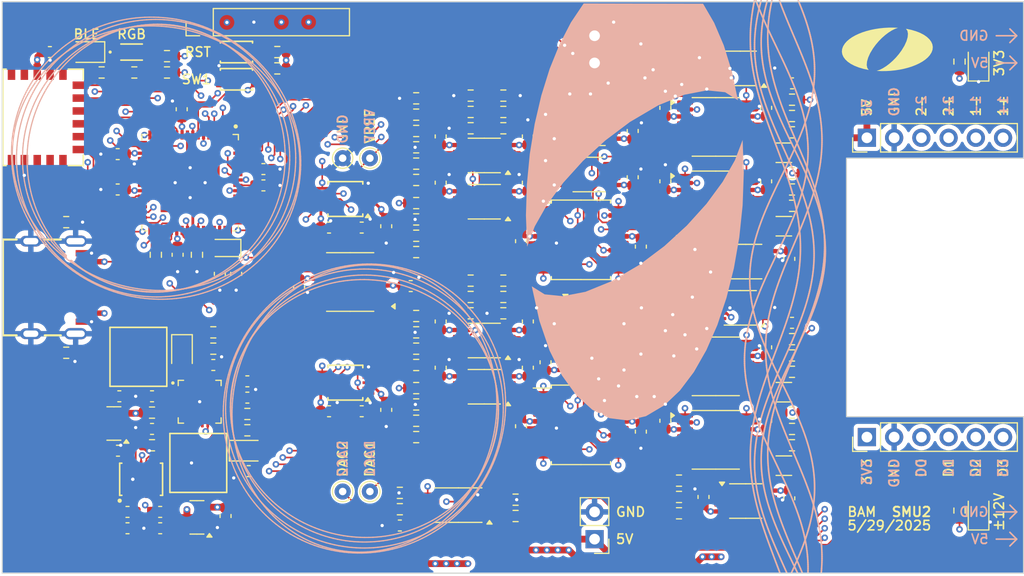
<source format=kicad_pcb>
(kicad_pcb (version 20240108) (generator "pcbnew") (generator_version "8.0")
  (title_block (title "SMU 2.0") (date "2025-05-29") (company "Olin College of Engineering"))
  (layers (0 "F.Cu" signal) (1 "In1.Cu" mixed) (2 "In2.Cu" signal) (31 "B.Cu" mixed) (34 "B.Paste" user) (35 "F.Paste" user) (36 "B.SilkS" user "B.Silkscreen") (37 "F.SilkS" user "F.Silkscreen") (38 "B.Mask" user) (39 "F.Mask" user) (44 "Edge.Cuts" user))
  (net 0 "")
  (net 1 "/CH1DUT+")
  (net 2 "Net-(U1-VCAP)")
  (net 3 "Net-(U1-RC13{slash}SOSCI)")
  (net 4 "Net-(U1-RC14{slash}RPI37{slash}SOSCO)")
  (net 5 "Net-(C32-Pad2)")
  (net 6 "Net-(C32-Pad1)")
  (net 7 "Net-(C51-Pad1)")
  (net 8 "Net-(C51-Pad2)")
  (net 9 "Net-(C57-Pad1)")
  (net 10 "Net-(U25-VIN)")
  (net 11 "Net-(U25-CP)")
  (net 12 "Net-(U25-VREF)")
  (net 13 "Net-(U25-CN)")
  (net 14 "Net-(U25-VPOS)")
  (net 15 "GND")
  (net 16 "+3V3")
  (net 17 "/CH1IN-")
  (net 18 "/CH1IN+")
  (net 19 "/CH2IN-")
  (net 20 "/CH2IN+")
  (net 21 "/CH1OUT-")
  (net 22 "/CH1OUT+")
  (net 23 "/CH2OUT-")
  (net 24 "/CH2OUT+")
  (net 25 "/VREF")
  (net 26 "/DAC1")
  (net 27 "/DAC2")
  (net 28 "Net-(U25-VNEG)")
  (net 29 "+5V")
  (net 30 "Net-(U26-BYPP)")
  (net 31 "-12V")
  (net 32 "+12V")
  (net 33 "Net-(U26-BYPN)")
  (net 34 "Net-(D1-Pad4)")
  (net 35 "Net-(D1-Pad1)")
  (net 36 "Net-(D1-Pad2)")
  (net 37 "/CH1DUT-")
  (net 38 "/CH2DUT+")
  (net 39 "Net-(D2-K)")
  (net 40 "Net-(D3-A)")
  (net 41 "Net-(D4-Pad2)")
  (net 42 "Net-(D5-Pad1)")
  (net 43 "Net-(D6-A)")
  (net 44 "Net-(R19-Pad2)")
  (net 46 "/D2")
  (net 47 "Net-(J1-Pin_1)")
  (net 48 "/D3")
  (net 49 "Net-(U1-D+)")
  (net 50 "Net-(J2-CC2)")
  (net 52 "Net-(U1-D-)")
  (net 54 "Net-(J2-CC1)")
  (net 55 "/D0")
  (net 56 "/D1")
  (net 57 "Net-(U25-BSW)")
  (net 58 "Net-(U1-RF1)")
  (net 59 "Net-(U1-RF0)")
  (net 60 "Net-(U1-RD7)")
  (net 61 "Net-(U1-RC15{slash}OSCO)")
  (net 62 "Net-(R44-Pad2)")
  (net 63 "Net-(U1-VBUS)")
  (net 64 "/DAC_MISO")
  (net 65 "Net-(U5-P0_2)")
  (net 66 "/VREFDIV2")
  (net 67 "/CH2DUT-")
  (net 68 "Net-(R13-Pad2)")
  (net 69 "Net-(R15-Pad2)")
  (net 70 "Net-(R21-Pad2)")
  (net 71 "Net-(R20-Pad2)")
  (net 72 "Net-(R22-Pad2)")
  (net 73 "Net-(R27-Pad2)")
  (net 74 "Net-(R27-Pad1)")
  (net 75 "Net-(R29-Pad2)")
  (net 76 "Net-(R31-Pad1)")
  (net 77 "Net-(R32-Pad1)")
  (net 78 "Net-(R33-Pad1)")
  (net 79 "Net-(R35-Pad1)")
  (net 80 "Net-(R30-Pad1)")
  (net 82 "Net-(R36-Pad1)")
  (net 83 "Net-(R37-Pad1)")
  (net 84 "Net-(R38-Pad2)")
  (net 85 "Net-(R40-Pad2)")
  (net 86 "Net-(R45-Pad2)")
  (net 87 "Net-(R46-Pad2)")
  (net 88 "Net-(R47-Pad2)")
  (net 89 "Net-(R52-Pad2)")
  (net 90 "Net-(R52-Pad1)")
  (net 91 "Net-(R54-Pad2)")
  (net 92 "Net-(R55-Pad1)")
  (net 93 "Net-(R56-Pad1)")
  (net 94 "Net-(R57-Pad1)")
  (net 95 "Net-(R58-Pad1)")
  (net 96 "Net-(R60-Pad1)")
  (net 97 "Net-(R61-Pad1)")
  (net 98 "Net-(R62-Pad1)")
  (net 99 "/ENA12V")
  (net 100 "Net-(U25-FBN)")
  (net 101 "Net-(U25-FBP)")
  (net 102 "/ADC_CSN2")
  (net 103 "/RE3")
  (net 105 "/RE0")
  (net 106 "/ADC_CONVST")
  (net 107 "/DAC_SCK")
  (net 108 "/RD4")
  (net 109 "/RE2")
  (net 110 "/RTS")
  (net 111 "/RD1")
  (net 112 "/RE1")
  (net 113 "/RST_N")
  (net 114 "/RD2")
  (net 115 "/ADC_SCK")
  (net 117 "/RX")
  (net 118 "/ADC_MOSI")
  (net 120 "/CTS")
  (net 121 "/RE5")
  (net 122 "/RD5")
  (net 123 "/RD0")
  (net 125 "/DAC_MOSI")
  (net 126 "/RE4")
  (net 128 "/ADC_CSN1")
  (net 129 "/TX")
  (net 130 "/RX_IND")
  (net 131 "/RD6")
  (net 132 "/RD3")
  (net 133 "/RE6")
  (net 134 "/ADC_MISO")
  (net 135 "/DAC_CSN")
  (net 142 "Net-(U6-Pad2)")
  (net 143 "Net-(U6-Pad3)")
  (net 145 "Net-(U8-Pad18)")
  (net 146 "Net-(U8-Pad13)")
  (net 147 "Net-(U10-Pad3)")
  (net 149 "Net-(U12-Pad8)")
  (net 152 "Net-(U10-Pad7)")
  (net 153 "Net-(U10-Pad8)")
  (net 159 "Net-(U15-Pad3)")
  (net 160 "Net-(U15-Pad2)")
  (net 163 "Net-(U17-Pad19)")
  (net 164 "Net-(U17-Pad18)")
  (net 165 "Net-(U17-Pad13)")
  (net 167 "Net-(U18-Pad8)")
  (net 168 "Net-(U19-Pad7)")
  (net 169 "Net-(U19-Pad8)")
  (net 180 "Net-(R71-Pad2)")
  (net 181 "Net-(R71-Pad1)")
  (net 182 "Net-(R73-Pad2)")
  (net 183 "Net-(R73-Pad1)")
  (footprint "Resistor_SMD:R_0603_1608Metric" (layer "F.Cu") (at 133.223 93.218 180)
    (property "Reference" "R25" (hide yes))
    (property "Value" "2K" (hide yes))
  )
  (footprint "Eclectronics:LT3032_1" (layer "F.Cu") (at 102.489 129.032 90)
    (property "Reference" "U26" (hide yes))
    (property "Value" "LT3032EDE-12" (hide yes))
  )
  (footprint "Package_SO:TSSOP-16_4.4x5mm_P0.65mm" (layer "F.Cu") (at 156.083 96.139)
    (property "Reference" "U12" (hide yes))
    (property "Value" "ADG509F" (hide yes))
  )
  (footprint "Resistor_SMD:R_0603_1608Metric" (layer "F.Cu") (at 128.143 98.044 180)
    (property "Reference" "R16" (hide yes))
    (property "Value" "2K" (hide yes))
  )
  (footprint "Capacitor_SMD:C_0603_1608Metric" (layer "F.Cu") (at 125.349 105.41 -90)
    (property "Reference" "C12" (hide yes))
    (property "Value" "1µF" (hide yes))
  )
  (footprint "Eclectronics:RN4871" (layer "F.Cu") (at 93.599 95.25 90)
    (property "Reference" "U5" (hide yes))
    (property "Value" "RN4871" (hide yes))
  )
  (footprint "Capacitor_SMD:C_0603_1608Metric" (layer "F.Cu") (at 160.782 101.219 90)
    (property "Reference" "C30" (hide yes))
    (property "Value" "0.1µF" (hide yes))
  )
  (footprint "Resistor_SMD:R_0603_1608Metric" (layer "F.Cu") (at 128.143 122.047 180)
    (property "Reference" "R39" (hide yes))
    (property "Value" "2K" (hide yes))
  )
  (footprint "Capacitor_SMD:C_0603_1608Metric" (layer "F.Cu") (at 93.98 89.154)
    (property "Reference" "C17" (hide yes))
    (property "Value" "10µF" (hide yes))
  )
  (footprint "Capacitor_SMD:C_0603_1608Metric" (layer "F.Cu") (at 130.429 101.346 -90)
    (property "Reference" "C19" (hide yes))
    (property "Value" "0.1µF" (hide yes))
  )
  (footprint "Package_SO:MSOP-8_3x3mm_P0.65mm" (layer "F.Cu") (at 144.272 113.538)
    (property "Reference" "U18" (hide yes))
    (property "Value" "AD8420" (hide yes))
  )
  (footprint "Capacitor_SMD:C_0603_1608Metric" (layer "F.Cu") (at 148.336 100.838 90)
    (property "Reference" "C26" (hide yes))
    (property "Value" "0.1µF" (hide yes))
  )
  (footprint "Capacitor_SMD:C_0603_1608Metric" (layer "F.Cu") (at 140.208 96.52 90)
    (property "Reference" "C25" (hide yes))
    (property "Value" "0.1µF" (hide yes))
  )
  (footprint "Capacitor_SMD:C_0603_1608Metric" (layer "F.Cu") (at 140.208 118.11 90)
    (property "Reference" "C46" (hide yes))
    (property "Value" "0.1µF" (hide yes))
  )
  (footprint "Eclectronics:IN-S85TATRGB" (layer "F.Cu") (at 101.6 89.154)
    (property "Reference" "D1" (hide yes))
    (property "Value" "IN-S85TATRGB_ALT" (hide yes))
  )
  (footprint "Resistor_SMD:R_0603_1608Metric" (layer "F.Cu") (at 115.189 90.678 180)
    (property "Reference" "R6" (hide yes))
    (property "Value" "5.1K" (hide yes))
  )
  (footprint "Capacitor_SMD:C_0603_1608Metric" (layer "F.Cu") (at 130.429 97.028 -90)
    (property "Reference" "C21" (hide yes))
    (property "Value" "0.1µF" (hide yes))
  )
  (footprint "Resistor_SMD:R_0603_1608Metric" (layer "F.Cu") (at 128.143 99.568 180)
    (property "Reference" "R15" (hide yes))
    (property "Value" "255" (hide yes))
  )
  (footprint "Resistor_SMD:R_0603_1608Metric" (layer "F.Cu") (at 128.143 116.84 180)
    (property "Reference" "R40" (hide yes))
    (property "Value" "255" (hide yes))
  )
  (footprint "Capacitor_SMD:C_0603_1608Metric" (layer "F.Cu") (at 127.635 110.998)
    (property "Reference" "C14" (hide yes))
    (property "Value" "0.1µF" (hide yes))
  )
  (footprint "Capacitor_SMD:C_0603_1608Metric" (layer "F.Cu") (at 163.195 114.427)
    (property "Reference" "C51" (hide yes))
    (property "Value" "1nF" (hide yes))
  )
  (footprint "Capacitor_SMD:C_0603_1608Metric" (layer "F.Cu") (at 103.505 121.285 180)
    (property "Reference" "C58" (hide yes))
    (property "Value" "0.1µF" (hide yes))
  )
  (footprint "Capacitor_SMD:C_0603_1608Metric" (layer "F.Cu") (at 152.908 112.903 -90)
    (property "Reference" "C54" (hide yes))
    (property "Value" "0.1µF" (hide yes))
  )
  (footprint "Capacitor_SMD:C_0603_1608Metric" (layer "F.Cu") (at 162.941 130.81 -90)
    (property "Reference" "C52" (hide yes))
    (property "Value" "0.1µF" (hide yes))
  )
  (footprint "Capacitor_SMD:C_0603_1608Metric" (layer "F.Cu") (at 154.432 114.173 -90)
    (property "Reference" "C55" (hide yes))
    (property "Value" "0.1µF" (hide yes))
  )
  (footprint "Resistor_SMD:R_0603_1608Metric" (layer "F.Cu") (at 128.143 107.823 180)
    (property "Reference" "R17" (hide yes))
    (property "Value" "12.7K" (hide yes))
  )
  (footprint "Capacitor_SMD:C_0603_1608Metric" (layer "F.Cu") (at 100.457 121.285)
    (property "Reference" "C57" (hide yes))
    (property "Value" "10µF" (hide yes))
  )
  (footprint "Capacitor_SMD:C_0603_1608Metric" (layer "F.Cu") (at 130.429 118.618 -90)
    (property "Reference" "C38" (hide yes))
    (property "Value" "0.1µF" (hide yes))
  )
  (footprint "Capacitor_SMD:C_0603_1608Metric" (layer "F.Cu") (at 138.557 114.3 -90)
    (property "Reference" "C41" (hide yes))
    (property "Value" "0.1µF" (hide yes))
  )
  (footprint "Resistor_SMD:R_0603_1608Metric" (layer "F.Cu") (at 109.22 115.316)
    (property "Reference" "R68" (hide yes))
    (property "Value" "976K" (hide yes))
  )
  (footprint "Resistor_SMD:R_0603_1608Metric" (layer "F.Cu") (at 152.654 109.855 180)
    (property "Reference" "R27" (hide yes))
    (property "Value" "909K" (hide yes))
  )
  (footprint "Resistor_SMD:R_1206_3216Metric" (layer "F.Cu") (at 162.433 98.552)
    (property "Reference" "R37" (hide yes))
    (property "Value" "10M" (hide yes))
  )
  (footprint "Capacitor_SMD:C_0603_1608Metric" (layer "F.Cu") (at 109.8296 109.855 90)
    (property "Reference" "C2" (hide yes))
    (property "Value" "22pF" (hide yes))
  )
  (footprint "Fiducial:Fiducial_1mm_Mask2mm" (layer "F.Cu") (at 182.88 135.89)
    (property "Reference" "FID4" (hide yes))
    (property "Value" "Fiducial" (hide yes))
  )
  (footprint "Resistor_SMD:R_0603_1608Metric" (layer "F.Cu") (at 128.143 123.571 180)
    (property "Reference" "R38" (hide yes))
    (property "Value" "255" (hide yes))
  )
  (footprint "Resistor_SMD:R_0603_1608Metric" (layer "F.Cu") (at 128.143 96.52 180)
    (property "Reference" "R23" (hide yes))
    (property "Value" "2K" (hide yes))
  )
  (footprint "LED_SMD:LED_0805_2012Metric" (layer "F.Cu") (at 97.409 89.154 180)
    (property "Reference" "D2" (hide yes))
    (property "Value" "BLE" (hide yes))
  )
  (footprint "Resistor_SMD:R_0603_1608Metric" (layer "F.Cu") (at 163.195 125.857)
    (property "Reference" "R57" (hide yes))
    (property "Value" "316K" (hide yes))
  )
  (footprint "Capacitor_SMD:C_0603_1608Metric" (layer "F.Cu") (at 162.941 108.458 -90)
    (property "Reference" "C33" (hide yes))
    (property "Value" "0.1µF" (hide yes))
  )
  (footprint "Resistor_SMD:R_0603_1608Metric" (layer "F.Cu") (at 152.654 108.331 180)
    (property "Reference" "R28" (hide yes))
    (property "Value" "9.09K" (hide yes))
  )
  (footprint "Capacitor_SMD:C_0603_1608Metric" (layer "F.Cu") (at 160.782 116.713 90)
    (property "Reference" "C50" (hide yes))
    (property "Value" "0.1µF" (hide yes))
  )
  (footprint "Capacitor_SMD:C_0603_1608Metric" (layer "F.Cu") (at 112.395 119.888)
    (property "Reference" "C62" (hide yes))
    (property "Value" "4.7nF" (hide yes))
  )
  (footprint "Capacitor_SMD:C_0603_1608Metric" (layer "F.Cu") (at 149.098 124.587 -90)
    (property "Reference" "C42" (hide yes))
    (property "Value" "0.1µF" (hide yes))
  )
  (footprint "Eclectronics:ICD3_header" (layer "F.Cu") (at 114.3 86.36 90)
    (property "Reference" "J1" (hide yes))
    (property "Value" "ICD Header" (hide yes))
  )
  (footprint "TestPoint:TestPoint_THTPad_D1.5mm_Drill0.7mm" (layer "F.Cu") (at 123.825 99.06)
    (property "Reference" "TP1" (hide yes))
    (property "Value" "REF" (hide yes))
  )
  (footprint "Capacitor_SMD:C_0603_1608Metric" (layer "F.Cu") (at 104.267 133.604 180)
    (property "Reference" "C68" (hide yes))
    (property "Value" "10µF" (hide yes))
  )
  (footprint "Resistor_SMD:R_0603_1608Metric" (layer "F.Cu") (at 152.654 130.683 180)
    (property "Reference" "R53" (hide yes))
    (property "Value" "9.09K" (hide yes))
  )
  (footprint "Resistor_SMD:R_0603_1608Metric" (layer "F.Cu") (at 98.806 91.059 180)
    (property "Reference" "R10" (hide yes))
    (property "Value" "909" (hide yes))
  )
  (footprint "Capacitor_SMD:C_0603_1608Metric" (layer "F.Cu") (at 154.432 91.821 -90)
    (property "Reference" "C36" (hide yes))
    (property "Value" "0.1µF" (hide yes))
  )
  (footprint "Resistor_SMD:R_0603_1608Metric" (layer "F.Cu") (at 128.143 104.775 180)
    (property "Reference" "R14" (hide yes))
    (property "Value" "2K" (hide yes))
  )
  (footprint "Eclectronics:KXT321LHS" (layer "F.Cu") (at 111.379 91.694)
    (property "Reference" "S2" (hide yes))
    (property "Value" "SW1" (hide yes))
  )
  (footprint "Resistor_SMD:R_0603_1608Metric" (layer "F.Cu") (at 163.195 100.457)
    (property "Reference" "R30" (hide yes))
    (property "Value" "316" (hide yes))
  )
  (footprint "Resistor_SMD:R_0603_1608Metric" (layer "F.Cu") (at 115.189 89.154 180)
    (property "Reference" "R2" (hide yes))
    (property "Value" "5.1K" (hide yes))
  )
  (footprint "Capacitor_SMD:C_0603_1608Metric" (layer "F.Cu") (at 105.8926 108.077 90)
    (property "Reference" "C8" (hide yes))
    (property "Value" "0.1µF" (hide yes))
  )
  (footprint "Package_SO:MSOP-8_3x3mm_P0.65mm" (layer "F.Cu") (at 144.272 96.266)
    (property "Reference" "U9" (hide yes))
    (property "Value" "AD8420" (hide yes))
  )
  (footprint "Package_SO:MSOP-10_3x3mm_P0.5mm" (layer "F.Cu") (at 158.369 113.03 180)
    (property "Reference" "U23" (hide yes))
    (property "Value" "ADG1221" (hide yes))
  )
  (footprint "Fiducial:Fiducial_1mm_Mask2mm" (layer "F.Cu") (at 91.44 86.36)
    (property "Reference" "FID2" (hide yes))
    (property "Value" "Fiducial" (hide yes))
  )
  (footprint "Package_TO_SOT_SMD:SOT-23" (layer "F.Cu") (at 99.949 123.825 180)
    (property "Reference" "Q1" (hide yes))
    (property "Value" "AOSS21115C" (hide yes))
  )
  (footprint "TestPoint:TestPoint_THTPad_D1.5mm_Drill0.7mm" (layer "F.Cu") (at 121.285 99.06)
    (property "Reference" "TP2" (hide yes))
    (property "Value" "GND" (hide yes))
  )
  (footprint "Resistor_SMD:R_0603_1608Metric" (layer "F.Cu") (at 95.504 105.029)
    (property "Reference" "R7" (hide yes))
    (property "Value" "5.1K" (hide yes))
  )
  (footprint "Connector_PinHeader_2.54mm:PinHeader_1x06_P2.54mm_Vertical" (layer "F.Cu") (at 170.18 97.155 90)
    (property "Reference" "J5" (hide yes))
    (property "Value" "Analog" (hide yes))
  )
  (footprint "Resistor_SMD:R_0603_1608Metric" (layer "F.Cu") (at 128.143 125.095 180)
    (property "Reference" "R42" (hide yes))
    (property "Value" "12.7K" (hide yes))
  )
  (footprint "Resistor_SMD:R_0603_1608Metric" (layer "F.Cu") (at 128.143 103.251 180)
    (property "Reference" "R26" (hide yes))
    (property "Value" "2K" (hide yes))
  )
  (footprint "Resistor_SMD:R_0603_1608Metric" (layer "F.Cu") (at 112.395 124.46 180)
    (property "Reference" "R67" (hide yes))
    (property "Value" "1.3MEG" (hide yes))
  )
  (footprint "Resistor_SMD:R_0603_1608Metric" (layer "F.Cu") (at 178.816 90.043 90)
    (property "Reference" "R65" (hide yes))
    (property "Value" "909" (hide yes))
  )
  (footprint "Package_SO:MSOP-8_3x3mm_P0.65mm" (layer "F.Cu") (at 144.272 100.584)
    (property "Reference" "U10" (hide yes))
    (property "Value" "AD8420" (hide yes))
  )
  (footprint "Resistor_SMD:R_0603_1608Metric" (layer "F.Cu") (at 163.195 95.123)
    (property "Reference" "R35" (hide yes))
    (property "Value" "10K" (hide yes))
  )
  (footprint "Package_TO_SOT_SMD:SOT-23" (layer "F.Cu") (at 107.696 132.588 180)
    (property "Reference" "U24" (hide yes))
    (property "Value" "MCP1702T-3302E_CB" (hide yes))
  )
  (footprint "Capacitor_SMD:C_0603_1608Metric" (layer "F.Cu") (at 112.522 128.27 180)
    (property "Reference" "C64" (hide yes))
    (property "Value" "10µF" (hide yes))
  )
  (footprint "Resistor_SMD:R_0603_1608Metric" (layer "F.Cu") (at 103.8606 108.077 90)
    (property "Reference" "R8" (hide yes))
    (property "Value" "105K" (hide yes))
  )
  (footprint "Capacitor_SMD:C_0603_1608Metric" (layer "F.Cu") (at 151.384 101.219 90)
    (property "Reference" "C28" (hide yes))
    (property "Value" "0.1µF" (hide yes))
  )
  (footprint "Resistor_SMD:R_0603_1608Metric" (layer "F.Cu") (at 163.195 93.599)
    (property "Reference" "R34" (hide yes))
    (property "Value" "316" (hide yes))
  )
  (footprint "Connector_PinHeader_2.54mm:PinHeader_1x02_P2.54mm_Vertical" (layer "F.Cu") (at 144.78 134.62 180)
    (property "Reference" "J4" (hide yes))
    (property "Value" "Right Rails" (hide yes))
  )
  (footprint "Resistor_SMD:R_0603_1608Metric" (layer "F.Cu") (at 136.271 110.49 180)
    (property "Reference" "R44" (hide yes))
    (property "Value" "1K" (hide yes))
  )
  (footprint "Capacitor_SMD:C_0603_1608Metric" (layer "F.Cu") (at 138.557 97.028 -90)
    (property "Reference" "C22" (hide yes))
    (property "Value" "0.1µF" (hide yes))
  )
  (footprint "Resistor_SMD:R_0603_1608Metric" (layer "F.Cu") (at 103.505 122.809)
    (property "Reference" "R64" (hide yes))
    (property "Value" "100" (hide yes))
  )
  (footprint "Capacitor_SMD:C_0603_1608Metric" (layer "F.Cu") (at 110.363 132.461 -90)
    (property "Reference" "C59" (hide yes))
    (property "Value" "10µF" (hide yes))
  )
  (footprint "Resistor_SMD:R_0603_1608Metric" (layer "F.Cu") (at 163.195 101.981)
    (property "Reference" "R31" (hide yes))
    (property "Value" "10K" (hide yes))
  )
  (footprint "Capacitor_SMD:C_0603_1608Metric" (layer "F.Cu") (at 112.395 121.412)
    (property "Reference" "C61" (hide yes))
    (property "Value" "220nF" (hide yes))
  )
  (footprint "Package_SO:MSOP-8_3x3mm_P0.65mm" (layer "F.Cu") (at 158.877 108.712)
    (property "Reference" "U13" (hide yes))
    (property "Value" "AD823A" (hide yes))
  )
  (footprint "Resistor_SMD:R_0603_1608Metric" (layer "F.Cu") (at 136.271 113.538)
    (property "Reference" "R49" (hide yes))
    (property "Value" "2K" (hide yes))
  )
  (footprint "Resistor_SMD:R_0603_1608Metric" (layer "F.Cu") (at 109.22 116.84)
    (property "Reference" "R69" (hide yes))
    (property "Value" "86.6K" (hide yes))
  )
  (footprint "Capacitor_SMD:C_0603_1608Metric" (layer "F.Cu") (at 163.195 92.075)
    (property "Reference" "C32" (hide yes))
    (property "Value" "1nF" (hide yes))
  )
  (footprint "Resistor_SMD:R_0603_1608Metric" (layer "F.Cu") (at 133.223 110.49)
    (property "Reference" "R45" (hide yes))
    (property "Value" "1K" (hide yes))
  )
  (footprint "Resistor_SMD:R_0603_1608Metric" (layer "F.Cu") (at 136.271 112.014)
    (property "Reference" "R46" (hide yes))
    (property "Value" "2K" (hide yes))
  )
  (footprint "Capacitor_SMD:C_0603_1608Metric" (layer "F.Cu") (at 113.8936 101.6)
    (property "Reference" "C4" (hide yes))
    (property "Value" "0.1µF" (hide yes))
  )
  (footprint "Package_SO:MSOP-8_3x3mm_P0.65mm" (layer "F.Cu") (at 134.493 116.078 180)
    (property "Reference" "U16" (hide yes))
    (property "Value" "AD8420" (hide yes))
  )
  (footprint "Capacitor_SMD:C_0603_1608Metric" (layer "F.Cu") (at 151.384 123.571 90)
    (property "Reference" "C47" (hide yes))
    (property "Value" "0.1µF" (hide yes))
  )
  (footprint "Resistor_SMD:R_1206_3216Metric" (layer "F.Cu") (at 162.433 127.762)
    (property "Reference" "R58" (hide yes))
    (property "Value" "10M" (hide yes))
  )
  (footprint "Eclectronics:PA5003.182NLT" (layer "F.Cu") (at 102.235 117.602 -90)
    (property "Reference" "L1" (hide yes))
    (property "Value" "4.7µH" (hide yes))
  )
  (footprint "Capacitor_SMD:C_0603_1608Metric" (layer "F.Cu") (at 154.94 130.683 90)
    (property "Reference" "C53" (hide yes))
    (property "Value" "0.1µF" (hide yes))
  )
  (footprint "Fiducial:Fiducial_1mm_Mask2mm" (layer "F.Cu") (at 91.44 135.89)
    (property "Reference" "FID1" (hide yes))
    (property "Value" "Fiducial" (hide yes))
  )
  (footprint "Capacitor_SMD:C_0603_1608Metric" (layer "F.Cu") (at 160.782 123.571 90)
    (property "Reference" "C49" (hide yes))
    (property "Value" "0.1µF" (hide yes))
  )
  (footprint "Capacitor_SMD:C_0603_1608Metric" (layer "F.Cu") (at 152.908 90.551 -90)
    (property "Reference" "C35" (hide yes))
    (property "Value" "0.1µF" (hide yes))
  )
  (footprint "Resistor_SMD:R_0603_1608Metric" (layer "F.Cu") (at 137.414 132.461)
    (property "Reference" "R71" (hide yes))
    (property "Value" "2K" (hide yes))
  )
  (footprint "Capacitor_SMD:C_0603_1608Metric" (layer "F.Cu") (at 138.557 118.618 -90)
    (property "Reference" "C39" (hide yes))
    (property "Value" "0.1µF" (hide yes))
  )
  (footprint "Resistor_SMD:R_0603_1608Metric" (layer "F.Cu") (at 163.195 118.999)
    (property "Reference" "R61" (hide yes))
    (property "Value" "316K" (hide yes))
  )
  (footprint "Package_SO:TSSOP-10_3x3mm_P0.5mm" (layer "F.Cu") (at 121.539 102.87 180)
    (property "Reference" "U2" (hide yes))
    (property "Value" "ADS8887" (hide yes))
  )
  (footprint "Resistor_SMD:R_1206_3216Metric" (layer "F.Cu") (at 162.433 105.41)
    (property "Reference" "R33" (hide yes))
    (property "Value" "10M" (hide yes))
  )
  (footprint "Capacitor_SMD:C_0603_1608Metric" (layer "F.Cu") (at 140.208 100.838 90)
    (property "Reference" "C27" (hide yes))
    (property "Value" "0.1µF" (hide yes))
  )
  (footprint "Capacitor_SMD:C_0603_1608Metric" (layer "F.Cu") (at 148.336 113.792 90)
    (property "Reference" "C43" (hide yes))
    (property "Value" "0.1µF" (hide yes))
  )
  (footprint "Resistor_SMD:R_0603_1608Metric" (layer "F.Cu") (at 126.619 131.826 180)
    (property "Reference" "R73" (hide yes))
    (property "Value" "2K" (hide yes))
  )
  (footprint "Resistor_SMD:R_0603_1608Metric" (layer "F.Cu") (at 128.143 101.092 180)
    (property "Reference" "R18" (hide yes))
    (property "Value" "12.7K" (hide yes))
  )
  (footprint "Resistor_SMD:R_0603_1608Metric" (layer "F.Cu") (at 133.223 96.266 180)
    (property "Reference" "R20" (hide yes))
    (property "Value" "1K" (hide yes))
  )
  (footprint "Eclectronics:PA5003.182NLT" (layer "F.Cu") (at 107.823 127.508 90)
    (property "Reference" "L2" (hide yes))
    (property "Value" "4.7µH" (hide yes))
  )
  (footprint "Resistor_SMD:R_0603_1608Metric" (layer "F.Cu") (at 163.195 96.647)
    (property "Reference" "R36" (hide yes))
    (property "Value" "316K" (hide yes))
  )
  (footprint "Resistor_SMD:R_0603_1608Metric" (layer "F.Cu") (at 133.223 113.538)
    (property "Reference" "R50" (hide yes))
    (property "Value" "2K" (hide yes))
  )
  (footprint "Resistor_SMD:R_0603_1608Metric" (layer "F.Cu") (at 137.414 130.937)
    (property "Reference" "R72" (hide yes))
    (property "Value" "2K" (hide yes))
  )
  (footprint "Eclectronics:KXT321LHS" (layer "F.Cu") (at 111.379 89.154)
    (property "Reference" "S1" (hide yes))
    (property "Value" "RST" (hide yes))
  )
  (footprint "Resistor_SMD:R_0603_1608Metric" (layer "F.Cu") (at 152.654 129.159)
    (property "Reference" "R54" (hide yes))
    (property "Value" "1K" (hide yes))
  )
  (footprint "Package_SO:MSOP-8_3x3mm_P0.65mm" (layer "F.Cu") (at 134.493 98.806 180)
    (property "Reference" "U7" (hide yes))
    (property "Value" "AD8420" (hide yes))
  )
  (footprint "Resistor_SMD:R_0603_1608Metric" (layer "F.Cu") (at 107.696 108.077 -90)
    (property "Reference" "R9" (hide yes))
    (property "Value" "5.1K" (hide yes))
  )
  (footprint "Diode_SMD:D_0805_2012Metric" (layer "F.Cu") (at 106.299 117.221 -90)
    (property "Reference" "D4" (hide yes))
    (property "Value" "SD0805S020S1R0" (hide yes))
  )
  (footprint "Eclectronics:OlinLogoLg1" (layer "F.Cu") (at 172.085 88.9 180)
    (property "Reference" "OlinLogoLg1" (hide yes))
    (property "Value" "G***" (hide yes))
  )
  (footprint "Capacitor_SMD:C_0603_1608Metric" (layer "F.Cu") (at 120.015 122.682)
    (property "Reference" "C11" (hide yes))
    (property "Value" "1µF" (hide yes))
  )
  (footprint "Capacitor_SMD:C_0603_1608Metric" (layer "F.Cu") (at 120.015 105.537)
    (property "Reference" "C10" (hide yes))
    (property "Value" "1µF" (hide yes))
  )
  (footprint "LED_SMD:LED_0805_2012Metric" (layer "F.Cu") (at 180.594 90.17 90)
    (property "Reference" "D3" (hide yes))
    (property "Value" "+3V3" (hide yes))
  )
  (footprint "Package_SO:TSSOP-16_4.4x5mm_P0.65mm" (layer "F.Cu") (at 121.9865 110.617 180)
    (property "Reference" "U4" (hide yes))
    (property "Value" "DAC8564" (hide yes))
  )
  (footprint "Capacitor_SMD:C_0603_1608Metric" (layer "F.Cu") (at 160.782 94.361 90)
    (property "Reference" "C31" (hide yes))
    (property "Value" "0.1µF" (hide yes))
  )
  (footprint "Capacitor_SMD:C_0603_1608Metric" (layer "F.Cu") (at 126.619 133.35 180)
    (property "Reference" "C69" (hide yes))
    (property "Value" "0.1µF" (hide yes))
  )
  (footprint "TestPoint:TestPoint_THTPad_D1.5mm_Drill0.7mm" (layer "F.Cu") (at 123.825 130.175)
    (property "Reference" "TP3" (hide yes))
    (property "Value" "DAC1" (hide yes))
  )
  (footprint "Diode_SMD:D_0805_2012Metric" (layer "F.Cu") (at 112.395 126.365)
    (property "Reference" "D5" (hide yes))
    (property "Value" "SD0805S020S1R0" (hide yes))
  )
  (footprint "Eclectronics:TPS65131-Q_1" (layer "F.Cu") (at 107.95 121.793)
    (property "Reference" "U25" (hide yes))
    (property "Value" "TPS65131-Q1" (hide yes))
  )
  (footprint "Resistor_SMD:R_0603_1608Metric" (layer "F.Cu") (at 128.143 120.523 180)
    (property "Reference" "R51" (hide yes))
    (property "Value" "2K" (hide yes))
  )
  (footprint "Package_SO:MSOP-8_3x3mm_P0.65mm" (layer "F.Cu") (at 134.493 120.396 180)
    (property "Reference" "U15" (hide yes))
    (property "Value" "AD8420" (hide yes))
  )
  (footprint "Capacitor_SMD:C_0603_1608Metric" (layer "F.Cu") (at 130.429 114.3 -90)
    (property "Reference" "C40" (hide yes))
    (property "Value" "0.1µF" (hide yes))
  )
  (footprint "Capacitor_SMD:C_0603_1608Metric" (layer "F.Cu") (at 125.349 122.555 -90)
    (property "Reference" "C13" (hide yes))
    (property "Value" "1µF" (hide yes))
  )
  (footprint "Capacitor_SMD:C_0603_1608Metric" (layer "F.Cu") (at 151.384 94.361 90)
    (property "Reference" "C29" (hide yes))
    (property "Value" "0.1µF" (hide yes))
  )
  (footprint "Resistor_SMD:R_0603_1608Metric" (layer "F.Cu") (at 136.271 96.266)
    (property "Reference" "R19" (hide yes))
    (property "Value" "1K" (hide yes))
  )
  (footprint "Capacitor_SMD:C_0603_1608Metric" (layer "F.Cu") (at 113.8936 100.076)
    (property "Reference" "C1" (hide yes))
    (property "Value" "10µF" (hide yes))
  )
  (footprint "Eclectronics:SSOP-20_5.3x7.2mm_P0.65mm" (layer "F.Cu") (at 143.51 106.68)
    (property "Reference" "U8" (hide yes))
    (property "Value" "ADG333A" (hide yes))
  )
  (footprint "Capacitor_SMD:C_0603_1608Metric" (layer "F.Cu") (at 106.2736 94.488 -90)
    (property "Reference" "C5" (hide yes))
    (property "Value" "0.1µF" (hide yes))
  )
  (footprint "Capacitor_SMD:C_0603_1608Metric" (layer "F.Cu") (at 123.063 122.682)
    (property "Reference" "C16" (hide yes))
    (property "Value" "10µF" (hide yes))
  )
  (footprint "Resistor_SMD:R_0603_1608Metric" (layer "F.Cu") (at 128.143 118.364 180)
    (property "Reference" "R43" (hide yes))
    (property "Value" "12.7K" (hide yes))
  )
  (footprint "Connector_PinHeader_2.54mm:PinHeader_1x02_P2.54mm_Vertical" (layer "F.Cu") (at 144.78 90.17 180)
    (property "Reference" "J3" (hide yes))
    (property "Value" "Left Rails" (hide yes))
  )
  (footprint "Package_SO:TSSOP-10_3x3mm_P0.5mm" (layer "F.Cu") (at 121.539 120.015 180)
    (property "Reference" "U3" (hide yes))
    (property "Value" "ADS8887" (hide yes))
  )
  (footprint "Resistor_SMD:R_0603_1608Metric" (layer "F.Cu") (at 152.654 132.207 180)
    (property "Reference" "R52" (hide yes))
    (property "Value" "909K" (hide yes))
  )
  (footprint "Capacitor_SMD:C_0603_1608Metric" (layer "F.Cu") (at 154.94 108.458 90)
    (property "Reference" "C34" (hide yes))
    (property "Value" "0.1µF" (hide yes))
  )
  (footprint "Capacitor_SMD:C_0603_1608Metric" (layer "F.Cu") (at 111.3536 109.855 90)
    (property "Reference" "C3" (hide yes))
    (property "Value" "22pF" (hide yes))
  )
  (footprint "Capacitor_SMD:C_0603_1608Metric" (layer "F.Cu") (at 103.505 124.333 180)
    (property "Reference" "C56" (hide yes))
    (property "Value" "10µF" (hide yes))
  )
  (footprint "Capacitor_SMD:C_0603_1608Metric" (layer "F.Cu") (at 100.33 126.365)
    (property "Reference" "C63" (hide yes))
    (property "Value" "10µF" (hide yes))
  )
  (footprint "Package_SO:TSSOP-8_4.4x3mm_P0.65mm" (layer "F.Cu") (at 132.08 131.445 180)
    (property "Reference" "U27" (hide yes))
    (property "Value" "MCP6022" (hide yes))
  )
  (footprint "Resistor_SMD:R_0603_1608Metric" (layer "F.Cu") (at 133.223 94.742)
    (property "Reference" "R22" (hide yes))
    (property "Value" "2K" (hide yes))
  )
  (footprint "Capacitor_SMD:C_0603_1608Metric" (layer "F.Cu") (at 101.219 132.08)
    (property "Reference" "C65" (hide yes))
    (property "Value" "10nF" (hide yes))
  )
  (footprint "Capacitor_SMD:C_0603_1608Metric" (layer "F.Cu") (at 104.267 132.08)
    (property "Reference" "C66" (hide yes))
    (property "Value" "10nF" (hide yes))
  )
  (footprint "Resistor_SMD:R_0603_1608Metric" (layer "F.Cu") (at 128.143 93.472 180)
    (property "Reference" "R12" (hide yes))
    (property "Value" "2K" (hide yes))
  )
  (footprint "Package_SO:MSOP-8_3x3mm_P0.65mm" (layer "F.Cu") (at 144.272 117.856)
    (property "Reference" "U19" (hide yes))
    (property "Value" "AD8420" (hide yes))
  )
  (footprint "Capacitor_SMD:C_0603_1608Metric" (layer "F.Cu") (at 137.922 124.079 -90)
    (property "Reference" "C37" (hide yes))
    (property "Value" "0.1µF" (hide yes))
  )
  (footprint "Resistor_SMD:R_0603_1608Metric" (layer "F.Cu") (at 128.143 106.299 180)
    (property "Reference" "R13" (hide yes))
    (property "Value" "255" (hide yes))
  )
  (footprint "Capacitor_SMD:C_0603_1608Metric" (layer "F.Cu") (at 117.221 111.125 -90)
    (property "Reference" "C9" (hide yes))
    (property "Value" "0.1µF" (hide yes))
  )
  (footprint "Package_SO:TSSOP-16_4.4x5mm_P0.65mm" (layer "F.Cu") (at 156.083 102.997)
    (property "Reference" "U11" (hide yes))
    (property "Value" "ADG509F" (hide yes))
  )
  (footprint "Resistor_SMD:R_0603_1608Metric" (layer "F.Cu") (at 104.902 89.535)
    (property "Reference" "R4" (hide yes))
    (property "Value" "909" (hide yes))
  )
  (footprint "Package_SO:MSOP-8_3x3mm_P0.65mm" (layer "F.Cu") (at 158.877 131.064)
    (property "Reference" "U22" (hide yes))
    (property "Value" "AD823A" (hide yes))
  )
  (footprint "Resistor_SMD:R_0603_1608Metric" (layer "F.Cu") (at 152.654 106.807)
    (property "Reference" "R29" (hide yes))
    (property "Value" "1K" (hide yes))
  )
  (footprint "Resistor_SMD:R_0603_1608Metric" (layer "F.Cu") (at 163.195 122.809)
    (property "Reference" "R55" (hide yes))
    (property "Value" "316" (hide yes))
  )
  (footprint "Capacitor_SMD:C_0603_1608Metric" (layer "F.Cu") (at 123.063 105.537)
    (property "Reference" "C15" (hide yes))
    (property "Value" "10µF" (hide yes))
  )
  (footprint "Capacitor_SMD:C_0603_1608Metric" (layer "F.Cu") (at 101.219 133.604)
    (property "Reference" "C67" (hide yes))
    (property "Value" "10µF" (hide yes))
  )
  (footprint "Crystal:Crystal_SMD_2012-2Pin_2.0x1.2mm" (layer "F.Cu") (at 110.5916 107.442 180)
    (property "Reference" "Y1" (hide yes))
    (property "Value" "32K768" (hide yes))
  )
  (footprint "Resistor_SMD:R_0603_1608Metric" (layer "F.Cu") (at 136.271 93.218 180)
    (property "Reference" "R24" (hide yes))
    (property "Value" "2K" (hide yes))
  )
  (footprint "Resistor_SMD:R_1206_3216Metric" (layer "F.Cu") (at 162.433 120.904)
    (property "Reference" "R62" (hide yes))
    (property "Value" "10M" (hide yes))
  )
  (footprint "Resistor_SMD:R_0603_1608Metric" (layer "F.Cu") (at 95.504 117.221)
    (property "Reference" "R5" (hide yes))
    (property "Value" "5.1K" (hide yes))
  )
  (footprint "Resistor_SMD:R_0603_1608Metric" (layer "F.Cu") (at 104.902 91.059)
    (property "Reference" "R3" (hide yes))
    (property "Value" "909" (hide yes))
  )
  (footprint "Resistor_SMD:R_0603_1608Metric" (layer "F.Cu") (at 133.223 112.014 180)
    (property "Reference" "R47" (hide yes))
    (property "Value" "2K" (hide yes))
  )
  (footprint "Resistor_SMD:R_0603_1608Metric" (layer "F.Cu") (at 128.143 113.792 180)
    (property "Reference" "R48" (hide yes))
    (property "Value" "2K" (hide yes))
  )
  (footprint "Resistor_SMD:R_0603_1608Metric" (layer "F.Cu") (at 163.195 115.951)
    (property "Reference" "R59" (hide yes))
    (property "Value" "316" (hide yes))
  )
  (footprint "Capacitor_SMD:C_0603_1608Metric" (layer "F.Cu") (at 149.098 107.315 -90)
    (property "Reference" "C23" (hide yes))
    (property "Value" "0.1µF" (hide yes))
  )
  (footprint "TestPoint:TestPoint_THTPad_D1.5mm_Drill0.7mm" (layer "F.Cu") (at 121.285 130.175)
    (property "Reference" "TP4" (hide yes))
    (property "Value" "DAC2" (hide yes))
  )
  (footprint "Resistor_SMD:R_0603_1608Metric" (layer "F.Cu") (at 126.619 130.302 180)
    (property "Reference" "R74" (hide yes))
    (property "Value" "2K" (hide yes))
  )
  (footprint "Package_SO:MSOP-10_3x3mm_P0.5mm" (layer "F.Cu") (at 158.369 90.678 180)
    (property "Reference" "U14" (hide yes))
    (property "Value" "ADG1221" (hide yes))
  )
  (footprint "Capacitor_SMD:C_0603_1608Metric" (layer "F.Cu") (at 100.3046 101.981)
    (property "Reference" "C7" (hide yes))
    (property "Value" "0.1µF" (hide yes))
  )
  (footprint "Resistor_SMD:R_0603_1608Metric" (layer "F.Cu") (at 163.195 117.475)
    (property "Reference" "R60" (hide yes))
    (property "Value" "10K" (hide yes))
  )
  (footprint "Resistor_SMD:R_0603_1608Metric" (layer "F.Cu") (at 128.143 94.996)
    (property "Reference" "R11" (hide yes))
    (property "Value" "2K" (hide yes))
  )
  (footprint "Resistor_SMD:R_0603_1608Metric" (layer "F.Cu") (at 178.816 131.953 90)
    (property "Reference" "R70" (hide yes))
    (property "Value" "12.7K" (hide yes))
  )
  (footprint "Resistor_SMD:R_0603_1608Metric" (layer "F.Cu") (at 103.505 125.857)
    (property "Reference" "R63" (hide yes))
    (property "Value" "5.1K" (hide yes))
  )
  (footprint "Package_SO:TSSOP-16_4.4x5mm_P0.65mm" (layer "F.Cu") (at 156.083 118.491)
    (property "Reference" "U21" (hide yes))
    (property "Value" "ADG509F" (hide yes))
  )
  (footprint "Package_SO:TSSOP-16_4.4x5mm_P0.65mm" (layer "F.Cu") (at 156.083 125.349)
    (property "Reference" "U20" (hide yes))
    (property "Value" "ADG509F" (hide yes))
  )
  (footprint "Capacitor_SMD:C_0603_1608Metric" (layer "F.Cu") (at 148.336 96.52 90)
    (property "Reference" "C24" (hide yes))
    (property "Value" "0.1µF" (hide yes))
  )
  (footprint "Capacitor_SMD:C_0603_1608Metric" (layer "F.Cu") (at 100.3046 98.679)
    (property "Reference" "C6" (hide yes))
    (property "Value" "0.1µF" (hide yes))
  )
  (footprint "Package_SO:MSOP-8_3x3mm_P0.65mm" (layer "F.Cu") (at 134.493 103.124 180)
    (property "Reference" "U6" (hide yes))
    (property "Value" "AD8420" (hide yes))
  )
  (footprint "Fiducial:Fiducial_1mm_Mask2mm" (layer "F.Cu") (at 182.88 86.36)
    (property "Reference" "FID3" (hide yes))
    (property "Value" "Fiducial" (hide yes))
  )
  (footprint "Resistor_SMD:R_0603_1608Metric" (layer "F.Cu") (at 112.395 122.936 180)
    (property "Reference" "R66" (hide yes))
    (property "Value" "105K" (hide yes))
  )
  (footprint "Capacitor_SMD:C_0603_1608Metric" (layer "F.Cu") (at 109.22 118.364)
    (property "Reference" "C60" (hide yes))
    (property "Value" "10nF" (hide yes))
  )
  (footprint "Eclectronics:SSOP-20_5.3x7.2mm_P0.65mm" (layer "F.Cu") (at 143.51 123.952)
    (property "Reference" "U17" (hide yes))
    (property "Value" "ADG333A" (hide yes))
  )
  (footprint "Capacitor_SMD:C_0603_1608Metric" (layer "F.Cu") (at 137.922 106.807 -90)
    (property "Reference" "C18" (hide yes))
    (property "Value" "0.1µF" (hide yes))
  )
  (footprint "Resistor_SMD:R_0603_1608Metric" (layer "F.Cu") (at 163.195 103.505)
    (property "Reference" "R32" (hide yes))
    (property "Value" "316K" (hide yes))
  )
  (footprint "Resistor_SMD:R_0603_1608Metric" (layer "F.Cu") (at 101.854 91.059)
    (property "Reference" "R1" (hide yes))
    (property "Value" "909" (hide yes))
  )
  (footprint "Eclectronics:USB4105-GF-A" (layer "F.Cu") (at 92.202 111.125 -90)
    (property "Reference" "J2" (hide yes))
    (property "Value" "USB4105-GF-A" (hide yes))
  )
  (footprint "Capacitor_SMD:C_0603_1608Metric" (layer "F.Cu") (at 138.557 101.346 -90)
    (property "Reference" "C20" (hide yes))
    (property "Value" "0.1µF" (hide yes))
  )
  (footprint "Resistor_SMD:R_0603_1608Metric" (layer "F.Cu") (at 128.143 115.316 180)
    (property "Reference" "R41" (hide yes))
    (property "Value" "2K" (hide yes))
  )
  (footprint "Capacitor_SMD:C_0603_1608Metric" (layer "F.Cu") (at 140.208 113.792 90)
    (property "Reference" "C44" (hide yes))
    (property "Value" "0.1µF" (hide yes))
  )
  (footprint "Capacitor_SMD:C_0603_1608Metric" (layer "F.Cu") (at 151.384 116.713 90)
    (property "Reference" "C48" (hide yes))
    (property "Value" "0.1µF" (hide yes))
  )
  (footprint "Eclectronics:pic24fj128gc006_1" (layer "F.Cu") (at 107.061 101.346 -90)
    (property "Reference" "U1" (hide yes))
    (property "Value" "PIC24FJ128GC006-I_MR" (hide yes))
  )
  (footprint "LED_SMD:LED_0805_2012Metric" (layer "F.Cu") (at 180.594 132.08 90)
    (property "Reference" "D6" (hide yes))
    (property "Value" "+12V" (hide yes))
  )
  (footprint "Resistor_SMD:R_0603_1608Metric" (layer "F.Cu") (at 163.195 124.333)
    (property "Reference" "R56" (hide yes))
    (property "Value" "10K" (hide yes))
  )
  (footprint "Resistor_SMD:R_0603_1608Metric" (layer "F.Cu") (at 136.271 94.742 180)
    (property "Reference" "R21" (hide yes))
    (property "Value" "2K" (hide yes))
  )
  (footprint "Capacitor_SMD:C_0603_1608Metric" (layer "F.Cu") (at 148.336 118.11 90)
    (property "Reference" "C45" (hide yes))
    (property "Value" "0.1µF" (hide yes))
  )
  (footprint "Connector_PinHeader_2.54mm:PinHeader_1x06_P2.54mm_Vertical" (layer "F.Cu") (at 170.18 125.095 90)
    (property "Reference" "J6" (hide yes))
    (property "Value" "Digital" (hide yes))
  )
  (footprint "Eclectronics:OlinLogoTruncated" (layer "B.Cu") (at 148.59 105.41 90)
    (property "Reference" "OlinLogoTruncated" (hide yes))
    (property "Value" "G***" (hide yes))
  )
  (footprint "Eclectronics:gesture_ellipse" (layer "B.Cu") (at 103.886 99.06 -90)
    (property "Reference" "svg2mod" (hide yes))
    (property "Value" "G***" (hide yes))
  )
  (footprint "Eclectronics:gestures_waves" (layer "B.Cu") (at 166.37 137.795 90)
    (property "Reference" "REF**" (hide yes))
    (property "Value" "gesture" (hide yes))
  )
  (footprint "Eclectronics:gesture_ellipse" (layer "B.Cu") (at 123.317 122.428 180)
    (property "Reference" "svg2mod" (hide yes))
    (property "Value" "G***" (hide yes))
  )
  (gr_poly (pts (xy 99.8982 126.0602) (xy 100.5332 126.9746) (xy 101.0158 127.3048) (xy 101.0158 127.8636) (xy 100.8888 127.8636) (xy 99.2378 126.6952)) (stroke (width 0.2)) (fill solid) (layer "F.Cu") (net 14))
  (gr_poly (pts (xy 109.6518 124.2314) (xy 109.6518 122.5296) (xy 110.236 122.5296) (xy 110.236 124.2314) (xy 111.7854 125.8062) (xy 111.7854 126.9492) (xy 111.0996 127.762) (xy 110.0328 129.7432) (xy 108.9406 129.7432) (xy 108.9406 125.1966)) (stroke (width 0.2)) (fill solid) (layer "F.Cu") (net 42))
  (gr_poly (pts (xy 104.0892 130.175) (xy 105.3846 131.7498) (xy 104.6734 131.7498) (xy 103.9622 130.7846) (xy 103.9622 130.175)) (stroke (width 0.2)) (fill solid) (layer "F.Cu") (net 31))
  (gr_poly (pts (xy 106.2482 122.555) (xy 105.664 122.555) (xy 104.7242 123.5456) (xy 103.9368 123.5456) (xy 102.9462 122.4534) (xy 102.8954 122.4534) (xy 102.8954 123.19) (xy 103.1748 123.19) (xy 103.9368 123.952) (xy 104.394 124.6886) (xy 104.5718 124.6886) (xy 105.283 123.9774) (xy 105.7529 123.9774) (xy 106.2482 123.4948)) (stroke (width 0.2)) (fill solid) (layer "F.Cu") (net 29))
  (gr_poly (pts (xy 106.807 125.2728) (xy 107.4166 127.3556) (xy 107.4166 127.508) (xy 107.4166 127.6604) (xy 106.807 129.7432)) (stroke (width 0.2)) (fill solid) (layer "F.Cu") (net 15))
  (gr_poly (pts (xy 98.3742 123.8504) (xy 99.6442 124.0028) (xy 100.0252 121.7168) (xy 101.1174 119.888) (xy 101.1174 115.3668) (xy 100.0252 115.3668) (xy 98.3488 116.9924)) (stroke (width 0.2)) (fill solid) (layer "F.Cu") (net 9))
  (gr_poly (pts (xy 106.7308 119.4054) (xy 106.7308 120.142) (xy 106.2736 120.5738) (xy 105.5878 120.5738) (xy 103.3526 119.9388) (xy 103.3526 115.3668) (xy 104.4448 115.3668) (xy 105.4608 116.8654) (xy 106.8324 117.7798) (xy 106.8832 118.4656)) (stroke (width 0.2)) (fill solid) (layer "F.Cu") (net 41))
  (gr_poly (pts (xy 101.0158 130.175) (xy 101.0158 130.7846) (xy 100.8126 131.7752) (xy 100.1014 131.7752) (xy 100.9142 130.175)) (stroke (width 0.2)) (fill solid) (layer "F.Cu") (net 32))
  (gr_poly (pts (xy 103.251 128.397) (xy 104.14 128.397) (xy 105.156 129.921) (xy 105.664 130.429) (xy 104.902 130.429) (xy 104.14 129.667) (xy 103.251 129.667)) (stroke (width 0.254)) (fill solid) (layer "F.Cu") (net 28))
  (gr_line (start 183.515 88.265) (end 184.15 87.63) (stroke (width 0.15)) (layer "B.SilkS"))
  (gr_line (start 184.15 134.62) (end 183.515 135.255) (stroke (width 0.15)) (layer "B.SilkS"))
  (gr_line (start 182.245 132.08) (end 184.15 132.08) (stroke (width 0.15)) (layer "B.SilkS"))
  (gr_line (start 182.245 90.17) (end 184.15 90.17) (stroke (width 0.15)) (layer "B.SilkS"))
  (gr_line (start 183.515 90.805) (end 184.15 90.17) (stroke (width 0.15)) (layer "B.SilkS"))
  (gr_line (start 184.15 90.17) (end 183.515 89.535) (stroke (width 0.15)) (layer "B.SilkS"))
  (gr_line (start 182.245 134.62) (end 184.15 134.62) (stroke (width 0.15)) (layer "B.SilkS"))
  (gr_line (start 184.15 132.08) (end 183.515 132.715) (stroke (width 0.15)) (layer "B.SilkS"))
  (gr_line (start 183.515 131.445) (end 184.15 132.08) (stroke (width 0.15)) (layer "B.SilkS"))
  (gr_line (start 184.15 134.62) (end 183.515 133.985) (stroke (width 0.15)) (layer "B.SilkS"))
  (gr_line (start 182.245 87.63) (end 184.15 87.63) (stroke (width 0.15)) (layer "B.SilkS"))
  (gr_line (start 183.515 86.995) (end 184.15 87.63) (stroke (width 0.15)) (layer "B.SilkS"))
  (gr_line (start 184.785 137.795) (end 89.535 137.795) (stroke (width 0.1)) (layer "Edge.Cuts"))
  (gr_line (start 89.535 84.455) (end 184.785 84.455) (stroke (width 0.1)) (layer "Edge.Cuts"))
  (gr_line (start 184.785 99.06) (end 184.785 84.455) (stroke (width 0.1)) (layer "Edge.Cuts"))
  (gr_line (start 168.275 123.19) (end 184.785 123.19) (stroke (width 0.1)) (layer "Edge.Cuts"))
  (gr_line (start 89.535 137.795) (end 89.535 84.455) (stroke (width 0.1)) (layer "Edge.Cuts"))
  (gr_line (start 184.785 123.19) (end 184.785 137.795) (stroke (width 0.1)) (layer "Edge.Cuts"))
  (gr_line (start 168.275 99.06) (end 168.275 123.19) (stroke (width 0.1)) (layer "Edge.Cuts"))
  (gr_line (start 184.785 99.06) (end 168.275 99.06) (stroke (width 0.1)) (layer "Edge.Cuts"))
  (gr_text "D1" (at 177.8 127 90) (layer "B.SilkS") (effects (font (size 0.889 0.889) (thickness 0.1524) (bold yes)) (justify left mirror)))
  (gr_text "2-" (at 175.26 95.25 90) (layer "B.SilkS") (effects (font (size 0.889 0.889) (thickness 0.1524) (bold yes)) (justify right mirror)))
  (gr_text "GND" (at 121.285 97.79 90) (layer "B.SilkS") (effects (font (size 0.889 0.889) (thickness 0.1524) (bold yes)) (justify right mirror)))
  (gr_text "1-" (at 180.34 95.25 90) (layer "B.SilkS") (effects (font (size 0.889 0.889) (thickness 0.1524) (bold yes)) (justify right mirror)))
  (gr_text "GND" (at 172.72 95.25 90) (layer "B.SilkS") (effects (font (size 0.889 0.889) (thickness 0.1524) (bold yes)) (justify right mirror)))
  (gr_text "GND" (at 181.61 132.08 0) (layer "B.SilkS") (effects (font (size 0.889 0.889) (thickness 0.1524) (bold yes)) (justify left mirror)))
  (gr_text "D0" (at 175.26 127 90) (layer "B.SilkS") (effects (font (size 0.889 0.889) (thickness 0.1524) (bold yes)) (justify left mirror)))
  (gr_text "GND" (at 181.61 87.63 0) (layer "B.SilkS") (effects (font (size 0.889 0.889) (thickness 0.1524) (bold yes)) (justify left mirror)))
  (gr_text "DAC1" (at 123.825 128.905 90) (layer "B.SilkS") (effects (font (size 0.889 0.889) (thickness 0.1524) (bold yes)) (justify right mirror)))
  (gr_text "3V3" (at 170.18 127 90) (layer "B.SilkS") (effects (font (size 0.889 0.889) (thickness 0.1524) (bold yes)) (justify left mirror)))
  (gr_text "1+" (at 182.88 95.25 90) (layer "B.SilkS") (effects (font (size 0.889 0.889) (thickness 0.1524) (bold yes)) (justify right mirror)))
  (gr_text "2+" (at 177.8 95.25 90) (layer "B.SilkS") (effects (font (size 0.889 0.889) (thickness 0.1524) (bold yes)) (justify right mirror)))
  (gr_text "5V" (at 181.61 134.62 0) (layer "B.SilkS") (effects (font (size 0.889 0.889) (thickness 0.1524) (bold yes)) (justify left mirror)))
  (gr_text "VREF" (at 123.825 97.79 90) (layer "B.SilkS") (effects (font (size 0.889 0.889) (thickness 0.1524) (bold yes)) (justify right mirror)))
  (gr_text "DAC2" (at 121.285 128.905 90) (layer "B.SilkS") (effects (font (size 0.889 0.889) (thickness 0.1524) (bold yes)) (justify right mirror)))
  (gr_text "D2" (at 180.34 127 90) (layer "B.SilkS") (effects (font (size 0.889 0.889) (thickness 0.1524) (bold yes)) (justify left mirror)))
  (gr_text "GND" (at 172.72 127 90) (layer "B.SilkS") (effects (font (size 0.889 0.889) (thickness 0.1524) (bold yes)) (justify left mirror)))
  (gr_text "D3" (at 182.88 127 90) (layer "B.SilkS") (effects (font (size 0.889 0.889) (thickness 0.1524) (bold yes)) (justify left mirror)))
  (gr_text "5V" (at 170.18 95.25 90) (layer "B.SilkS") (effects (font (size 0.889 0.889) (thickness 0.1524) (bold yes)) (justify right mirror)))
  (gr_text "5V" (at 181.61 90.17 0) (layer "B.SilkS") (effects (font (size 0.889 0.889) (thickness 0.1524) (bold yes)) (justify left mirror)))
  (gr_text "RST" (at 109.093 89.154 0) (layer "F.SilkS") (effects (font (size 0.889 0.889) (thickness 0.1524) (bold yes)) (justify right)))
  (gr_text "DAC1" (at 123.825 128.905 90) (layer "F.SilkS") (effects (font (size 0.889 0.889) (thickness 0.1524) (bold yes)) (justify left)))
  (gr_text "D1" (at 177.8 127 90) (layer "F.SilkS") (effects (font (size 0.889 0.889) (thickness 0.1524) (bold yes)) (justify right)))
  (gr_text "SW1" (at 109.093 91.694 0) (layer "F.SilkS") (effects (font (size 0.889 0.889) (thickness 0.1524) (bold yes)) (justify right)))
  (gr_text "5/29/2025" (at 168.275 133.35 0) (layer "F.SilkS") (effects (font (size 0.889 0.889) (thickness 0.1524) (bold yes)) (justify left)))
  (gr_text "D3" (at 182.88 127 90) (layer "F.SilkS") (effects (font (size 0.889 0.889) (thickness 0.1524) (bold yes)) (justify right)))
  (gr_text "RGB" (at 101.6 88.011 0) (layer "F.SilkS") (effects (font (size 0.889 0.889) (thickness 0.1524) (bold yes)) (justify bottom)))
  (gr_text "1+" (at 182.88 95.25 90) (layer "F.SilkS") (effects (font (size 0.889 0.889) (thickness 0.1524) (bold yes)) (justify left)))
  (gr_text "2-" (at 175.26 95.25 90) (layer "F.SilkS") (effects (font (size 0.889 0.889) (thickness 0.1524) (bold yes)) (justify left)))
  (gr_text "BAM" (at 168.275 132.08 0) (layer "F.SilkS") (effects (font (size 0.889 0.889) (thickness 0.1524) (bold yes)) (justify left)))
  (gr_text "D2" (at 180.34 127 90) (layer "F.SilkS") (effects (font (size 0.889 0.889) (thickness 0.1524) (bold yes)) (justify right)))
  (gr_text "GND" (at 146.685 87.63 0) (layer "F.SilkS") (effects (font (size 0.889 0.889) (thickness 0.1524) (bold yes)) (justify left)))
  (gr_text "VREF" (at 123.825 97.79 90) (layer "F.SilkS") (effects (font (size 0.889 0.889) (thickness 0.1524) (bold yes)) (justify left)))
  (gr_text "D0" (at 175.26 127 90) (layer "F.SilkS") (effects (font (size 0.889 0.889) (thickness 0.1524) (bold yes)) (justify right)))
  (gr_text "DAC2" (at 121.285 128.905 90) (layer "F.SilkS") (effects (font (size 0.889 0.889) (thickness 0.1524) (bold yes)) (justify left)))
  (gr_text "GND" (at 146.685 132.08 0) (layer "F.SilkS") (effects (font (size 0.889 0.889) (thickness 0.1524) (bold yes)) (justify left)))
  (gr_text "5V" (at 146.685 90.17 0) (layer "F.SilkS") (effects (font (size 0.889 0.889) (thickness 0.1524) (bold yes)) (justify left)))
  (gr_text "3V3" (at 170.18 127 90) (layer "F.SilkS") (effects (font (size 0.889 0.889) (thickness 0.1524) (bold yes)) (justify right)))
  (gr_text "5V" (at 170.18 95.25 90) (layer "F.SilkS") (effects (font (size 0.889 0.889) (thickness 0.1524) (bold yes)) (justify left)))
  (gr_text "3V3" (at 181.991 90.17 90) (layer "F.SilkS") (effects (font (size 0.889 0.889) (thickness 0.1524) (bold yes)) (justify top)))
  (gr_text "5V" (at 146.685 134.62 0) (layer "F.SilkS") (effects (font (size 0.889 0.889) (thickness 0.1524) (bold yes)) (justify left)))
  (gr_text "GND" (at 121.285 97.79 90) (layer "F.SilkS") (effects (font (size 0.889 0.889) (thickness 0.1524) (bold yes)) (justify left)))
  (gr_text "GND" (at 172.72 127 90) (layer "F.SilkS") (effects (font (size 0.889 0.889) (thickness 0.1524) (bold yes)) (justify right)))
  (gr_text "±12V" (at 181.991 132.08 90) (layer "F.SilkS") (effects (font (size 0.889 0.889) (thickness 0.1524) (bold yes)) (justify top)))
  (gr_text "BLE" (at 97.409 88.011 0) (layer "F.SilkS") (effects (font (size 0.889 0.889) (thickness 0.1524) (bold yes)) (justify bottom)))
  (gr_text "1-" (at 180.34 95.25 90) (layer "F.SilkS") (effects (font (size 0.889 0.889) (thickness 0.1524) (bold yes)) (justify left)))
  (gr_text "SMU2" (at 176.276 132.08 0) (layer "F.SilkS") (effects (font (size 0.889 0.889) (thickness 0.1778) (bold yes)) (justify right)))
  (gr_text "GND" (at 172.72 95.25 90) (layer "F.SilkS") (effects (font (size 0.889 0.889) (thickness 0.1524) (bold yes)) (justify left)))
  (gr_text "2+" (at 177.8 95.25 90) (layer "F.SilkS") (effects (font (size 0.889 0.889) (thickness 0.1524) (bold yes)) (justify left)))
  (segment (start 156.7645 109.037) (end 157.3986 109.037) (width 0.1524) (layer "F.Cu") (net 1))
  (segment (start 164.846 99.7712) (end 163.8955 98.8207) (width 0.1524) (layer "F.Cu") (net 1))
  (segment (start 158.7246 110.363) (end 163.957 110.363) (width 0.1524) (layer "F.Cu") (net 1))
  (segment (start 164.02 95.123) (end 164.02 96.647) (width 0.1524) (layer "F.Cu") (net 1))
  (segment (start 163.8955 98.8207) (end 163.8955 98.552) (width 0.1524) (layer "F.Cu") (net 1))
  (segment (start 164.02 98.4275) (end 163.8955 98.552) (width 0.1524) (layer "F.Cu") (net 1))
  (segment (start 164.02 93.599) (end 164.02 95.123) (width 0.1524) (layer "F.Cu") (net 1))
  (segment (start 157.3986 109.037) (end 158.7246 110.363) (width 0.1524) (layer "F.Cu") (net 1))
  (segment (start 164.846 109.474) (end 164.846 99.7712) (width 0.1524) (layer "F.Cu") (net 1))
  (segment (start 164.02 93.599) (end 164.8714 93.599) (width 0.1524) (layer "F.Cu") (net 1))
  (segment (start 163.957 110.363) (end 164.846 109.474) (width 0.1524) (layer "F.Cu") (net 1))
  (segment (start 164.02 96.647) (end 164.02 98.4275) (width 0.1524) (layer "F.Cu") (net 1))
  (via (at 164.8714 93.599) (size 0.6096) (drill 0.3048) (layers "F.Cu" "B.Cu") (net 1))
  (segment (start 113.1186 100.076) (end 113.1186 101.6) (width 0.1524) (layer "F.Cu") (net 2))
  (segment (start 111.511 101.596) (end 113.1146 101.596) (width 0.1524) (layer "F.Cu") (net 2))
  (segment (start 113.1146 101.596) (end 113.1186 101.6) (width 0.1524) (layer "F.Cu") (net 2))
  (segment (start 110.311 106.7828) (end 110.311 105.796) (width 0.1524) (layer "F.Cu") (net 3))
  (segment (start 109.8916 107.2022) (end 110.311 106.7828) (width 0.1524) (layer "F.Cu") (net 3))
  (segment (start 109.8916 109.018) (end 109.8296 109.08) (width 0.1524) (layer "F.Cu") (net 3))
  (segment (start 109.8916 107.442) (end 109.8916 109.018) (width 0.1524) (layer "F.Cu") (net 3))
  (segment (start 109.8916 107.442) (end 109.8916 107.2022) (width 0.1524) (layer "F.Cu") (net 3))
  (segment (start 110.811 106.7216) (end 110.811 105.796) (width 0.1524) (layer "F.Cu") (net 4))
  (segment (start 111.2916 107.442) (end 111.2916 109.018) (width 0.1524) (layer "F.Cu") (net 4))
  (segment (start 111.2916 107.442) (end 111.2916 107.2022) (width 0.1524) (layer "F.Cu") (net 4))
  (segment (start 111.2916 109.018) (end 111.3536 109.08) (width 0.1524) (layer "F.Cu") (net 4))
  (segment (start 111.2916 107.2022) (end 110.811 106.7216) (width 0.1524) (layer "F.Cu") (net 4))
  (segment (start 160.4815 91.178) (end 163.073 91.178) (width 0.1524) (layer "F.Cu") (net 5))
  (segment (start 163.073 91.178) (end 163.97 92.075) (width 0.1524) (layer "F.Cu") (net 5))
  (segment (start 158.9455 95.814) (end 158.9461 95.8146) (width 0.1524) (layer "F.Cu") (net 6))
  (segment (start 153.2205 95.814) (end 158.9455 95.814) (width 0.1524) (layer "F.Cu") (net 6))
  (segment (start 162.37 93.694) (end 162.37 93.599) (width 0.1524) (layer "F.Cu") (net 6))
  (segment (start 162.37 93.599) (end 162.37 92.125) (width 0.1524) (layer "F.Cu") (net 6))
  (segment (start 158.9461 95.8146) (end 161.226122 95.8146) (width 0.1524) (layer "F.Cu") (net 6))
  (segment (start 161.7218 94.3422) (end 162.37 93.694) (width 0.1524) (layer "F.Cu") (net 6))
  (segment (start 161.7218 95.318922) (end 161.7218 94.3422) (width 0.1524) (layer "F.Cu") (net 6))
  (segment (start 162.37 92.125) (end 162.42 92.075) (width 0.1524) (layer "F.Cu") (net 6))
  (segment (start 161.226122 95.8146) (end 161.7218 95.318922) (width 0.1524) (layer "F.Cu") (net 6))
  (segment (start 162.37 115.951) (end 162.37 114.477) (width 0.1524) (layer "F.Cu") (net 7))
  (segment (start 161.226122 118.1666) (end 161.7218 117.670922) (width 0.1524) (layer "F.Cu") (net 7))
  (segment (start 162.37 116.046) (end 162.37 115.951) (width 0.1524) (layer "F.Cu") (net 7))
  (segment (start 162.37 114.477) (end 162.42 114.427) (width 0.1524) (layer "F.Cu") (net 7))
  (segment (start 153.2205 118.166) (end 158.9455 118.166) (width 0.1524) (layer "F.Cu") (net 7))
  (segment (start 158.9455 118.166) (end 158.9461 118.1666) (width 0.1524) (layer "F.Cu") (net 7))
  (segment (start 158.9461 118.1666) (end 161.226122 118.1666) (width 0.1524) (layer "F.Cu") (net 7))
  (segment (start 161.7218 117.670922) (end 161.7218 116.6942) (width 0.1524) (layer "F.Cu") (net 7))
  (segment (start 161.7218 116.6942) (end 162.37 116.046) (width 0.1524) (layer "F.Cu") (net 7))
  (segment (start 160.4815 113.53) (end 163.073 113.53) (width 0.1524) (layer "F.Cu") (net 8))
  (segment (start 163.073 113.53) (end 163.97 114.427) (width 0.1524) (layer "F.Cu") (net 8))
  (segment (start 104.33 122.7206) (end 104.33 122.809) (width 0.1524) (layer "F.Cu") (net 10))
  (segment (start 105.95 122.043) (end 105.0076 122.043) (width 0.1524) (layer "F.Cu") (net 10))
  (segment (start 105.0076 122.043) (end 104.33 122.7206) (width 0.1524) (layer "F.Cu") (net 10))
  (segment (start 104.28 121.285) (end 104.28 122.759) (width 0.1524) (layer "F.Cu") (net 10))
  (segment (start 104.28 122.759) (end 104.33 122.809) (width 0.1524) (layer "F.Cu") (net 10))
  (segment (start 108.2 119.793) (end 108.2 118.609) (width 0.1524) (layer "F.Cu") (net 11))
  (segment (start 108.2 118.609) (end 108.445 118.364) (width 0.1524) (layer "F.Cu") (net 11))
  (segment (start 113.22 122.872) (end 113.22 122.936) (width 0.1524) (layer "F.Cu") (net 12))
  (segment (start 110.6798 121.043) (end 111.0488 121.412) (width 0.1524) (layer "F.Cu") (net 12))
  (segment (start 112.522 122.174) (end 113.22 122.872) (width 0.1524) (layer "F.Cu") (net 12))
  (segment (start 112.3442 122.174) (end 112.522 122.174) (width 0.1524) (layer "F.Cu") (net 12))
  (segment (start 109.95 121.043) (end 110.6798 121.043) (width 0.1524) (layer "F.Cu") (net 12))
  (segment (start 111.62 121.4498) (end 112.3442 122.174) (width 0.1524) (layer "F.Cu") (net 12))
  (segment (start 111.0488 121.412) (end 111.62 121.412) (width 0.1524) (layer "F.Cu") (net 12))
  (segment (start 111.62 121.412) (end 111.62 121.4498) (width 0.1524) (layer "F.Cu") (net 12))
  (segment (start 110.965 120.543) (end 111.62 119.888) (width 0.1524) (layer "F.Cu") (net 13))
  (segment (start 109.95 120.543) (end 110.965 120.543) (width 0.1524) (layer "F.Cu") (net 13))
  (segment (start 97.7646 124.587) (end 97.7646 116.7384) (width 0.635) (layer "F.Cu") (net 14))
  (segment (start 107.2665 115.316) (end 106.299 116.2835) (width 0.635) (layer "F.Cu") (net 14))
  (segment (start 107.2784 117.032) (end 106.5299 116.2835) (width 0.254) (layer "F.Cu") (net 14))
  (segment (start 97.7646 116.7384) (end 99.7569 114.7461) (width 0.635) (layer "F.Cu") (net 14))
  (segment (start 99.7569 114.7461) (end 104.6623 114.7461) (width 0.635) (layer "F.Cu") (net 14))
  (segment (start 104.6623 114.7461) (end 106.1997 116.2835) (width 0.635) (layer "F.Cu") (net 14))
  (segment (start 107.2784 118.7562) (end 107.2784 117.032) (width 0.254) (layer "F.Cu") (net 14))
  (segment (start 106.5299 116.2835) (end 106.299 116.2835) (width 0.254) (layer "F.Cu") (net 14))
  (segment (start 106.1997 116.2835) (end 106.299 116.2835) (width 0.635) (layer "F.Cu") (net 14))
  (segment (start 107.2 118.8346) (end 107.2784 118.7562) (width 0.254) (layer "F.Cu") (net 14))
  (segment (start 108.395 115.316) (end 107.2665 115.316) (width 0.635) (layer "F.Cu") (net 14))
  (segment (start 99.555 126.365) (end 99.5426 126.365) (width 0.635) (layer "F.Cu") (net 14))
  (segment (start 107.2 119.793) (end 107.2 118.8346) (width 0.254) (layer "F.Cu") (net 14))
  (segment (start 99.5426 126.365) (end 97.7646 124.587) (width 0.635) (layer "F.Cu") (net 14))
  (segment (start 130.429 96.253) (end 131.2034 96.253) (width 0.381) (layer "F.Cu") (net 15))
  (segment (start 148.336 113.017) (end 149.1358 113.017) (width 0.381) (layer "F.Cu") (net 15))
  (segment (start 162.9286 109.233) (end 162.306 108.6104) (width 0.381) (layer "F.Cu") (net 15))
  (segment (start 141.2038 124.277) (end 141.224 124.2568) (width 0.381) (layer "F.Cu") (net 15))
  (segment (start 93.999 89.91) (end 94.755 89.154) (width 0.508) (layer "F.Cu") (net 15))
  (segment (start 127.318 98.044) (end 128.0414 98.044) (width 0.381) (layer "F.Cu") (net 15))
  (segment (start 131.2034 96.253) (end 131.2164 96.266) (width 0.381) (layer "F.Cu") (net 15))
  (segment (start 140.01 107.005) (end 138.7094 107.005) (width 0.381) (layer "F.Cu") (net 15))
  (segment (start 101.8566 99.596) (end 101.854 99.5934) (width 0.254) (layer "F.Cu") (net 15))
  (segment (start 125.794 130.302) (end 126.5428 130.302) (width 0.381) (layer "F.Cu") (net 15))
  (segment (start 120.79 122.682) (end 120.79 121.8822) (width 0.381) (layer "F.Cu") (net 15))
  (segment (start 113.03 86.36) (end 113.0046 86.36) (width 0.508) (layer "F.Cu") (net 15))
  (segment (start 156.2565 113.03) (end 157.4038 113.03) (width 0.254) (layer "F.Cu") (net 15))
  (segment (start 102.108 124.333) (end 101.981 124.206) (width 0.635) (layer "F.Cu") (net 15))
  (segment (start 149.098 108.09) (end 149.098 108.8644) (width 0.381) (layer "F.Cu") (net 15))
  (segment (start 102.68 125.857) (end 102.743 125.857) (width 0.635) (layer "F.Cu") (net 15))
  (segment (start 123.6726 101.8536) (end 123.689 101.87) (width 0.254) (layer "F.Cu") (net 15))
  (segment (start 138.557 100.571) (end 137.7572 100.571) (width 0.381) (layer "F.Cu") (net 15))
  (segment (start 159.854 116.866) (end 160.782 115.938) (width 0.381) (layer "F.Cu") (net 15))
  (segment (start 158.9455 101.372) (end 159.854 101.372) (width 0.381) (layer "F.Cu") (net 15))
  (segment (start 130.429 113.525) (end 131.2034 113.525) (width 0.381) (layer "F.Cu") (net 15))
  (segment (start 140.208 113.017) (end 139.3828 113.017) (width 0.381) (layer "F.Cu") (net 15))
  (segment (start 119.124 110.942) (end 119.124 111.592) (width 0.381) (layer "F.Cu") (net 15))
  (segment (start 159.854 101.372) (end 160.782 100.444) (width 0.381) (layer "F.Cu") (net 15))
  (segment (start 102.611 99.596) (end 101.8566 99.596) (width 0.254) (layer "F.Cu") (net 15))
  (segment (start 152.908 91.326) (end 152.908 92.1766) (width 0.381) (layer "F.Cu") (net 15))
  (segment (start 139.3828 113.017) (end 139.3698 113.03) (width 0.381) (layer "F.Cu") (net 15))
  (segment (start 101.092 126.365) (end 100.584 125.857) (width 0.635) (layer "F.Cu") (net 15))
  (segment (start 154.432 114.948) (end 155.2324 114.948) (width 0.381) (layer "F.Cu") (net 15))
  (segment (start 137.7572 117.843) (end 137.7442 117.856) (width 0.381) (layer "F.Cu") (net 15))
  (segment (start 123.838 121.907) (end 123.8504 121.8946) (width 0.381) (layer "F.Cu") (net 15))
  (segment (start 160.4815 90.678) (end 161.548066 90.678) (width 0.254) (layer "F.Cu") (net 15))
  (segment (start 91.599 100.6536) (end 91.5924 100.6602) (width 0.508) (layer "F.Cu") (net 15))
  (segment (start 149.092658 100.063) (end 149.101829 100.072171) (width 0.381) (layer "F.Cu") (net 15))
  (segment (start 140.01 124.277) (end 141.2038 124.277) (width 0.381) (layer "F.Cu") (net 15))
  (segment (start 109.2 120.543) (end 107.95 121.793) (width 0.254) (layer "F.Cu") (net 15))
  (segment (start 119.124 112.892) (end 119.124 112.242) (width 0.381) (layer "F.Cu") (net 15))
  (segment (start 138.239 130.937) (end 137.5156 130.937) (width 0.381) (layer "F.Cu") (net 15))
  (segment (start 159.854 94.514) (end 160.782 93.586) (width 0.381) (layer "F.Cu") (net 15))
  (segment (start 107.311 101.596) (end 107.061 101.346) (width 0.254) (layer "F.Cu") (net 15))
  (segment (start 114.6686 101.6) (end 115.443 101.6) (width 0.381) (layer "F.Cu") (net 15))
  (segment (start 130.429 100.571) (end 131.2034 100.571) (width 0.381) (layer "F.Cu") (net 15))
  (segment (start 125.9488 109.642) (end 126.0348 109.728) (width 0.381) (layer "F.Cu") (net 15))
  (segment (start 161.548066 113.03) (end 161.581465 112.996601) (width 0.254) (layer "F.Cu") (net 15))
  (segment (start 181.6839 133.0175) (end 181.6862 133.0198) (width 0.381) (layer "F.Cu") (net 15))
  (segment (start 123.698 118.5418) (end 123.698 119.006) (width 0.254) (layer "F.Cu") (net 15))
  (segment (start 128.41 110.1982) (end 128.397 110.1852) (width 0.381) (layer "F.Cu") (net 15))
  (segment (start 109.2 119.793) (end 109.2 120.543) (width 0.254) (layer "F.Cu") (net 15))
  (segment (start 113.17 119.888) (end 113.17 121.412) (width 0.635) (layer "F.Cu") (net 15))
  (segment (start 140.01 124.277) (end 138.7094 124.277) (width 0.381) (layer "F.Cu") (net 15))
  (segment (start 139.3698 113.03) (end 139.052 113.03) (width 0.381) (layer "F.Cu") (net 15))
  (segment (start 120.79 121.8822) (end 120.777 121.8692) (width 0.381) (layer "F.Cu") (net 15))
  (segment (start 124.849 109.642) (end 124.849 110.292) (width 0.381) (layer "F.Cu") (net 15))
  (segment (start 111.747 128.27) (end 111.747 128.283) (width 0.635) (layer "F.Cu") (net 15))
  (segment (start 101.105 126.365) (end 101.092 126.365) (width 0.635) (layer "F.Cu") (net 15))
  (segment (start 137.7572 100.571) (end 137.7442 100.584) (width 0.381) (layer "F.Cu") (net 15))
  (segment (start 97.8658 114.325) (end 96.957 114.325) (width 0.508) (layer "F.Cu") (net 15))
  (segment (start 148.336 95.745) (end 149.1358 95.745) (width 0.381) (layer "F.Cu") (net 15))
  (segment (start 106.2736 93.713) (end 105.423 93.713) (width 0.381) (layer "F.Cu") (net 15))
  (segment (start 91.599 99.5) (end 91.599 100.6536) (width 0.508) (layer "F.Cu") (net 15))
  (segment (start 107.696 108.902) (end 107.696 109.6518) (width 0.381) (layer "F.Cu") (net 15))
  (segment (start 96.329 105.029) (end 97.028 105.029) (width 0.381) (layer "F.Cu") (net 15))
  (segment (start 149.1358 95.745) (end 149.1488 95.758) (width 0.381) (layer "F.Cu") (net 15))
  (segment (start 128.41 110.998) (end 128.41 110.1982) (width 0.381) (layer "F.Cu") (net 15))
  (segment (start 139.052 113.03) (end 138.557 113.525) (width 0.381) (layer "F.Cu") (net 15))
  (segment (start 105.423 93.713) (end 105.41 93.726) (width 0.381) (layer "F.Cu") (net 15))
  (segment (start 140.208 95.745) (end 140.208 94.9706) (width 0.381) (layer "F.Cu") (net 15))
  (segment (start 107.311 105.796) (end 107.311 101.596) (width 0.254) (layer "F.Cu") (net 15))
  (segment (start 180.594 91.1075) (end 180.594 91.9226) (width 0.381) (layer "F.Cu") (net 15))
  (segment (start 111.747 128.283) (end 111.125 128.905) (width 0.635) (layer "F.Cu") (net 15))
  (segment (start 134.048 113.538) (end 135.446 113.538) (width 0.381) (layer "F.Cu") (net 15))
  (segment (start 155.2324 92.596) (end 155.2448 92.6084) (width 0.381) (layer "F.Cu") (net 15))
  (segment (start 124.849 109.642) (end 125.9488 109.642) (width 0.381) (layer "F.Cu") (net 15))
  (segment (start 105.95 121.043) (end 107.2 121.043) (width 0.254) (layer "F.Cu") (net 15))
  (segment (start 148.336 117.335) (end 149.092658 117.335) (width 0.381) (layer "F.Cu") (net 15))
  (segment (start 154.139437 107.581624) (end 154.838624 107.581624) (width 0.381) (layer "F.Cu") (net 15))
  (segment (start 127.318 104.775) (end 128.0414 104.775) (width 0.381) (layer "F.Cu") (net 15))
  (segment (start 97.8662 114.3254) (end 97.8658 114.325) (width 0.508) (layer "F.Cu") (net 15))
  (segment (start 105.95 121.543) (end 107.7 121.543) (width 0.254) (layer "F.Cu") (net 15))
  (segment (start 125.349 106.185) (end 125.349 106.9848) (width 0.381) (layer "F.Cu") (net 15))
  (segment (start 93.999 91) (end 93.999 89.91) (width 0.508) (layer "F.Cu") (net 15))
  (segment (start 123.8504 104.7496) (end 123.8504 105.5246) (width 0.381) (layer "F.Cu") (net 15))
  (segment (start 149.098 125.362) (end 149.098 126.1364) (width 0.381) (layer "F.Cu") (net 15))
  (segment (start 158.9455 123.724) (end 159.854 123.724) (width 0.381) (layer "F.Cu") (net 15))
  (segment (start 155.2324 114.948) (end 155.2448 114.9604) (width 0.381) (layer "F.Cu") (net 15))
  (segment (start 99.5296 98.679) (end 98.7298 98.679) (width 0.381) (layer "F.Cu") (net 15))
  (segment (start 162.941 109.233) (end 162.9286 109.233) (width 0.381) (layer "F.Cu") (net 15))
  (segment (start 151.384 100.444) (end 151.384 99.6696) (width 0.381) (layer "F.Cu") (net 15))
  (segment (start 105.8926 108.852) (end 105.8926 109.6518) (width 0.381) (layer "F.Cu") (net 15))
  (segment (start 96.329 117.221) (end 96.329 118.0216) (width 0.381) (layer "F.Cu") (net 15))
  (segment (start 151.384 122.796) (end 151.384 122.0216) (width 0.381) (layer "F.Cu") (net 15))
  (segment (start 127.318 115.316) (end 128.0414 115.316) (width 0.381) (layer "F.Cu") (net 15))
  (segment (start 109.995 118.364) (end 109.995 116.89) (width 0.635) (layer "F.Cu") (net 15))
  (segment (start 125.349 123.33) (end 125.349 124.1044) (width 0.381) (layer "F.Cu") (net 15))
  (segment (start 152.908 113.678) (end 152.0828 113.678) (width 0.381) (layer "F.Cu") (net 15))
  (segment (start 131.2034 117.843) (end 131.2164 117.856) (width 0.381) (layer "F.Cu") (net 15))
  (segment (start 120.1674 104.902) (end 120.79 105.5246) (width 0.381) (layer "F.Cu") (net 15))
  (segment (start 97.8658 107.925) (end 97.8662 107.9246) (width 0.508) (layer "F.Cu") (net 15))
  (segment (start 133.8932 130.47) (end 133.8834 130.4798) (width 0.381) (layer "F.Cu") (net 15))
  (segment (start 123.8504 105.5246) (end 123.838 105.537) (width 0.381) (layer "F.Cu") (net 15))
  (segment (start 107.2 121.043) (end 107.95 121.793) (width 0.254) (layer "F.Cu") (net 15))
  (segment (start 137.8458 93.218) (end 137.096 93.218) (width 0.381) (layer "F.Cu") (net 15))
  (segment (start 138.557 117.843) (end 137.7572 117.843) (width 0.381) (layer "F.Cu") (net 15))
  (segment (start 162.941 131.585) (end 162.9286 131.585) (width 0.381) (layer "F.Cu") (net 15))
  (segment (start 154.432 92.596) (end 155.2324 92.596) (width 0.381) (layer "F.Cu") (net 15))
  (segment (start 131.2034 100.571) (end 131.2164 100.584) (width 0.381) (layer "F.Cu") (net 15))
  (segment (start 106.811 101.096) (end 107.061 101.346) (width 0.254) (layer "F.Cu") (net 15))
  (segment (start 149.092658 117.335) (end 149.101829 117.344171) (width 0.381) (layer "F.Cu") (net 15))
  (segment (start 161.548066 90.678) (end 161.581465 90.644601) (width 0.254) (layer "F.Cu") (net 15))
  (segment (start 96.957 107.925) (end 97.8658 107.925) (width 0.508) (layer "F.Cu") (net 15))
  (segment (start 123.6726 101.3968) (end 123.6726 101.8536) (width 0.254) (layer "F.Cu") (net 15))
  (segment (start 101.994 133.604) (end 103.492 133.604) (width 0.635) (layer "F.Cu") (net 15))
  (segment (start 131.2034 113.525) (end 131.2164 113.538) (width 0.381) (layer "F.Cu") (net 15))
  (segment (start 96.329 118.0216) (end 96.3168 118.0338) (width 0.381) (layer "F.Cu") (net 15))
  (segment (start 102.73 124.333) (end 102.108 124.333) (width 0.635) (layer "F.Cu") (net 15))
  (segment (start 125.844 133.35) (end 124.968 133.35) (width 0.381) (layer "F.Cu") (net 15))
  (segment (start 180.594 133.0175) (end 181.6839 133.0175) (width 0.381) (layer "F.Cu") (net 15))
  (segment (start 108.6335 133.538) (end 110.061 133.538) (width 0.635) (layer "F.Cu") (net 15))
  (segment (start 127.318 93.472) (end 126.5936 93.472) (width 0.381) (layer "F.Cu") (net 15))
  (segment (start 123.838 122.682) (end 123.838 121.907) (width 0.381) (layer "F.Cu") (net 15))
  (segment (start 99.5296 101.981) (end 98.7298 101.981) (width 0.381) (layer "F.Cu") (net 15))
  (segment (start 138.499 107.005) (end 137.922 107.582) (width 0.381) (layer "F.Cu") (net 15))
  (segment (start 160.4815 113.03) (end 161.548066 113.03) (width 0.254) (layer "F.Cu") (net 15))
  (segment (start 102.743 125.857) (end 103.251 126.365) (width 0.635) (layer "F.Cu") (net 15))
  (segment (start 151.384 93.586) (end 151.384 92.8116) (width 0.381) (layer "F.Cu") (net 15))
  (segment (start 141.2038 107.005) (end 141.224 106.9848) (width 0.381) (layer "F.Cu") (net 15))
  (segment (start 138.499 124.277) (end 138.7094 124.277) (width 0.381) (layer "F.Cu") (net 15))
  (segment (start 102.489 130.432) (end 102.489 129.8095) (width 0.254) (layer "F.Cu") (net 15))
  (segment (start 149.1358 113.017) (end 149.1488 113.03) (width 0.381) (layer "F.Cu") (net 15))
  (segment (start 154.838624 129.933624) (end 154.94 130.035) (width 0.381) (layer "F.Cu") (net 15))
  (segment (start 107.7 121.543) (end 107.95 121.793) (width 0.254) (layer "F.Cu") (net 15))
  (segment (start 140.208 117.335) (end 140.208 116.5606) (width 0.381) (layer "F.Cu") (net 15))
  (segment (start 158.9455 94.514) (end 159.854 94.514) (width 0.381) (layer "F.Cu") (net 15))
  (segment (start 158.9455 116.866) (end 159.854 116.866) (width 0.381) (layer "F.Cu") (net 15))
  (segment (start 109.995 116.89) (end 110.045 116.84) (width 0.635) (layer "F.Cu") (net 15))
  (segment (start 119.124 112.242) (end 119.124 111.592) (width 0.381) (layer "F.Cu") (net 15))
  (segment (start 127.318 122.047) (end 128.0668 122.047) (width 0.381) (layer "F.Cu") (net 15))
  (segment (start 159.854 123.724) (end 160.782 122.796) (width 0.381) (layer "F.Cu") (net 15))
  (segment (start 140.01 107.005) (end 141.2038 107.005) (width 0.381) (layer "F.Cu") (net 15))
  (segment (start 148.336 100.063) (end 149.092658 100.063) (width 0.381) (layer "F.Cu") (net 15))
  (segment (start 138.557 96.253) (end 138.557 95.4786) (width 0.381) (layer "F.Cu") (net 15))
  (segment (start 138.499 107.005) (end 138.7094 107.005) (width 0.381) (layer "F.Cu") (net 15))
  (segment (start 102.489 129.8095) (end 101.7115 129.032) (width 0.254) (layer "F.Cu") (net 15))
  (segment (start 102.489 130.432) (end 102.989 130.432) (width 0.254) (layer "F.Cu") (net 15))
  (segment (start 140.208 100.063) (end 140.208 99.2886) (width 0.381) (layer "F.Cu") (net 15))
  (segment (start 154.139437 129.933624) (end 154.838624 129.933624) (width 0.381) (layer "F.Cu") (net 15))
  (segment (start 156.2565 90.678) (end 157.4038 90.678) (width 0.254) (layer "F.Cu") (net 15))
  (segment (start 119.124 111.592) (end 117.529 111.592) (width 0.381) (layer "F.Cu") (net 15))
  (segment (start 109.8296 110.63) (end 109.8296 111.379) (width 0.381) (layer "F.Cu") (net 15))
  (segment (start 106.198 127.508) (end 107.188 127.508) (width 0.635) (layer "F.Cu") (net 15))
  (segment (start 130.429 117.843) (end 131.2034 117.843) (width 0.381) (layer "F.Cu") (net 15))
  (segment (start 151.384 115.938) (end 151.384 115.1636) (width 0.381) (layer "F.Cu") (net 15))
  (segment (start 138.499 124.277) (end 137.922 124.854) (width 0.381) (layer "F.Cu") (net 15))
  (segment (start 154.838624 107.581624) (end 154.94 107.683) (width 0.381) (layer "F.Cu") (net 15))
  (segment (start 123.698 119.006) (end 123.689 119.015) (width 0.254) (layer "F.Cu") (net 15))
  (segment (start 152.0828 113.678) (end 152.0698 113.665) (width 0.381) (layer "F.Cu") (net 15))
  (segment (start 101.232 121.285) (end 102.73 121.285) (width 0.635) (layer "F.Cu") (net 15))
  (segment (start 106.811 96.896) (end 106.811 101.096) (width 0.254) (layer "F.Cu") (net 15))
  (segment (start 162.9286 131.585) (end 162.306 130.9624) (width 0.381) (layer "F.Cu") (net 15))
  (segment (start 110.061 133.538) (end 110.363 133.236) (width 0.635) (layer "F.Cu") (net 15))
  (segment (start 120.79 105.5246) (end 120.79 105.537) (width 0.381) (layer "F.Cu") (net 15))
  (segment (start 109.754 89.154) (end 109.754 91.694) (width 0.508) (layer "F.Cu") (net 15))
  (segment (start 117.529 111.592) (end 117.221 111.9) (width 0.381) (layer "F.Cu") (net 15))
  (segment (start 131.6482 93.218) (end 132.398 93.218) (width 0.381) (layer "F.Cu") (net 15))
  (segment (start 134.9425 130.47) (end 133.8932 130.47) (width 0.381) (layer "F.Cu") (net 15))
  (segment (start 102.611 99.596) (end 102.611 99.096) (width 0.254) (layer "F.Cu") (net 15))
  (segment (start 111.3536 110.63) (end 111.3536 111.379) (width 0.381) (layer "F.Cu") (net 15))
  (segment (start 114.6686 100.076) (end 115.443 100.076) (width 0.381) (layer "F.Cu") (net 15))
  (via (at 137.5156 130.937) (size 0.6096) (drill 0.3048) (layers "F.Cu" "B.Cu") (net 15))
  (via (at 151.384 92.8116) (size 0.6096) (drill 0.3048) (layers "F.Cu" "B.Cu") (net 15))
  (via (at 109.754 90.424) (size 0.6096) (drill 0.3048) (layers "F.Cu" "B.Cu") (net 15))
  (via (at 181.6862 133.0198) (size 0.6096) (drill 0.3048) (layers "F.Cu" "B.Cu") (net 15))
  (via (at 149.1488 95.758) (size 0.6096) (drill 0.3048) (layers "F.Cu" "B.Cu") (net 15))
  (via (at 138.557 95.4786) (size 0.6096) (drill 0.3048) (layers "F.Cu" "B.Cu") (net 15))
  (via (at 126.0348 109.728) (size 0.6096) (drill 0.3048) (layers "F.Cu" "B.Cu") (net 15))
  (via (at 124.968 133.35) (size 0.6096) (drill 0.3048) (layers "F.Cu" "B.Cu") (net 15))
  (via (at 162.306 108.6104) (size 0.6096) (drill 0.3048) (layers "F.Cu" "B.Cu") (net 15))
  (via (at 101.854 99.5934) (size 0.6096) (drill 0.3048) (layers "F.Cu" "B.Cu") (net 15))
  (via (at 103.251 126.365) (size 0.6096) (drill 0.3048) (layers "F.Cu" "B.Cu") (net 15))
  (via (at 91.5924 100.6602) (size 0.6096) (drill 0.3048) (layers "F.Cu" "B.Cu") (net 15))
  (via (at 157.4038 113.03) (size 0.6096) (drill 0.3048) (layers "F.Cu" "B.Cu") (net 15))
  (via (at 100.584 125.857) (size 0.6096) (drill 0.3048) (layers "F.Cu" "B.Cu") (net 15))
  (via (at 107.696 109.6518) (size 0.6096) (drill 0.3048) (layers "F.Cu" "B.Cu") (net 15))
  (via (at 98.7298 98.679) (size 0.6096) (drill 0.3048) (layers "F.Cu" "B.Cu") (net 15))
  (via (at 128.0668 122.047) (size 0.6096) (drill 0.3048) (layers "F.Cu" "B.Cu") (net 15))
  (via (at 101.7115 129.032) (size 0.6096) (drill 0.3048) (layers "F.Cu" "B.Cu") (net 15))
  (via (at 101.981 121.285) (size 0.6096) (drill 0.3048) (layers "F.Cu" "B.Cu") (net 15))
  (via (at 105.41 93.726) (size 0.6096) (drill 0.3048) (layers "F.Cu" "B.Cu") (net 15))
  (via (at 161.581465 112.996601) (size 0.6096) (drill 0.3048) (layers "F.Cu" "B.Cu") (net 15))
  (via (at 96.3168 118.0338) (size 0.6096) (drill 0.3048) (layers "F.Cu" "B.Cu") (net 15))
  (via (at 149.098 126.1364) (size 0.6096) (drill 0.3048) (layers "F.Cu" "B.Cu") (net 15))
  (via (at 115.443 100.076) (size 0.6096) (drill 0.3048) (layers "F.Cu" "B.Cu") (net 15))
  (via (at 128.0414 104.775) (size 0.6096) (drill 0.3048) (layers "F.Cu" "B.Cu") (net 15))
  (via (at 137.8458 93.218) (size 0.6096) (drill 0.3048) (layers "F.Cu" "B.Cu") (net 15))
  (via (at 131.2164 100.584) (size 0.6096) (drill 0.3048) (layers "F.Cu" "B.Cu") (net 15))
  (via (at 109.8296 111.379) (size 0.6096) (drill 0.3048) (layers "F.Cu" "B.Cu") (net 15))
  (via (at 93.999 89.91) (size 0.6096) (drill 0.3048) (layers "F.Cu" "B.Cu") (net 15))
  (via (at 140.208 116.5606) (size 0.6096) (drill 0.3048) (layers "F.Cu" "B.Cu") (net 15))
  (via (at 139.3698 113.03) (size 0.6096) (drill 0.3048) (layers "F.Cu" "B.Cu") (net 15))
  (via (at 162.306 130.9624) (size 0.6096) (drill 0.3048) (layers "F.Cu" "B.Cu") (net 15))
  (via (at 155.2448 92.6084) (size 0.6096) (drill 0.3048) (layers "F.Cu" "B.Cu") (net 15))
  (via (at 131.6482 93.218) (size 0.6096) (drill 0.3048) (layers "F.Cu" "B.Cu") (net 15))
  (via (at 133.8834 130.4798) (size 0.6096) (drill 0.3048) (layers "F.Cu" "B.Cu") (net 15))
  (via (at 107.061 102.743) (size 0.6096) (drill 0.3048) (layers "F.Cu" "B.Cu") (net 15))
  (via (at 105.8926 109.6518) (size 0.6096) (drill 0.3048) (layers "F.Cu" "B.Cu") (net 15))
  (via (at 149.101829 117.344171) (size 0.6096) (drill 0.3048) (layers "F.Cu" "B.Cu") (net 15))
  (via (at 152.908 92.1766) (size 0.6096) (drill 0.3048) (layers "F.Cu" "B.Cu") (net 15))
  (via (at 118.0084 111.592) (size 0.6096) (drill 0.3048) (layers "F.Cu" "B.Cu") (net 15))
  (via (at 126.5428 130.302) (size 0.6096) (drill 0.3048) (layers "F.Cu" "B.Cu") (net 15))
  (via (at 115.443 101.6) (size 0.6096) (drill 0.3048) (layers "F.Cu" "B.Cu") (net 15))
  (via (at 97.8662 107.9246) (size 0.6096) (drill 0.3048) (layers "F.Cu" "B.Cu") (net 15))
  (via (at 123.6726 101.3968) (size 0.6096) (drill 0.3048) (layers "F.Cu" "B.Cu") (net 15))
  (via (at 97.8662 114.3254) (size 0.6096) (drill 0.3048) (layers "F.Cu" "B.Cu") (net 15))
  (via (at 151.384 115.1636) (size 0.6096) (drill 0.3048) (layers "F.Cu" "B.Cu") (net 15))
  (via (at 154.139437 129.933624) (size 0.6096) (drill 0.3048) (layers "F.Cu" "B.Cu") (net 15))
  (via (at 155.2448 114.9604) (size 0.6096) (drill 0.3048) (layers "F.Cu" "B.Cu") (net 15))
  (via (at 140.208 99.2886) (size 0.6096) (drill 0.3048) (layers "F.Cu" "B.Cu") (net 15))
  (via (at 101.7115 129.032) (size 0.6096) (drill 0.3048) (layers "F.Cu" "B.Cu") (net 15))
  (via (at 149.1488 113.03) (size 0.6096) (drill 0.3048) (layers "F.Cu" "B.Cu") (net 15))
  (via (at 123.8504 121.8946) (size 0.6096) (drill 0.3048) (layers "F.Cu" "B.Cu") (net 15))
  (via (at 105.664 101.346) (size 0.6096) (drill 0.3048) (layers "F.Cu" "B.Cu") (net 15))
  (via (at 123.698 118.5418) (size 0.6096) (drill 0.3048) (layers "F.Cu" "B.Cu") (net 15))
  (via (at 141.224 106.9848) (size 0.6096) (drill 0.3048) (layers "F.Cu" "B.Cu") (net 15))
  (via (at 128.0414 98.044) (size 0.6096) (drill 0.3048) (layers "F.Cu" "B.Cu") (net 15))
  (via (at 107.188 127.508) (size 0.6096) (drill 0.3048) (layers "F.Cu" "B.Cu") (net 15))
  (via (at 113.0046 86.36) (size 0.6096) (drill 0.3048) (layers "F.Cu" "B.Cu") (net 15))
  (via (at 180.594 91.9226) (size 0.6096) (drill 0.3048) (layers "F.Cu" "B.Cu") (net 15))
  (via (at 125.349 124.1044) (size 0.6096) (drill 0.3048) (layers "F.Cu" "B.Cu") (net 15))
  (via (at 109.995 117.602) (size 0.6096) (drill 0.3048) (layers "F.Cu" "B.Cu") (net 15))
  (via (at 108.458 101.346) (size 0.6096) (drill 0.3048) (layers "F.Cu" "B.Cu") (net 15))
  (via (at 160.1532 123.4248) (size 0.6096) (drill 0.3048) (layers "F.Cu" "B.Cu") (net 15))
  (via (at 102.743 133.604) (size 0.6096) (drill 0.3048) (layers "F.Cu" "B.Cu") (net 15))
  (via (at 151.384 99.6696) (size 0.6096) (drill 0.3048) (layers "F.Cu" "B.Cu") (net 15))
  (via (at 160.1532 94.2148) (size 0.6096) (drill 0.3048) (layers "F.Cu" "B.Cu") (net 15))
  (via (at 120.1674 104.902) (size 0.6096) (drill 0.3048) (layers "F.Cu" "B.Cu") (net 15))
  (via (at 152.0698 113.665) (size 0.6096) (drill 0.3048) (layers "F.Cu" "B.Cu") (net 15))
  (via (at 123.8504 104.7496) (size 0.6096) (drill 0.3048) (layers "F.Cu" "B.Cu") (net 15))
  (via (at 111.3536 111.379) (size 0.6096) (drill 0.3048) (layers "F.Cu" "B.Cu") (net 15))
  (via (at 160.1532 116.5668) (size 0.6096) (drill 0.3048) (layers "F.Cu" "B.Cu") (net 15))
  (via (at 97.028 105.029) (size 0.6096) (drill 0.3048) (layers "F.Cu" "B.Cu") (net 15))
  (via (at 128.397 110.1852) (size 0.6096) (drill 0.3048) (layers "F.Cu" "B.Cu") (net 15))
  (via (at 141.224 124.2568) (size 0.6096) (drill 0.3048) (layers "F.Cu" "B.Cu") (net 15))
  (via (at 111.125 128.905) (size 0.6096) (drill 0.3048) (layers "F.Cu" "B.Cu") (net 15))
  (via (at 151.384 122.0216) (size 0.6096) (drill 0.3048) (layers "F.Cu" "B.Cu") (net 15))
  (via (at 107.95 121.793) (size 0.6096) (drill 0.3048) (layers "F.Cu" "B.Cu") (net 15))
  (via (at 120.777 121.8692) (size 0.6096) (drill 0.3048) (layers "F.Cu" "B.Cu") (net 15))
  (via (at 137.7442 100.584) (size 0.6096) (drill 0.3048) (layers "F.Cu" "B.Cu") (net 15))
  (via (at 101.981 124.206) (size 0.6096) (drill 0.3048) (layers "F.Cu" "B.Cu") (net 15))
  (via (at 98.7298 101.981) (size 0.6096) (drill 0.3048) (layers "F.Cu" "B.Cu") (net 15))
  (via (at 137.7442 117.856) (size 0.6096) (drill 0.3048) (layers "F.Cu" "B.Cu") (net 15))
  (via (at 134.747 113.538) (size 0.6096) (drill 0.3048) (layers "F.Cu" "B.Cu") (net 15))
  (via (at 160.1532 101.0728) (size 0.6096) (drill 0.3048) (layers "F.Cu" "B.Cu") (net 15))
  (via (at 126.5936 93.472) (size 0.6096) (drill 0.3048) (layers "F.Cu" "B.Cu") (net 15))
  (via (at 140.208 94.9706) (size 0.6096) (drill 0.3048) (layers "F.Cu" "B.Cu") (net 15))
  (via (at 125.349 106.9848) (size 0.6096) (drill 0.3048) (layers "F.Cu" "B.Cu") (net 15))
  (via (at 131.2164 113.538) (size 0.6096) (drill 0.3048) (layers "F.Cu" "B.Cu") (net 15))
  (via (at 109.601 133.538) (size 0.6096) (drill 0.3048) (layers "F.Cu" "B.Cu") (net 15))
  (via (at 131.2164 96.266) (size 0.6096) (drill 0.3048) (layers "F.Cu" "B.Cu") (net 15))
  (via (at 154.139437 107.581624) (size 0.6096) (drill 0.3048) (layers "F.Cu" "B.Cu") (net 15))
  (via (at 161.581465 90.644601) (size 0.6096) (drill 0.3048) (layers "F.Cu" "B.Cu") (net 15))
  (via (at 128.0414 115.316) (size 0.6096) (drill 0.3048) (layers "F.Cu" "B.Cu") (net 15))
  (via (at 131.2164 117.856) (size 0.6096) (drill 0.3048) (layers "F.Cu" "B.Cu") (net 15))
  (via (at 157.4038 90.678) (size 0.6096) (drill 0.3048) (layers "F.Cu" "B.Cu") (net 15))
  (via (at 149.098 108.8644) (size 0.6096) (drill 0.3048) (layers "F.Cu" "B.Cu") (net 15))
  (via (at 149.101829 100.072171) (size 0.6096) (drill 0.3048) (layers "F.Cu" "B.Cu") (net 15))
  (via (at 107.061 99.949) (size 0.6096) (drill 0.3048) (layers "F.Cu" "B.Cu") (net 15))
  (via (at 113.17 120.65) (size 0.6096) (drill 0.3048) (layers "F.Cu" "B.Cu") (net 15))
  (segment (start 106.2736 95.263) (end 106.2736 96.0882) (width 0.254) (layer "F.Cu") (net 16))
  (segment (start 95.7326 88.2142) (end 94.1448 88.2142) (width 0.1524) (layer "F.Cu") (net 16))
  (segment (start 178.816 90.868) (end 178.816 91.6178) (width 0.381) (layer "F.Cu") (net 16))
  (segment (start 96.4715 88.9531) (end 95.7326 88.2142) (width 0.1524) (layer "F.Cu") (net 16))
  (segment (start 123.689 120.515) (end 124.2996 120.515) (width 0.254) (layer "F.Cu") (net 16))
  (segment (start 98.8934 88.2254) (end 97.1692 88.2254) (width 0.1524) (layer "F.Cu") (net 16))
  (segment (start 104.311 105.3152) (end 104.4838 105.1424) (width 0.1524) (layer "F.Cu") (net 16))
  (segment (start 124.4266 103.37) (end 124.8918 103.8352) (width 0.254) (layer "F.Cu") (net 16))
  (segment (start 97.1692 88.2254) (end 96.4715 88.9231) (width 0.1524) (layer "F.Cu") (net 16))
  (segment (start 102.611 102.096) (end 101.890121 102.096) (width 0.254) (layer "F.Cu") (net 16))
  (segment (start 106.311 96.1256) (end 106.299 96.1136) (width 0.254) (layer "F.Cu") (net 16))
  (segment (start 110.49 86.36) (end 110.49 86.3854) (width 0.508) (layer "F.Cu") (net 16))
  (segment (start 119.24 121.8562) (end 119.24 121.164) (width 0.254) (layer "F.Cu") (net 16))
  (segment (start 117.152 110.292) (end 117.094 110.35) (width 0.381) (layer "F.Cu") (net 16))
  (segment (start 119.24 121.164) (end 119.389 121.015) (width 0.254) (layer "F.Cu") (net 16))
  (segment (start 96.4715 88.9231) (end 96.4715 89.154) (width 0.1524) (layer "F.Cu") (net 16))
  (segment (start 101.182602 102.084002) (end 101.878123 102.084002) (width 0.254) (layer "F.Cu") (net 16))
  (segment (start 119.253 104.006) (end 119.253 104.6988) (width 0.254) (layer "F.Cu") (net 16))
  (segment (start 117.279 110.292) (end 117.221 110.35) (width 0.381) (layer "F.Cu") (net 16))
  (segment (start 108.6335 131.638) (end 110.315 131.638) (width 0.635) (layer "F.Cu") (net 16))
  (segment (start 101.890121 102.096) (end 101.878123 102.084002) (width 0.254) (layer "F.Cu") (net 16))
  (segment (start 106.2736 96.0882) (end 106.299 96.1136) (width 0.254) (layer "F.Cu") (net 16))
  (segment (start 105.625 105.1424) (end 105.811 105.3284) (width 0.1524) (layer "F.Cu") (net 16))
  (segment (start 123.689 103.37) (end 124.4266 103.37) (width 0.254) (layer "F.Cu") (net 16))
  (segment (start 105.811 105.796) (end 105.811 106.513983) (width 0.254) (layer "F.Cu") (net 16))
  (segment (start 101.891836 98.595999) (end 101.162601 98.595999) (width 0.254) (layer "F.Cu") (net 16))
  (segment (start 119.124 110.292) (end 117.279 110.292) (width 0.381) (layer "F.Cu") (net 16))
  (segment (start 125.349 104.635) (end 124.8918 104.1778) (width 0.381) (layer "F.Cu") (net 16))
  (segment (start 100.222 89.554) (end 98.8934 88.2254) (width 0.1524) (layer "F.Cu") (net 16))
  (segment (start 105.811 105.3284) (end 105.811 105.796) (width 0.1524) (layer "F.Cu") (net 16))
  (segment (start 126.804 110.942) (end 126.86 110.998) (width 0.381) (layer "F.Cu") (net 16))
  (segment (start 112.232443 101.096) (end 112.265843 101.0626) (width 0.254) (layer "F.Cu") (net 16))
  (segment (start 105.811 106.513983) (end 105.873564 106.576547) (width 0.254) (layer "F.Cu") (net 16))
  (segment (start 101.162601 98.595999) (end 101.0796 98.679) (width 0.254) (layer "F.Cu") (net 16))
  (segment (start 124.8918 104.1778) (end 124.8918 103.8352) (width 0.381) (layer "F.Cu") (net 16))
  (segment (start 119.24 104.7118) (end 119.253 104.6988) (width 0.381) (layer "F.Cu") (net 16))
  (segment (start 105.873564 106.576547) (end 105.873564 107.282964) (width 0.254) (layer "F.Cu") (net 16))
  (segment (start 100.55 89.554) (end 100.222 89.554) (width 0.1524) (layer "F.Cu") (net 16))
  (segment (start 124.2996 120.515) (end 124.8664 121.0818) (width 0.254) (layer "F.Cu") (net 16))
  (segment (start 110.315 131.638) (end 110.363 131.686) (width 0.635) (layer "F.Cu") (net 16))
  (segment (start 106.311 96.896) (end 106.311 96.1256) (width 0.254) (layer "F.Cu") (net 16))
  (segment (start 119.24 105.537) (end 119.24 104.7118) (width 0.381) (layer "F.Cu") (net 16))
  (segment (start 92.799 91) (end 92.799 89.56) (width 0.508) (layer "F.Cu") (net 16))
  (segment (start 105.873564 107.282964) (end 105.8926 107.302) (width 0.254) (layer "F.Cu") (net 16))
  (segment (start 92.799 89.56) (end 93.205 89.154) (width 0.508) (layer "F.Cu") (net 16))
  (segment (start 111.511 101.096) (end 112.232443 101.096) (width 0.254) (layer "F.Cu") (net 16))
  (segment (start 101.891837 98.596) (end 102.611 98.596) (width 0.254) (layer "F.Cu") (net 16))
  (segment (start 116.014 89.154) (end 116.014 90.678) (width 0.508) (layer "F.Cu") (net 16))
  (segment (start 104.4838 105.1424) (end 105.625 105.1424) (width 0.1524) (layer "F.Cu") (net 16))
  (segment (start 96.4715 89.154) (end 96.4715 88.9531) (width 0.1524) (layer "F.Cu") (net 16))
  (segment (start 104.311 105.796) (end 104.311 105.3152) (width 0.1524) (layer "F.Cu") (net 16))
  (segment (start 119.24 121.8562) (end 119.24 122.682) (width 0.381) (layer "F.Cu") (net 16))
  (segment (start 124.8664 121.3358) (end 125.3106 121.78) (width 0.381) (layer "F.Cu") (net 16))
  (segment (start 101.0796 101.981) (end 101.182602 102.084002) (width 0.254) (layer "F.Cu") (net 16))
  (segment (start 125.3106 121.78) (end 125.349 121.78) (width 0.381) (layer "F.Cu") (net 16))
  (segment (start 94.1448 88.2142) (end 93.205 89.154) (width 0.1524) (layer "F.Cu") (net 16))
  (segment (start 101.891836 98.595999) (end 101.891837 98.596) (width 0.254) (layer "F.Cu") (net 16))
  (segment (start 119.389 103.87) (end 119.253 104.006) (width 0.254) (layer "F.Cu") (net 16))
  (segment (start 124.849 110.942) (end 126.804 110.942) (width 0.381) (layer "F.Cu") (net 16))
  (segment (start 124.8664 121.0818) (end 124.8664 121.3358) (width 0.381) (layer "F.Cu") (net 16))
  (via (at 178.816 91.6178) (size 0.6096) (drill 0.3048) (layers "F.Cu" "B.Cu") (net 16))
  (via (at 119.24 121.8562) (size 0.6096) (drill 0.3048) (layers "F.Cu" "B.Cu") (net 16))
  (via (at 119.253 104.6988) (size 0.6096) (drill 0.3048) (layers "F.Cu" "B.Cu") (net 16))
  (via (at 109.601 131.638) (size 0.6096) (drill 0.3048) (layers "F.Cu" "B.Cu") (net 16))
  (via (at 101.891836 98.595999) (size 0.6096) (drill 0.3048) (layers "F.Cu" "B.Cu") (net 16))
  (via (at 92.799 89.8652) (size 0.6096) (drill 0.3048) (layers "F.Cu" "B.Cu") (net 16))
  (via (at 110.49 86.3854) (size 0.6096) (drill 0.3048) (layers "F.Cu" "B.Cu") (net 16))
  (via (at 112.265843 101.0626) (size 0.6096) (drill 0.3048) (layers "F.Cu" "B.Cu") (net 16))
  (via (at 116.014 89.916) (size 0.6096) (drill 0.3048) (layers "F.Cu" "B.Cu") (net 16))
  (via (at 124.8918 103.8352) (size 0.6096) (drill 0.3048) (layers "F.Cu" "B.Cu") (net 16))
  (via (at 124.8664 121.0818) (size 0.6096) (drill 0.3048) (layers "F.Cu" "B.Cu") (net 16))
  (via (at 101.878123 102.084002) (size 0.6096) (drill 0.3048) (layers "F.Cu" "B.Cu") (net 16))
  (via (at 106.299 96.1136) (size 0.6096) (drill 0.3048) (layers "F.Cu" "B.Cu") (net 16))
  (via (at 105.873564 106.576547) (size 0.6096) (drill 0.3048) (layers "F.Cu" "B.Cu") (net 16))
  (via (at 118.0084 110.292) (size 0.6096) (drill 0.3048) (layers "F.Cu" "B.Cu") (net 16))
  (via (at 125.984 110.942) (size 0.6096) (drill 0.3048) (layers "F.Cu" "B.Cu") (net 16))
  (segment (start 128.968 101.092) (end 128.968 99.568) (width 0.1524) (layer "F.Cu") (net 17))
  (segment (start 128.968 101.092) (end 127.69 102.37) (width 0.1524) (layer "F.Cu") (net 17))
  (segment (start 129.181 99.781) (end 128.968 99.568) (width 0.1524) (layer "F.Cu") (net 17))
  (segment (start 127.69 102.37) (end 123.689 102.37) (width 0.1524) (layer "F.Cu") (net 17))
  (segment (start 132.3805 99.781) (end 129.181 99.781) (width 0.1524) (layer "F.Cu") (net 17))
  (segment (start 129.136 99.4) (end 128.968 99.568) (width 0.1524) (layer "F.Cu") (net 17))
  (segment (start 128.968 107.823) (end 128.2568 108.5342) (width 0.1524) (layer "F.Cu") (net 18))
  (segment (start 126.942526 108.5342) (end 126.4412 108.032874) (width 0.1524) (layer "F.Cu") (net 18))
  (segment (start 126.4412 108.032874) (end 126.4412 104.267) (width 0.1524) (layer "F.Cu") (net 18))
  (segment (start 131.105 104.099) (end 128.968 106.236) (width 0.1524) (layer "F.Cu") (net 18))
  (segment (start 128.2568 108.5342) (end 126.942526 108.5342) (width 0.1524) (layer "F.Cu") (net 18))
  (segment (start 128.968 106.2106) (end 128.968 106.299) (width 0.1524) (layer "F.Cu") (net 18))
  (segment (start 128.968 106.236) (end 128.968 106.299) (width 0.1524) (layer "F.Cu") (net 18))
  (segment (start 125.0442 102.87) (end 123.689 102.87) (width 0.1524) (layer "F.Cu") (net 18))
  (segment (start 126.4412 104.267) (end 125.0442 102.87) (width 0.1524) (layer "F.Cu") (net 18))
  (segment (start 128.968 107.823) (end 128.968 106.299) (width 0.1524) (layer "F.Cu") (net 18))
  (segment (start 132.3805 104.099) (end 131.105 104.099) (width 0.1524) (layer "F.Cu") (net 18))
  (segment (start 132.3805 117.053) (end 129.181 117.053) (width 0.1524) (layer "F.Cu") (net 19))
  (segment (start 128.968 118.364) (end 127.817 119.515) (width 0.1524) (layer "F.Cu") (net 19))
  (segment (start 129.136 116.672) (end 128.968 116.84) (width 0.1524) (layer "F.Cu") (net 19))
  (segment (start 129.181 117.053) (end 128.968 116.84) (width 0.1524) (layer "F.Cu") (net 19))
  (segment (start 128.968 118.364) (end 128.968 116.84) (width 0.1524) (layer "F.Cu") (net 19))
  (segment (start 127.817 119.515) (end 123.689 119.515) (width 0.1524) (layer "F.Cu") (net 19))
  (segment (start 128.968 123.4826) (end 128.968 123.571) (width 0.1524) (layer "F.Cu") (net 20))
  (segment (start 126.4158 125.2982) (end 126.4158 121.539) (width 0.1524) (layer "F.Cu") (net 20))
  (segment (start 124.8918 120.015) (end 123.689 120.015) (width 0.1524) (layer "F.Cu") (net 20))
  (segment (start 126.9162 125.7986) (end 126.4158 125.2982) (width 0.1524) (layer "F.Cu") (net 20))
  (segment (start 126.4158 121.539) (end 124.8918 120.015) (width 0.1524) (layer "F.Cu") (net 20))
  (segment (start 128.968 123.5334) (end 128.968 123.571) (width 0.1524) (layer "F.Cu") (net 20))
  (segment (start 128.968 125.095) (end 128.2644 125.7986) (width 0.1524) (layer "F.Cu") (net 20))
  (segment (start 131.1304 121.371) (end 128.968 123.5334) (width 0.1524) (layer "F.Cu") (net 20))
  (segment (start 128.968 125.095) (end 128.968 123.571) (width 0.1524) (layer "F.Cu") (net 20))
  (segment (start 132.3805 121.371) (end 131.1304 121.371) (width 0.1524) (layer "F.Cu") (net 20))
  (segment (start 128.2644 125.7986) (end 126.9162 125.7986) (width 0.1524) (layer "F.Cu") (net 20))
  (segment (start 125.534982 107.823) (end 125.8151 108.103118) (width 0.1524) (layer "F.Cu") (net 21))
  (segment (start 130.2004 108.9914) (end 134.048 105.1438) (width 0.1524) (layer "F.Cu") (net 21))
  (segment (start 124.0282 107.823) (end 125.534982 107.823) (width 0.1524) (layer "F.Cu") (net 21))
  (segment (start 134.048 105.1438) (end 134.048 96.266) (width 0.1524) (layer "F.Cu") (net 21))
  (segment (start 124.294018 108.992) (end 123.7996 108.497582) (width 0.1524) (layer "F.Cu") (net 21))
  (segment (start 123.7996 108.0516) (end 124.0282 107.823) (width 0.1524) (layer "F.Cu") (net 21))
  (segment (start 126.6952 108.9914) (end 130.2004 108.9914) (width 0.1524) (layer "F.Cu") (net 21))
  (segment (start 125.8151 108.103118) (end 125.8151 108.1113) (width 0.1524) (layer "F.Cu") (net 21))
  (segment (start 123.7996 108.497582) (end 123.7996 108.0516) (width 0.1524) (layer "F.Cu") (net 21))
  (segment (start 125.8151 108.1113) (end 126.6952 108.9914) (width 0.1524) (layer "F.Cu") (net 21))
  (segment (start 124.849 108.992) (end 124.294018 108.992) (width 0.1524) (layer "F.Cu") (net 21))
  (segment (start 126.4666 109.3978) (end 130.7084 109.3978) (width 0.1524) (layer "F.Cu") (net 22))
  (segment (start 135.446 96.329) (end 135.446 96.266) (width 0.1524) (layer "F.Cu") (net 22))
  (segment (start 125.4108 108.342) (end 126.4666 109.3978) (width 0.1524) (layer "F.Cu") (net 22))
  (segment (start 134.6962 97.0788) (end 135.446 96.329) (width 0.1524) (layer "F.Cu") (net 22))
  (segment (start 130.7084 109.3978) (end 134.6962 105.41) (width 0.1524) (layer "F.Cu") (net 22))
  (segment (start 124.849 108.342) (end 125.4108 108.342) (width 0.1524) (layer "F.Cu") (net 22))
  (segment (start 134.6962 105.41) (end 134.6962 97.0788) (width 0.1524) (layer "F.Cu") (net 22))
  (segment (start 131.6482 110.49) (end 132.398 110.49) (width 0.1524) (layer "F.Cu") (net 23))
  (segment (start 129.2462 112.892) (end 131.6482 110.49) (width 0.1524) (layer "F.Cu") (net 23))
  (segment (start 124.849 112.892) (end 129.2462 112.892) (width 0.1524) (layer "F.Cu") (net 23))
  (segment (start 129.0326 112.242) (end 131.5974 109.6772) (width 0.1524) (layer "F.Cu") (net 24))
  (segment (start 124.849 112.242) (end 129.0326 112.242) (width 0.1524) (layer "F.Cu") (net 24))
  (segment (start 137.096 110.426) (end 137.096 110.49) (width 0.1524) (layer "F.Cu") (net 24))
  (segment (start 131.5974 109.6772) (end 136.3472 109.6772) (width 0.1524) (layer "F.Cu") (net 24))
  (segment (start 136.3472 109.6772) (end 137.096 110.426) (width 0.1524) (layer "F.Cu") (net 24))
  (segment (start 127.318 103.251) (end 126.5428 103.251) (width 0.1524) (layer "F.Cu") (net 25))
  (segment (start 123.8829 113.6213) (end 123.8829 113.9627) (width 0.1524) (layer "F.Cu") (net 25))
  (segment (start 123.689 103.87) (end 123.1552 103.87) (width 0.1524) (layer "F.Cu") (net 25))
  (segment (start 127.318 96.583) (end 127.318 96.52) (width 0.1524) (layer "F.Cu") (net 25))
  (segment (start 123.689 103.87) (end 123.174 103.87) (width 0.1524) (layer "F.Cu") (net 25))
  (segment (start 124.0536 113.792) (end 123.8885 113.9571) (width 0.1524) (layer "F.Cu") (net 25))
  (segment (start 122.682 120.523) (end 123.0249 120.8659) (width 0.1524) (layer "F.Cu") (net 25))
  (segment (start 122.288 105.537) (end 122.288 109.588) (width 0.1524) (layer "F.Cu") (net 25))
  (segment (start 124.0536 113.792) (end 123.8829 113.6213) (width 0.1524) (layer "F.Cu") (net 25))
  (segment (start 124.079 113.792) (end 124.0536 113.792) (width 0.1524) (layer "F.Cu") (net 25))
  (segment (start 122.288 109.588) (end 124.292 111.592) (width 0.1524) (layer "F.Cu") (net 25))
  (segment (start 127.318 113.792) (end 124.079 113.792) (width 0.1524) (layer "F.Cu") (net 25))
  (segment (start 124.292 111.592) (end 124.849 111.592) (width 0.1524) (layer "F.Cu") (net 25))
  (segment (start 122.288 121.9076) (end 122.288 122.682) (width 0.1524) (layer "F.Cu") (net 25))
  (segment (start 123.8829 113.5959) (end 123.8829 112.003118) (width 0.1524) (layer "F.Cu") (net 25))
  (segment (start 123.1552 103.87) (end 123.0122 104.013) (width 0.1524) (layer "F.Cu") (net 25))
  (segment (start 123.8829 112.003118) (end 124.294018 111.592) (width 0.1524) (layer "F.Cu") (net 25))
  (segment (start 122.681798 103.377798) (end 123.0122 103.7082) (width 0.1524) (layer "F.Cu") (net 25))
  (segment (start 123.8829 113.6213) (end 123.8829 113.5959) (width 0.1524) (layer "F.Cu") (net 25))
  (segment (start 127.318 94.996) (end 127.318 96.52) (width 0.1524) (layer "F.Cu") (net 25))
  (segment (start 123.825 99.06) (end 122.681798 100.203202) (width 0.1524) (layer "F.Cu") (net 25))
  (segment (start 123.0249 120.8659) (end 123.0249 121.1707) (width 0.1524) (layer "F.Cu") (net 25))
  (segment (start 102.7988 96.896) (end 102.7938 96.901) (width 0.1524) (layer "F.Cu") (net 25))
  (segment (start 122.681798 102.87) (end 122.681798 103.377798) (width 0.1524) (layer "F.Cu") (net 25))
  (segment (start 122.288 104.7372) (end 122.288 105.537) (width 0.1524) (layer "F.Cu") (net 25))
  (segment (start 124.294018 111.592) (end 124.849 111.592) (width 0.1524) (layer "F.Cu") (net 25))
  (segment (start 123.825 99.06) (end 126.365 96.52) (width 0.1524) (layer "F.Cu") (net 25))
  (segment (start 127.318 120.523) (end 126.5428 120.523) (width 0.1524) (layer "F.Cu") (net 25))
  (segment (start 123.0122 103.7082) (end 123.0122 104.013) (width 0.1524) (layer "F.Cu") (net 25))
  (segment (start 123.0122 104.013) (end 122.288 104.7372) (width 0.1524) (layer "F.Cu") (net 25))
  (segment (start 122.682 115.1636) (end 122.682 120.523) (width 0.1524) (layer "F.Cu") (net 25))
  (segment (start 126.365 96.52) (end 127.318 96.52) (width 0.1524) (layer "F.Cu") (net 25))
  (segment (start 123.1806 121.015) (end 123.0249 121.1707) (width 0.1524) (layer "F.Cu") (net 25))
  (segment (start 123.0249 121.1707) (end 122.288 121.9076) (width 0.1524) (layer "F.Cu") (net 25))
  (segment (start 123.689 121.015) (end 123.1806 121.015) (width 0.1524) (layer "F.Cu") (net 25))
  (segment (start 123.174 121.015) (end 123.689 121.015) (width 0.1524) (layer "F.Cu") (net 25))
  (segment (start 123.8829 113.9627) (end 122.682 115.1636) (width 0.1524) (layer "F.Cu") (net 25))
  (segment (start 123.0249 120.8659) (end 123.174 121.015) (width 0.1524) (layer "F.Cu") (net 25))
  (segment (start 103.311 96.896) (end 102.7988 96.896) (width 0.1524) (layer "F.Cu") (net 25))
  (segment (start 123.174 103.87) (end 123.0122 103.7082) (width 0.1524) (layer "F.Cu") (net 25))
  (segment (start 122.681798 100.203202) (end 122.681798 102.87) (width 0.1524) (layer "F.Cu") (net 25))
  (via (at 122.681798 120.015) (size 0.6096) (drill 0.3048) (layers "F.Cu" "B.Cu") (net 25))
  (via (at 102.7938 96.901) (size 0.6096) (drill 0.3048) (layers "F.Cu" "B.Cu") (net 25))
  (via (at 126.5428 103.251) (size 0.6096) (drill 0.3048) (layers "F.Cu" "B.Cu") (net 25))
  (via (at 126.5428 120.523) (size 0.6096) (drill 0.3048) (layers "F.Cu" "B.Cu") (net 25))
  (segment (start 130.9624 131.12) (end 134.9425 131.12) (width 0.1524) (layer "F.Cu") (net 26))
  (segment (start 123.6726 97.1042) (end 124.8664 95.9104) (width 0.1524) (layer "F.Cu") (net 26))
  (segment (start 107.311 96.1096) (end 107.311 96.896) (width 0.1524) (layer "F.Cu") (net 26))
  (segment (start 107.2642 96.0628) (end 107.311 96.1096) (width 0.1524) (layer "F.Cu") (net 26))
  (segment (start 120.5484 97.1042) (end 123.6726 97.1042) (width 0.1524) (layer "F.Cu") (net 26))
  (via (at 107.2642 96.0628) (size 0.6096) (drill 0.3048) (layers "F.Cu" "B.Cu") (net 26))
  (via (at 124.8664 95.9104) (size 0.6096) (drill 0.3048) (layers "F.Cu" "B.Cu") (net 26))
  (via (at 120.5484 97.1042) (size 0.6096) (drill 0.3048) (layers "F.Cu" "B.Cu") (net 26))
  (via (at 130.9624 131.12) (size 0.6096) (drill 0.3048) (layers "F.Cu" "B.Cu") (net 26))
  (segment (start 103.505 102.743) (end 103.152 103.096) (width 0.1524) (layer "F.Cu") (net 27))
  (segment (start 106.172 97.917) (end 104.521 97.917) (width 0.1524) (layer "F.Cu") (net 27))
  (segment (start 104.521 97.917) (end 103.505 98.933) (width 0.1524) (layer "F.Cu") (net 27))
  (segment (start 129.2175 129.7001) (end 129.2175 130.47) (width 0.1524) (layer "F.Cu") (net 27))
  (segment (start 103.152 103.096) (end 102.611 103.096) (width 0.1524) (layer "F.Cu") (net 27))
  (segment (start 124.206 97.7646) (end 124.8918 97.0788) (width 0.1524) (layer "F.Cu") (net 27))
  (segment (start 103.505 98.933) (end 103.505 102.743) (width 0.1524) (layer "F.Cu") (net 27))
  (segment (start 129.2098 129.6924) (end 129.2175 129.7001) (width 0.1524) (layer "F.Cu") (net 27))
  (segment (start 119.888 97.7646) (end 124.206 97.7646) (width 0.1524) (layer "F.Cu") (net 27))
  (via (at 119.888 97.7646) (size 0.6096) (drill 0.3048) (layers "F.Cu" "B.Cu") (net 27))
  (via (at 106.172 97.917) (size 0.6096) (drill 0.3048) (layers "F.Cu" "B.Cu") (net 27))
  (via (at 124.8918 97.0788) (size 0.6096) (drill 0.3048) (layers "F.Cu" "B.Cu") (net 27))
  (via (at 129.2098 129.6924) (size 0.6096) (drill 0.3048) (layers "F.Cu" "B.Cu") (net 27))
  (segment (start 103.489 128.887) (end 103.634 129.032) (width 0.254) (layer "F.Cu") (net 28))
  (segment (start 103.489 130.432) (end 103.489 129.177) (width 0.254) (layer "F.Cu") (net 28))
  (segment (start 111.57 124.4224) (end 111.57 124.46) (width 0.254) (layer "F.Cu") (net 28))
  (segment (start 111.2391 130.3279) (end 113.297 128.27) (width 0.635) (layer "F.Cu") (net 28))
  (segment (start 110.8906 123.743) (end 111.57 124.4224) (width 0.254) (layer "F.Cu") (net 28))
  (segment (start 105.1031 130.3279) (end 111.2391 130.3279) (width 0.635) (layer "F.Cu") (net 28))
  (segment (start 113.297 126.4005) (end 113.3325 126.365) (width 0.635) (layer "F.Cu") (net 28))
  (segment (start 110.35 122.043) (end 110.8906 122.5836) (width 0.254) (layer "F.Cu") (net 28))
  (segment (start 103.489 129.177) (end 103.634 129.032) (width 0.254) (layer "F.Cu") (net 28))
  (segment (start 104.4575 129.413) (end 104.4575 129.6823) (width 0.635) (layer "F.Cu") (net 28))
  (segment (start 111.57 124.4732) (end 113.3325 126.2357) (width 0.635) (layer "F.Cu") (net 28))
  (segment (start 113.297 128.27) (end 113.297 126.4005) (width 0.635) (layer "F.Cu") (net 28))
  (segment (start 104.4575 129.6823) (end 105.1031 130.3279) (width 0.635) (layer "F.Cu") (net 28))
  (segment (start 110.8906 122.5836) (end 110.8906 123.743) (width 0.254) (layer "F.Cu") (net 28))
  (segment (start 113.3325 126.2357) (end 113.3325 126.365) (width 0.635) (layer "F.Cu") (net 28))
  (segment (start 109.95 122.043) (end 110.35 122.043) (width 0.254) (layer "F.Cu") (net 28))
  (segment (start 103.489 127.632) (end 103.489 128.887) (width 0.254) (layer "F.Cu") (net 28))
  (segment (start 111.57 124.46) (end 111.57 124.4732) (width 0.635) (layer "F.Cu") (net 28))
  (segment (start 153.5684 136.1186) (end 154.305 135.382) (width 0.635) (layer "F.Cu") (net 29))
  (segment (start 102.9838 108.902) (end 102.8068 108.725) (width 0.1524) (layer "F.Cu") (net 29))
  (segment (start 127.381 134.62) (end 127.889 134.62) (width 0.635) (layer "F.Cu") (net 29))
  (segment (start 106.7585 131.8537) (end 106.7562 131.8514) (width 0.635) (layer "F.Cu") (net 29))
  (segment (start 126.899 134.62) (end 126.873 134.62) (width 0.381) (layer "F.Cu") (net 29))
  (segment (start 102.614 122.875) (end 102.68 122.809) (width 0.635) (layer "F.Cu") (net 29))
  (segment (start 100.8865 122.875) (end 102.614 122.875) (width 0.635) (layer "F.Cu") (net 29))
  (segment (start 99.047 113.525) (end 96.957 113.525) (width 0.508) (layer "F.Cu") (net 29))
  (segment (start 127.394 134.112) (end 127.394 134.607) (width 0.381) (layer "F.Cu") (net 29))
  (segment (start 127.394 134.125) (end 127.889 134.62) (width 0.381) (layer "F.Cu") (net 29))
  (segment (start 106.7585 133.5555) (end 107.823 134.62) (width 0.635) (layer "F.Cu") (net 29))
  (segment (start 146.2786 136.1186) (end 153.5684 136.1186) (width 0.635) (layer "F.Cu") (net 29))
  (segment (start 107.823 134.62) (end 126.873 134.62) (width 0.635) (layer "F.Cu") (net 29))
  (segment (start 148.59 90.17) (end 144.78 90.17) (width 0.635) (layer "F.Cu") (net 29))
  (segment (start 96.957 108.725) (end 99.06 108.725) (width 0.508) (layer "F.Cu") (net 29))
  (segment (start 106.7585 132.588) (end 106.7585 131.8537) (width 0.635) (layer "F.Cu") (net 29))
  (segment (start 126.873 134.62) (end 127.381 134.62) (width 0.635) (layer "F.Cu") (net 29))
  (segment (start 167.259 134.747) (end 167.259 98.5266) (width 0.635) (layer "F.Cu") (net 29))
  (segment (start 166.624 135.382) (end 167.259 134.747) (width 0.635) (layer "F.Cu") (net 29))
  (segment (start 127.394 134.607) (end 127.381 134.62) (width 0.381) (layer "F.Cu") (net 29))
  (segment (start 102.8068 108.725) (end 99.06 108.725) (width 0.1524) (layer "F.Cu") (net 29))
  (segment (start 154.305 135.382) (end 166.624 135.382) (width 0.635) (layer "F.Cu") (net 29))
  (segment (start 129.2175 132.42) (end 128.324 132.42) (width 0.381) (layer "F.Cu") (net 29))
  (segment (start 144.78 134.62) (end 146.2786 136.1186) (width 0.635) (layer "F.Cu") (net 29))
  (segment (start 128.324 132.42) (end 127.394 133.35) (width 0.381) (layer "F.Cu") (net 29))
  (segment (start 103.8606 108.902) (end 102.9838 108.902) (width 0.1524) (layer "F.Cu") (net 29))
  (segment (start 127.394 134.112) (end 127.394 134.125) (width 0.381) (layer "F.Cu") (net 29))
  (segment (start 167.259 98.5266) (end 168.6306 97.155) (width 0.635) (layer "F.Cu") (net 29))
  (segment (start 151.003 87.757) (end 148.59 90.17) (width 0.635) (layer "F.Cu") (net 29))
  (segment (start 162.306 87.757) (end 151.003 87.757) (width 0.635) (layer "F.Cu") (net 29))
  (segment (start 106.7585 132.588) (end 106.7585 133.5555) (width 0.635) (layer "F.Cu") (net 29))
  (segment (start 99.06 113.538) (end 99.047 113.525) (width 0.508) (layer "F.Cu") (net 29))
  (segment (start 170.18 95.631) (end 162.306 87.757) (width 0.635) (layer "F.Cu") (net 29))
  (segment (start 127.889 134.62) (end 144.78 134.62) (width 0.635) (layer "F.Cu") (net 29))
  (segment (start 168.6306 97.155) (end 170.18 97.155) (width 0.635) (layer "F.Cu") (net 29))
  (segment (start 170.18 97.155) (end 170.18 95.631) (width 0.635) (layer "F.Cu") (net 29))
  (segment (start 127.394 133.35) (end 127.394 134.112) (width 0.381) (layer "F.Cu") (net 29))
  (segment (start 127.394 134.125) (end 126.899 134.62) (width 0.381) (layer "F.Cu") (net 29))
  (via (at 101.981 122.875) (size 0.6096) (drill 0.3048) (layers "F.Cu" "B.Cu") (net 29))
  (via (at 99.06 108.725) (size 0.6096) (drill 0.3048) (layers "F.Cu" "B.Cu") (net 29))
  (via (at 99.06 113.538) (size 0.6096) (drill 0.3048) (layers "F.Cu" "B.Cu") (net 29))
  (via (at 106.7562 131.8514) (size 0.6096) (drill 0.3048) (layers "F.Cu" "B.Cu") (net 29))
  (segment (start 101.989 130.432) (end 101.989 132.075) (width 0.1524) (layer "F.Cu") (net 30))
  (segment (start 101.989 132.075) (end 101.994 132.08) (width 0.1524) (layer "F.Cu") (net 30))
  (segment (start 136.6055 119.421) (end 138.529 119.421) (width 0.381) (layer "F.Cu") (net 31))
  (segment (start 155.394 132.039) (end 156.7645 132.039) (width 0.381) (layer "F.Cu") (net 31))
  (segment (start 154.559 89.678) (end 153.006 89.678) (width 0.254) (layer "F.Cu") (net 31))
  (segment (start 140.262 114.513) (end 140.208 114.567) (width 0.381) (layer "F.Cu") (net 31))
  (segment (start 140.262 101.559) (end 140.208 101.613) (width 0.381) (layer "F.Cu") (net 31))
  (segment (start 138.529 115.103) (end 138.557 115.075) (width 0.381) (layer "F.Cu") (net 31))
  (segment (start 138.245 106.355) (end 137.922 106.032) (width 0.381) (layer "F.Cu") (net 31))
  (segment (start 155.394 109.687) (end 156.7645 109.687) (width 0.381) (layer "F.Cu") (net 31))
  (segment (start 156.2565 112.03) (end 153.8986 112.03) (width 0.254) (layer "F.Cu") (net 31))
  (segment (start 142.1595 118.831) (end 140.262 118.831) (width 0.381) (layer "F.Cu") (net 31))
  (segment (start 153.2205 117.516) (end 151.412 117.516) (width 0.381) (layer "F.Cu") (net 31))
  (segment (start 153.2205 102.022) (end 151.412 102.022) (width 0.381) (layer "F.Cu") (net 31))
  (segment (start 154.08275 137.033) (end 154.84475 136.271) (width 0.635) (layer "F.Cu") (net 31))
  (segment (start 107.061 135.636) (end 105.042 133.617) (width 0.635) (layer "F.Cu") (net 31))
  (segment (start 142.367 135.636) (end 107.061 135.636) (width 0.635) (layer "F.Cu") (net 31))
  (segment (start 153.2205 124.374) (end 151.412 124.374) (width 0.381) (layer "F.Cu") (net 31))
  (segment (start 138.245 123.627) (end 137.922 123.304) (width 0.381) (layer "F.Cu") (net 31))
  (segment (start 153.2205 95.164) (end 151.412 95.164) (width 0.381) (layer "F.Cu") (net 31))
  (segment (start 136.6055 115.103) (end 138.529 115.103) (width 0.381) (layer "F.Cu") (net 31))
  (segment (start 151.412 117.516) (end 151.384 117.488) (width 0.381) (layer "F.Cu") (net 31))
  (segment (start 105.042 133.604) (end 105.042 132.08) (width 0.635) (layer "F.Cu") (net 31))
  (segment (start 151.412 95.164) (end 151.384 95.136) (width 0.381) (layer "F.Cu") (net 31))
  (segment (start 138.529 102.149) (end 138.557 102.121) (width 0.381) (layer "F.Cu") (net 31))
  (segment (start 142.1595 114.513) (end 140.262 114.513) (width 0.381) (layer "F.Cu") (net 31))
  (segment (start 136.6055 102.149) (end 138.529 102.149) (width 0.381) (layer "F.Cu") (net 31))
  (segment (start 143.764 137.033) (end 154.08275 137.033) (width 0.635) (layer "F.Cu") (net 31))
  (segment (start 151.412 124.374) (end 151.384 124.346) (width 0.381) (layer "F.Cu") (net 31))
  (segment (start 105.042 133.617) (end 105.042 133.604) (width 0.635) (layer "F.Cu") (net 31))
  (segment (start 151.412 102.022) (end 151.384 101.994) (width 0.381) (layer "F.Cu") (net 31))
  (segment (start 156.2565 89.678) (end 154.559 89.678) (width 0.254) (layer "F.Cu") (net 31))
  (segment (start 154.84475 136.271) (end 156.591 136.271) (width 0.635) (layer "F.Cu") (net 31))
  (segment (start 140.01 123.627) (end 138.245 123.627) (width 0.381) (layer "F.Cu") (net 31))
  (segment (start 142.367 135.636) (end 143.764 137.033) (width 0.635) (layer "F.Cu") (net 31))
  (segment (start 138.529 119.421) (end 138.557 119.393) (width 0.381) (layer "F.Cu") (net 31))
  (segment (start 140.262 97.241) (end 140.208 97.295) (width 0.381) (layer "F.Cu") (net 31))
  (segment (start 140.262 118.831) (end 140.208 118.885) (width 0.381) (layer "F.Cu") (net 31))
  (segment (start 154.94 131.585) (end 155.394 132.039) (width 0.381) (layer "F.Cu") (net 31))
  (segment (start 136.6055 97.831) (end 138.529 97.831) (width 0.381) (layer "F.Cu") (net 31))
  (segment (start 138.529 97.831) (end 138.557 97.803) (width 0.381) (layer "F.Cu") (net 31))
  (segment (start 153.8986 112.03) (end 153.006 112.03) (width 0.254) (layer "F.Cu") (net 31))
  (segment (start 140.01 106.355) (end 138.245 106.355) (width 0.381) (layer "F.Cu") (net 31))
  (segment (start 142.1595 101.559) (end 140.262 101.559) (width 0.381) (layer "F.Cu") (net 31))
  (segment (start 153.006 89.678) (end 152.908 89.776) (width 0.254) (layer "F.Cu") (net 31))
  (segment (start 154.94 109.233) (end 155.394 109.687) (width 0.381) (layer "F.Cu") (net 31))
  (segment (start 142.1595 97.241) (end 140.262 97.241) (width 0.381) (layer "F.Cu") (net 31))
  (segment (start 153.006 112.03) (end 152.908 112.128) (width 0.254) (layer "F.Cu") (net 31))
  (via (at 141.0208 101.559) (size 0.6096) (drill 0.3048) (layers "F.Cu" "B.Cu") (net 31))
  (via (at 155.6004 109.687) (size 0.6096) (drill 0.3048) (layers "F.Cu" "B.Cu") (net 31))
  (via (at 155.702 136.271) (size 0.6096) (drill 0.3048) (layers "F.Cu" "B.Cu") (net 31))
  (via (at 153.8986 112.03) (size 0.6096) (drill 0.3048) (layers "F.Cu" "B.Cu") (net 31))
  (via (at 137.7442 119.421) (size 0.6096) (drill 0.3048) (layers "F.Cu" "B.Cu") (net 31))
  (via (at 152.1714 124.374) (size 0.6096) (drill 0.3048) (layers "F.Cu" "B.Cu") (net 31))
  (via (at 140.335 135.636) (size 0.6096) (drill 0.3048) (layers "F.Cu" "B.Cu") (net 31))
  (via (at 138.7348 106.355) (size 0.6096) (drill 0.3048) (layers "F.Cu" "B.Cu") (net 31))
  (via (at 138.7348 123.627) (size 0.6096) (drill 0.3048) (layers "F.Cu" "B.Cu") (net 31))
  (via (at 155.6004 132.039) (size 0.6096) (drill 0.3048) (layers "F.Cu" "B.Cu") (net 31))
  (via (at 141.351 135.636) (size 0.6096) (drill 0.3048) (layers "F.Cu" "B.Cu") (net 31))
  (via (at 137.7442 97.831) (size 0.6096) (drill 0.3048) (layers "F.Cu" "B.Cu") (net 31))
  (via (at 142.367 135.636) (size 0.6096) (drill 0.3048) (layers "F.Cu" "B.Cu") (net 31))
  (via (at 137.7442 102.149) (size 0.6096) (drill 0.3048) (layers "F.Cu" "B.Cu") (net 31))
  (via (at 156.591 136.271) (size 0.6096) (drill 0.3048) (layers "F.Cu" "B.Cu") (net 31))
  (via (at 152.1714 117.516) (size 0.6096) (drill 0.3048) (layers "F.Cu" "B.Cu") (net 31))
  (via (at 152.1714 95.164) (size 0.6096) (drill 0.3048) (layers "F.Cu" "B.Cu") (net 31))
  (via (at 141.0208 118.831) (size 0.6096) (drill 0.3048) (layers "F.Cu" "B.Cu") (net 31))
  (via (at 154.559 89.678) (size 0.6096) (drill 0.3048) (layers "F.Cu" "B.Cu") (net 31))
  (via (at 152.1714 102.022) (size 0.6096) (drill 0.3048) (layers "F.Cu" "B.Cu") (net 31))
  (via (at 154.84475 136.271) (size 0.6096) (drill 0.3048) (layers "F.Cu" "B.Cu") (net 31))
  (via (at 139.319 135.636) (size 0.6096) (drill 0.3048) (layers "F.Cu" "B.Cu") (net 31))
  (via (at 137.7442 115.103) (size 0.6096) (drill 0.3048) (layers "F.Cu" "B.Cu") (net 31))
  (via (at 141.0208 114.513) (size 0.6096) (drill 0.3048) (layers "F.Cu" "B.Cu") (net 31))
  (via (at 141.0208 97.241) (size 0.6096) (drill 0.3048) (layers "F.Cu" "B.Cu") (net 31))
  (segment (start 156.2565 113.53) (end 154.564 113.53) (width 0.254) (layer "F.Cu") (net 32))
  (segment (start 160.9895 107.737) (end 162.887 107.737) (width 0.381) (layer "F.Cu") (net 32))
  (segment (start 162.887 130.089) (end 162.941 130.035) (width 0.381) (layer "F.Cu") (net 32))
  (segment (start 130.457 97.831) (end 130.429 97.803) (width 0.381) (layer "F.Cu") (net 32))
  (segment (start 156.2565 113.53) (end 157.077616 113.53) (width 0.254) (layer "F.Cu") (net 32))
  (segment (start 100.444 133.604) (end 100.444 132.08) (width 0.635) (layer "F.Cu") (net 32))
  (segment (start 148.282 114.513) (end 148.336 114.567) (width 0.381) (layer "F.Cu") (net 32))
  (segment (start 103.505 136.906) (end 100.444 133.845) (width 0.635) (layer "F.Cu") (net 32))
  (segment (start 148.282 101.559) (end 148.336 101.613) (width 0.381) (layer "F.Cu") (net 32))
  (segment (start 178.816 133.7056) (end 178.816 132.778) (width 0.1524) (layer "F.Cu") (net 32))
  (segment (start 146.3845 101.559) (end 148.282 101.559) (width 0.381) (layer "F.Cu") (net 32))
  (segment (start 132.3805 102.149) (end 130.457 102.149) (width 0.381) (layer "F.Cu") (net 32))
  (segment (start 156.2565 91.178) (end 154.564 91.178) (width 0.254) (layer "F.Cu") (net 32))
  (segment (start 158.9455 124.374) (end 160.754 124.374) (width 0.381) (layer "F.Cu") (net 32))
  (segment (start 132.3805 97.831) (end 130.457 97.831) (width 0.381) (layer "F.Cu") (net 32))
  (segment (start 148.913 106.355) (end 149.098 106.54) (width 0.381) (layer "F.Cu") (net 32))
  (segment (start 147.01 123.627) (end 148.913 123.627) (width 0.381) (layer "F.Cu") (net 32))
  (segment (start 157.077616 91.178) (end 157.454621 91.555005) (width 0.254) (layer "F.Cu") (net 32))
  (segment (start 156.2565 91.178) (end 157.077616 91.178) (width 0.254) (layer "F.Cu") (net 32))
  (segment (start 154.564 113.53) (end 154.432 113.398) (width 0.254) (layer "F.Cu") (net 32))
  (segment (start 157.454621 113.907005) (end 157.524392 113.907005) (width 0.254) (layer "F.Cu") (net 32))
  (segment (start 158.9455 102.022) (end 160.754 102.022) (width 0.381) (layer "F.Cu") (net 32))
  (segment (start 157.077616 113.53) (end 157.454621 113.907005) (width 0.254) (layer "F.Cu") (net 32))
  (segment (start 158.9455 117.516) (end 160.754 117.516) (width 0.381) (layer "F.Cu") (net 32))
  (segment (start 148.913 123.627) (end 149.098 123.812) (width 0.381) (layer "F.Cu") (net 32))
  (segment (start 132.3805 119.421) (end 130.457 119.421) (width 0.381) (layer "F.Cu") (net 32))
  (segment (start 160.9895 130.089) (end 162.887 130.089) (width 0.381) (layer "F.Cu") (net 32))
  (segment (start 160.754 102.022) (end 160.782 101.994) (width 0.381) (layer "F.Cu") (net 32))
  (segment (start 146.3845 114.513) (end 148.282 114.513) (width 0.381) (layer "F.Cu") (net 32))
  (segment (start 100.444 133.845) (end 100.444 133.604) (width 0.635) (layer "F.Cu") (net 32))
  (segment (start 147.01 106.355) (end 148.913 106.355) (width 0.381) (layer "F.Cu") (net 32))
  (segment (start 157.454621 91.555005) (end 157.524392 91.555005) (width 0.254) (layer "F.Cu") (net 32))
  (segment (start 160.754 117.516) (end 160.782 117.488) (width 0.381) (layer "F.Cu") (net 32))
  (segment (start 146.3845 118.831) (end 148.282 118.831) (width 0.381) (layer "F.Cu") (net 32))
  (segment (start 130.457 102.149) (end 130.429 102.121) (width 0.381) (layer "F.Cu") (net 32))
  (segment (start 131.953 136.906) (end 132.969 136.906) (width 0.635) (layer "F.Cu") (net 32))
  (segment (start 158.9455 95.164) (end 160.754 95.164) (width 0.381) (layer "F.Cu") (net 32))
  (segment (start 146.3845 97.241) (end 148.282 97.241) (width 0.381) (layer "F.Cu") (net 32))
  (segment (start 160.754 95.164) (end 160.782 95.136) (width 0.381) (layer "F.Cu") (net 32))
  (segment (start 148.282 97.241) (end 148.336 97.295) (width 0.381) (layer "F.Cu") (net 32))
  (segment (start 129.921 136.906) (end 131.953 136.906) (width 0.635) (layer "F.Cu") (net 32))
  (segment (start 130.457 119.421) (end 130.429 119.393) (width 0.381) (layer "F.Cu") (net 32))
  (segment (start 154.564 91.178) (end 154.432 91.046) (width 0.254) (layer "F.Cu") (net 32))
  (segment (start 129.921 136.906) (end 103.505 136.906) (width 0.635) (layer "F.Cu") (net 32))
  (segment (start 148.282 118.831) (end 148.336 118.885) (width 0.381) (layer "F.Cu") (net 32))
  (segment (start 132.3805 115.103) (end 130.457 115.103) (width 0.381) (layer "F.Cu") (net 32))
  (segment (start 130.457 115.103) (end 130.429 115.075) (width 0.381) (layer "F.Cu") (net 32))
  (segment (start 162.887 107.737) (end 162.941 107.683) (width 0.381) (layer "F.Cu") (net 32))
  (segment (start 160.754 124.374) (end 160.782 124.346) (width 0.381) (layer "F.Cu") (net 32))
  (via (at 131.2418 119.421) (size 0.6096) (drill 0.3048) (layers "F.Cu" "B.Cu") (net 32))
  (via (at 132.969 136.906) (size 0.6096) (drill 0.3048) (layers "F.Cu" "B.Cu") (net 32))
  (via (at 131.2418 97.831) (size 0.6096) (drill 0.3048) (layers "F.Cu" "B.Cu") (net 32))
  (via (at 147.5232 114.513) (size 0.6096) (drill 0.3048) (layers "F.Cu" "B.Cu") (net 32))
  (via (at 147.5232 97.241) (size 0.6096) (drill 0.3048) (layers "F.Cu" "B.Cu") (net 32))
  (via (at 147.5232 118.831) (size 0.6096) (drill 0.3048) (layers "F.Cu" "B.Cu") (net 32))
  (via (at 147.5232 101.559) (size 0.6096) (drill 0.3048) (layers "F.Cu" "B.Cu") (net 32))
  (via (at 159.9946 95.164) (size 0.6096) (drill 0.3048) (layers "F.Cu" "B.Cu") (net 32))
  (via (at 162.1282 107.737) (size 0.6096) (drill 0.3048) (layers "F.Cu" "B.Cu") (net 32))
  (via (at 159.9946 117.516) (size 0.6096) (drill 0.3048) (layers "F.Cu" "B.Cu") (net 32))
  (via (at 157.524392 113.907005) (size 0.6096) (drill 0.3048) (layers "F.Cu" "B.Cu") (net 32))
  (via (at 129.921 136.906) (size 0.6096) (drill 0.3048) (layers "F.Cu" "B.Cu") (net 32))
  (via (at 157.524392 91.555005) (size 0.6096) (drill 0.3048) (layers "F.Cu" "B.Cu") (net 32))
  (via (at 159.9946 124.374) (size 0.6096) (drill 0.3048) (layers "F.Cu" "B.Cu") (net 32))
  (via (at 162.1282 130.089) (size 0.6096) (drill 0.3048) (layers "F.Cu" "B.Cu") (net 32))
  (via (at 148.2852 106.355) (size 0.6096) (drill 0.3048) (layers "F.Cu" "B.Cu") (net 32))
  (via (at 131.2418 115.103) (size 0.6096) (drill 0.3048) (layers "F.Cu" "B.Cu") (net 32))
  (via (at 148.2852 123.627) (size 0.6096) (drill 0.3048) (layers "F.Cu" "B.Cu") (net 32))
  (via (at 178.816 133.7056) (size 0.6096) (drill 0.3048) (layers "F.Cu" "B.Cu") (net 32))
  (via (at 130.937 136.906) (size 0.6096) (drill 0.3048) (layers "F.Cu" "B.Cu") (net 32))
  (via (at 131.953 136.906) (size 0.6096) (drill 0.3048) (layers "F.Cu" "B.Cu") (net 32))
  (via (at 159.9946 102.022) (size 0.6096) (drill 0.3048) (layers "F.Cu" "B.Cu") (net 32))
  (via (at 131.2418 102.149) (size 0.6096) (drill 0.3048) (layers "F.Cu" "B.Cu") (net 32))
  (segment (start 102.489 126.878538) (end 102.578338 126.7892) (width 0.1524) (layer "F.Cu") (net 33))
  (segment (start 103.492 132.08) (end 103.492 132.067) (width 0.1524) (layer "F.Cu") (net 33))
  (segment (start 102.489 127.632) (end 102.489 126.878538) (width 0.1524) (layer "F.Cu") (net 33))
  (segment (start 103.492 132.067) (end 102.87 131.445) (width 0.1524) (layer "F.Cu") (net 33))
  (via (at 102.87 131.445) (size 0.6096) (drill 0.3048) (layers "F.Cu" "B.Cu") (net 33))
  (via (at 102.578338 126.7892) (size 0.6096) (drill 0.3048) (layers "F.Cu" "B.Cu") (net 33))
  (segment (start 104.077 91.0214) (end 104.077 91.059) (width 0.1524) (layer "F.Cu") (net 34))
  (segment (start 102.889 89.554) (end 103.4484 90.1134) (width 0.1524) (layer "F.Cu") (net 34))
  (segment (start 103.4484 90.3928) (end 104.077 91.0214) (width 0.1524) (layer "F.Cu") (net 34))
  (segment (start 102.65 89.554) (end 102.889 89.554) (width 0.1524) (layer "F.Cu") (net 34))
  (segment (start 103.4484 90.1134) (end 103.4484 90.3928) (width 0.1524) (layer "F.Cu") (net 34))
  (segment (start 101.4984 89.408) (end 100.8444 88.754) (width 0.1524) (layer "F.Cu") (net 35))
  (segment (start 101.029 91.059) (end 101.029 90.995) (width 0.1524) (layer "F.Cu") (net 35))
  (segment (start 101.029 90.995) (end 101.4984 90.5256) (width 0.1524) (layer "F.Cu") (net 35))
  (segment (start 101.4984 90.5256) (end 101.4984 89.408) (width 0.1524) (layer "F.Cu") (net 35))
  (segment (start 100.8444 88.754) (end 100.55 88.754) (width 0.1524) (layer "F.Cu") (net 35))
  (segment (start 104.077 89.472) (end 104.077 89.535) (width 0.1524) (layer "F.Cu") (net 36))
  (segment (start 102.65 88.754) (end 103.359 88.754) (width 0.1524) (layer "F.Cu") (net 36))
  (segment (start 103.359 88.754) (end 104.077 89.472) (width 0.1524) (layer "F.Cu") (net 36))
  (segment (start 164.02 100.457) (end 163.2272 100.457) (width 0.1524) (layer "F.Cu") (net 37))
  (segment (start 164.02 100.457) (end 164.02 101.981) (width 0.1524) (layer "F.Cu") (net 37))
  (segment (start 163.2966 110.0074) (end 161.925 110.0074) (width 0.1524) (layer "F.Cu") (net 37))
  (segment (start 161.6046 109.687) (end 160.9895 109.687) (width 0.1524) (layer "F.Cu") (net 37))
  (segment (start 164.02 101.981) (end 164.02 103.505) (width 0.1524) (layer "F.Cu") (net 37))
  (segment (start 164.02 103.505) (end 164.02 105.2855) (width 0.1524) (layer "F.Cu") (net 37))
  (segment (start 161.925 110.0074) (end 161.6046 109.687) (width 0.1524) (layer "F.Cu") (net 37))
  (segment (start 163.8955 105.41) (end 163.8955 109.4085) (width 0.1524) (layer "F.Cu") (net 37))
  (segment (start 164.02 105.2855) (end 163.8955 105.41) (width 0.1524) (layer "F.Cu") (net 37))
  (segment (start 163.8955 109.4085) (end 163.2966 110.0074) (width 0.1524) (layer "F.Cu") (net 37))
  (via (at 163.2272 100.457) (size 0.6096) (drill 0.3048) (layers "F.Cu" "B.Cu") (net 37))
  (segment (start 164.02 115.951) (end 165.0426 114.9284) (width 0.1524) (layer "F.Cu") (net 38))
  (segment (start 164.846 131.826) (end 164.846 122.1232) (width 0.1524) (layer "F.Cu") (net 38))
  (segment (start 164.02 118.999) (end 164.02 120.7795) (width 0.1524) (layer "F.Cu") (net 38))
  (segment (start 157.3986 131.389) (end 158.7246 132.715) (width 0.1524) (layer "F.Cu") (net 38))
  (segment (start 164.02 120.7795) (end 163.8955 120.904) (width 0.1524) (layer "F.Cu") (net 38))
  (segment (start 156.7645 131.389) (end 157.3986 131.389) (width 0.1524) (layer "F.Cu") (net 38))
  (segment (start 164.02 115.951) (end 164.02 117.475) (width 0.1524) (layer "F.Cu") (net 38))
  (segment (start 163.957 132.715) (end 164.846 131.826) (width 0.1524) (layer "F.Cu") (net 38))
  (segment (start 164.846 122.1232) (end 163.8955 121.1727) (width 0.1524) (layer "F.Cu") (net 38))
  (segment (start 163.8955 121.1727) (end 163.8955 120.904) (width 0.1524) (layer "F.Cu") (net 38))
  (segment (start 164.02 117.475) (end 164.02 118.999) (width 0.1524) (layer "F.Cu") (net 38))
  (segment (start 158.7246 132.715) (end 163.957 132.715) (width 0.1524) (layer "F.Cu") (net 38))
  (via (at 165.0426 114.9284) (size 0.6096) (drill 0.3048) (layers "F.Cu" "B.Cu") (net 38))
  (segment (start 98.3465 89.154) (end 98.3465 89.3295) (width 0.1524) (layer "F.Cu") (net 39))
  (segment (start 98.3465 89.3295) (end 99.0092 89.9922) (width 0.1524) (layer "F.Cu") (net 39))
  (segment (start 99.0092 90.3732) (end 99.631 90.995) (width 0.1524) (layer "F.Cu") (net 39))
  (segment (start 99.0092 89.9922) (end 99.0092 90.3732) (width 0.1524) (layer "F.Cu") (net 39))
  (segment (start 99.631 90.995) (end 99.631 91.059) (width 0.1524) (layer "F.Cu") (net 39))
  (segment (start 180.5795 89.218) (end 180.594 89.2325) (width 0.1524) (layer "F.Cu") (net 40))
  (segment (start 178.816 89.218) (end 180.5795 89.218) (width 0.1524) (layer "F.Cu") (net 40))
  (segment (start 180.5795 131.128) (end 180.594 131.1425) (width 0.1524) (layer "F.Cu") (net 43))
  (segment (start 178.816 131.128) (end 180.5795 131.128) (width 0.1524) (layer "F.Cu") (net 43))
  (segment (start 137.096 94.742) (end 137.096 96.266) (width 0.1524) (layer "F.Cu") (net 44))
  (segment (start 145.542 130.175) (end 150.241 134.874) (width 0.1524) (layer "F.Cu") (net 46))
  (segment (start 101.279 97.596) (end 102.611 97.596) (width 0.1524) (layer "F.Cu") (net 46))
  (segment (start 165.608 134.239) (end 166.243 133.604) (width 0.1524) (layer "F.Cu") (net 46))
  (segment (start 115.062 127.635) (end 137.033 127.635) (width 0.1524) (layer "F.Cu") (net 46))
  (segment (start 153.67 134.239) (end 165.608 134.239) (width 0.1524) (layer "F.Cu") (net 46))
  (segment (start 139.573 130.175) (end 145.542 130.175) (width 0.1524) (layer "F.Cu") (net 46))
  (segment (start 153.035 134.874) (end 153.67 134.239) (width 0.1524) (layer "F.Cu") (net 46))
  (segment (start 137.033 127.635) (end 139.573 130.175) (width 0.1524) (layer "F.Cu") (net 46))
  (segment (start 150.241 134.874) (end 153.035 134.874) (width 0.1524) (layer "F.Cu") (net 46))
  (segment (start 100.203 96.52) (end 101.279 97.596) (width 0.1524) (layer "F.Cu") (net 46))
  (via (at 115.062 127.635) (size 0.6096) (drill 0.3048) (layers "F.Cu" "B.Cu") (net 46))
  (via (at 166.243 133.604) (size 0.6096) (drill 0.3048) (layers "F.Cu" "B.Cu") (net 46))
  (via (at 100.203 96.52) (size 0.6096) (drill 0.3048) (layers "F.Cu" "B.Cu") (net 46))
  (via (at 118.11 86.36) (size 0.6096) (drill 0.3048) (layers "F.Cu" "B.Cu") (net 46))
  (segment (start 109.474 87.884) (end 112.2172 87.884) (width 0.1524) (layer "F.Cu") (net 47))
  (segment (start 109.121004 94.2594) (end 113.004 90.376404) (width 0.1524) (layer "F.Cu") (net 47))
  (segment (start 113.004 88.6708) (end 113.004 89.154) (width 0.1524) (layer "F.Cu") (net 47))
  (segment (start 107.95 86.36) (end 109.474 87.884) (width 0.1524) (layer "F.Cu") (net 47))
  (segment (start 107.811 96.896) (end 107.811 94.5508) (width 0.1524) (layer "F.Cu") (net 47))
  (segment (start 112.2172 87.884) (end 113.004 88.6708) (width 0.1524) (layer "F.Cu") (net 47))
  (segment (start 107.811 94.5508) (end 108.1024 94.2594) (width 0.1524) (layer "F.Cu") (net 47))
  (segment (start 108.1024 94.2594) (end 109.121004 94.2594) (width 0.1524) (layer "F.Cu") (net 47))
  (segment (start 114.364 89.154) (end 113.004 89.154) (width 0.1524) (layer "F.Cu") (net 47))
  (segment (start 113.004 90.376404) (end 113.004 89.154) (width 0.1524) (layer "F.Cu") (net 47))
  (segment (start 114.427 128.27) (end 136.906 128.27) (width 0.1524) (layer "F.Cu") (net 48))
  (segment (start 145.415 130.81) (end 149.987 135.382) (width 0.1524) (layer "F.Cu") (net 48))
  (segment (start 100.1395 97.9424) (end 102.0572 97.9424) (width 0.1524) (layer "F.Cu") (net 48))
  (segment (start 99.6061 97.409) (end 100.1395 97.9424) (width 0.1524) (layer "F.Cu") (net 48))
  (segment (start 102.577599 98.062599) (end 102.611 98.096) (width 0.1524) (layer "F.Cu") (net 48))
  (segment (start 136.906 128.27) (end 139.446 130.81) (width 0.1524) (layer "F.Cu") (net 48))
  (segment (start 102.0572 97.9424) (end 102.177399 98.062599) (width 0.1524) (layer "F.Cu") (net 48))
  (segment (start 139.446 130.81) (end 145.415 130.81) (width 0.1524) (layer "F.Cu") (net 48))
  (segment (start 102.177399 98.062599) (end 102.577599 98.062599) (width 0.1524) (layer "F.Cu") (net 48))
  (segment (start 149.987 135.382) (end 153.162 135.382) (width 0.1524) (layer "F.Cu") (net 48))
  (segment (start 153.797 134.747) (end 165.989 134.747) (width 0.1524) (layer "F.Cu") (net 48))
  (segment (start 153.162 135.382) (end 153.797 134.747) (width 0.1524) (layer "F.Cu") (net 48))
  (segment (start 165.989 134.747) (end 166.243 134.493) (width 0.1524) (layer "F.Cu") (net 48))
  (via (at 166.243 134.493) (size 0.6096) (drill 0.3048) (layers "F.Cu" "B.Cu") (net 48))
  (via (at 114.427 128.27) (size 0.6096) (drill 0.3048) (layers "F.Cu" "B.Cu") (net 48))
  (via (at 115.57 86.36) (size 0.6096) (drill 0.3048) (layers "F.Cu" "B.Cu") (net 48))
  (via (at 99.6061 97.409) (size 0.6096) (drill 0.3048) (layers "F.Cu" "B.Cu") (net 48))
  (segment (start 97.6292 110.875) (end 97.7606 111.0064) (width 0.1524) (layer "F.Cu") (net 49))
  (segment (start 97.6292 110.875) (end 97.8916 110.875) (width 0.1524) (layer "F.Cu") (net 49))
  (segment (start 96.957 110.875) (end 97.6292 110.875) (width 0.1524) (layer "F.Cu") (net 49))
  (segment (start 97.7606 111.7436) (end 97.6292 111.875) (width 0.1524) (layer "F.Cu") (net 49))
  (segment (start 105.1814 106.7308) (end 105.311 106.6012) (width 0.1524) (layer "F.Cu") (net 49))
  (segment (start 97.8916 110.875) (end 103.7042 110.875) (width 0.1524) (layer "F.Cu") (net 49))
  (segment (start 97.7606 111.0064) (end 97.7606 111.006) (width 0.1524) (layer "F.Cu") (net 49))
  (segment (start 97.7606 111.0064) (end 97.7606 111.7436) (width 0.1524) (layer "F.Cu") (net 49))
  (segment (start 97.7606 111.006) (end 97.8916 110.875) (width 0.1524) (layer "F.Cu") (net 49))
  (segment (start 103.7042 110.875) (end 105.1814 109.3978) (width 0.1524) (layer "F.Cu") (net 49))
  (segment (start 105.311 106.6012) (end 105.311 105.796) (width 0.1524) (layer "F.Cu") (net 49))
  (segment (start 97.6292 111.875) (end 96.957 111.875) (width 0.1524) (layer "F.Cu") (net 49))
  (segment (start 105.1814 109.3978) (end 105.1814 106.7308) (width 0.1524) (layer "F.Cu") (net 49))
  (segment (start 95.913 112.875) (end 96.957 112.875) (width 0.1524) (layer "F.Cu") (net 50))
  (segment (start 94.679 117.221) (end 94.679 114.109) (width 0.1524) (layer "F.Cu") (net 50))
  (segment (start 94.679 114.109) (end 95.913 112.875) (width 0.1524) (layer "F.Cu") (net 50))
  (segment (start 104.811 109.038274) (end 103.474274 110.375) (width 0.1524) (layer "F.Cu") (net 52))
  (segment (start 104.811 105.796) (end 104.811 109.038274) (width 0.1524) (layer "F.Cu") (net 52))
  (segment (start 96.2848 111.375) (end 96.1534 111.2436) (width 0.1524) (layer "F.Cu") (net 52))
  (segment (start 96.2848 110.375) (end 96.957 110.375) (width 0.1524) (layer "F.Cu") (net 52))
  (segment (start 96.1534 110.5064) (end 96.2848 110.375) (width 0.1524) (layer "F.Cu") (net 52))
  (segment (start 96.1534 111.2436) (end 96.1534 110.5064) (width 0.1524) (layer "F.Cu") (net 52))
  (segment (start 103.474274 110.375) (end 96.957 110.375) (width 0.1524) (layer "F.Cu") (net 52))
  (segment (start 96.957 111.375) (end 96.2848 111.375) (width 0.1524) (layer "F.Cu") (net 52))
  (segment (start 95.905 109.875) (end 96.957 109.875) (width 0.1524) (layer "F.Cu") (net 54))
  (segment (start 94.679 108.649) (end 95.905 109.875) (width 0.1524) (layer "F.Cu") (net 54))
  (segment (start 94.679 105.029) (end 94.679 108.649) (width 0.1524) (layer "F.Cu") (net 54))
  (segment (start 150.749 133.858) (end 152.781 133.858) (width 0.1524) (layer "F.Cu") (net 55))
  (segment (start 108.458 94.8944) (end 108.811 95.2474) (width 0.1524) (layer "F.Cu") (net 55))
  (segment (start 139.827 128.905) (end 145.796 128.905) (width 0.1524) (layer "F.Cu") (net 55))
  (segment (start 153.416 133.223) (end 164.846 133.223) (width 0.1524) (layer "F.Cu") (net 55))
  (segment (start 116.332 126.365) (end 137.287 126.365) (width 0.1524) (layer "F.Cu") (net 55))
  (segment (start 108.811 95.2474) (end 108.811 96.896) (width 0.1524) (layer "F.Cu") (net 55))
  (segment (start 164.846 133.223) (end 166.243 131.826) (width 0.1524) (layer "F.Cu") (net 55))
  (segment (start 152.781 133.858) (end 153.416 133.223) (width 0.1524) (layer "F.Cu") (net 55))
  (segment (start 145.796 128.905) (end 150.749 133.858) (width 0.1524) (layer "F.Cu") (net 55))
  (segment (start 137.287 126.365) (end 139.827 128.905) (width 0.1524) (layer "F.Cu") (net 55))
  (via (at 166.243 131.826) (size 0.6096) (drill 0.3048) (layers "F.Cu" "B.Cu") (net 55))
  (via (at 108.458 94.8944) (size 0.6096) (drill 0.3048) (layers "F.Cu" "B.Cu") (net 55))
  (via (at 116.332 126.365) (size 0.6096) (drill 0.3048) (layers "F.Cu" "B.Cu") (net 55))
  (segment (start 101.0412 94.7166) (end 103.709 94.7166) (width 0.1524) (layer "F.Cu") (net 56))
  (segment (start 145.669 129.54) (end 150.495 134.366) (width 0.1524) (layer "F.Cu") (net 56))
  (segment (start 137.137868 127) (end 139.677868 129.54) (width 0.1524) (layer "F.Cu") (net 56))
  (segment (start 150.495 134.366) (end 152.908 134.366) (width 0.1524) (layer "F.Cu") (net 56))
  (segment (start 105.311 96.3186) (end 105.311 96.896) (width 0.1524) (layer "F.Cu") (net 56))
  (segment (start 165.227 133.731) (end 166.243 132.715) (width 0.1524) (layer "F.Cu") (net 56))
  (segment (start 153.543 133.731) (end 165.227 133.731) (width 0.1524) (layer "F.Cu") (net 56))
  (segment (start 115.697 127) (end 137.137868 127) (width 0.1524) (layer "F.Cu") (net 56))
  (segment (start 152.908 134.366) (end 153.543 133.731) (width 0.1524) (layer "F.Cu") (net 56))
  (segment (start 103.709 94.7166) (end 105.311 96.3186) (width 0.1524) (layer "F.Cu") (net 56))
  (segment (start 139.677868 129.54) (end 145.669 129.54) (width 0.1524) (layer "F.Cu") (net 56))
  (via (at 115.697 127) (size 0.6096) (drill 0.3048) (layers "F.Cu" "B.Cu") (net 56))
  (via (at 101.0412 94.7166) (size 0.6096) (drill 0.3048) (layers "F.Cu" "B.Cu") (net 56))
  (via (at 166.243 132.715) (size 0.6096) (drill 0.3048) (layers "F.Cu" "B.Cu") (net 56))
  (segment (start 105.3338 124.4092) (end 106.5784 124.4092) (width 0.1524) (layer "F.Cu") (net 57))
  (segment (start 103.4086 123.888878) (end 103.4086 124.5922) (width 0.1524) (layer "F.Cu") (net 57))
  (segment (start 101.567 123.6294) (end 103.149122 123.6294) (width 0.1524) (layer "F.Cu") (net 57))
  (segment (start 103.149122 123.6294) (end 103.4086 123.888878) (width 0.1524) (layer "F.Cu") (net 57))
  (segment (start 104.6988 125.0442) (end 105.3338 124.4092) (width 0.1524) (layer "F.Cu") (net 57))
  (segment (start 100.8865 124.3099) (end 101.567 123.6294) (width 0.1524) (layer "F.Cu") (net 57))
  (segment (start 106.5784 124.4092) (end 106.7 124.2876) (width 0.1524) (layer "F.Cu") (net 57))
  (segment (start 106.7 124.2876) (end 106.7 123.793) (width 0.1524) (layer "F.Cu") (net 57))
  (segment (start 103.8606 125.0442) (end 104.6988 125.0442) (width 0.1524) (layer "F.Cu") (net 57))
  (segment (start 100.8865 124.775) (end 100.8865 124.3099) (width 0.1524) (layer "F.Cu") (net 57))
  (segment (start 103.4086 124.5922) (end 103.8606 125.0442) (width 0.1524) (layer "F.Cu") (net 57))
  (segment (start 111.018 100.096) (end 111.511 100.096) (width 0.1524) (layer "F.Cu") (net 58))
  (segment (start 110.5662 99.6442) (end 111.018 100.096) (width 0.1524) (layer "F.Cu") (net 58))
  (segment (start 103.378 91.821) (end 102.679 91.122) (width 0.1524) (layer "F.Cu") (net 58))
  (segment (start 110.5662 98.6028) (end 110.5662 99.6442) (width 0.1524) (layer "F.Cu") (net 58))
  (segment (start 108.712 91.821) (end 103.378 91.821) (width 0.1524) (layer "F.Cu") (net 58))
  (segment (start 102.679 91.122) (end 102.679 91.059) (width 0.1524) (layer "F.Cu") (net 58))
  (segment (start 115.769371 94.534971) (end 114.3508 95.953542) (width 0.1524) (layer "F.Cu") (net 58))
  (segment (start 114.3508 95.953542) (end 114.3508 98.2472) (width 0.1524) (layer "F.Cu") (net 58))
  (via (at 115.769371 94.534971) (size 0.6096) (drill 0.3048) (layers "F.Cu" "B.Cu") (net 58))
  (via (at 108.712 91.821) (size 0.6096) (drill 0.3048) (layers "F.Cu" "B.Cu") (net 58))
  (via (at 110.5662 98.6028) (size 0.6096) (drill 0.3048) (layers "F.Cu" "B.Cu") (net 58))
  (via (at 114.3508 98.2472) (size 0.6096) (drill 0.3048) (layers "F.Cu" "B.Cu") (net 58))
  (segment (start 114.6302 99.0346) (end 114.935 98.7298) (width 0.1524) (layer "F.Cu") (net 59))
  (segment (start 114.935 98.7298) (end 114.935 96.266) (width 0.1524) (layer "F.Cu") (net 59))
  (segment (start 111.511 100.596) (end 110.679258 100.596) (width 0.1524) (layer "F.Cu") (net 59))
  (segment (start 114.935 96.266) (end 116.6622 94.5388) (width 0.1524) (layer "F.Cu") (net 59))
  (segment (start 116.6622 94.5388) (end 116.6622 94.2086) (width 0.1524) (layer "F.Cu") (net 59))
  (segment (start 106.553 91.059) (end 105.727 91.059) (width 0.1524) (layer "F.Cu") (net 59))
  (segment (start 110.679258 100.596) (end 110.286529 100.203271) (width 0.1524) (layer "F.Cu") (net 59))
  (via (at 106.553 91.059) (size 0.6096) (drill 0.3048) (layers "F.Cu" "B.Cu") (net 59))
  (via (at 114.6302 99.0346) (size 0.6096) (drill 0.3048) (layers "F.Cu" "B.Cu") (net 59))
  (via (at 110.286529 100.203271) (size 0.6096) (drill 0.3048) (layers "F.Cu" "B.Cu") (net 59))
  (via (at 116.6622 94.2086) (size 0.6096) (drill 0.3048) (layers "F.Cu" "B.Cu") (net 59))
  (segment (start 110.7574 102.096) (end 110.744 102.0826) (width 0.1524) (layer "F.Cu") (net 60))
  (segment (start 115.4684 96.52) (end 115.4684 99.1362) (width 0.1524) (layer "F.Cu") (net 60))
  (segment (start 105.727 89.535) (end 106.553 89.535) (width 0.1524) (layer "F.Cu") (net 60))
  (segment (start 111.511 102.096) (end 110.7574 102.096) (width 0.1524) (layer "F.Cu") (net 60))
  (segment (start 117.856 94.1324) (end 115.4684 96.52) (width 0.1524) (layer "F.Cu") (net 60))
  (via (at 110.744 102.0826) (size 0.6096) (drill 0.3048) (layers "F.Cu" "B.Cu") (net 60))
  (via (at 115.4684 99.1362) (size 0.6096) (drill 0.3048) (layers "F.Cu" "B.Cu") (net 60))
  (via (at 117.856 94.1324) (size 0.6096) (drill 0.3048) (layers "F.Cu" "B.Cu") (net 60))
  (via (at 106.553 89.535) (size 0.6096) (drill 0.3048) (layers "F.Cu" "B.Cu") (net 60))
  (segment (start 106.811 105.033) (end 106.68 104.902) (width 0.1524) (layer "F.Cu") (net 61))
  (segment (start 106.68 92.837) (end 98.171 92.837) (width 0.1524) (layer "F.Cu") (net 61))
  (segment (start 106.811 105.796) (end 106.811 105.033) (width 0.1524) (layer "F.Cu") (net 61))
  (segment (start 97.5106 99.441) (end 97.5106 102.7176) (width 0.1524) (layer "F.Cu") (net 61))
  (segment (start 107.6706 93.8276) (end 106.68 92.837) (width 0.1524) (layer "F.Cu") (net 61))
  (segment (start 100.711 105.918) (end 102.616 105.918) (width 0.1524) (layer "F.Cu") (net 61))
  (segment (start 113.004 92.1518) (end 112.4458 92.71) (width 0.1524) (layer "F.Cu") (net 61))
  (segment (start 109.631531 92.994531) (end 108.798462 93.8276) (width 0.1524) (layer "F.Cu") (net 61))
  (segment (start 113.004 91.212) (end 113.538 90.678) (width 0.1524) (layer "F.Cu") (net 61))
  (segment (start 97.5106 102.7176) (end 100.711 105.918) (width 0.1524) (layer "F.Cu") (net 61))
  (segment (start 113.004 91.694) (end 113.004 92.1518) (width 0.1524) (layer "F.Cu") (net 61))
  (segment (start 113.004 91.694) (end 113.004 91.212) (width 0.1524) (layer "F.Cu") (net 61))
  (segment (start 113.538 90.678) (end 114.364 90.678) (width 0.1524) (layer "F.Cu") (net 61))
  (segment (start 108.798462 93.8276) (end 107.6706 93.8276) (width 0.1524) (layer "F.Cu") (net 61))
  (via (at 97.5106 99.441) (size 0.6096) (drill 0.3048) (layers "F.Cu" "B.Cu") (net 61))
  (via (at 112.4458 92.71) (size 0.6096) (drill 0.3048) (layers "F.Cu" "B.Cu") (net 61))
  (via (at 102.616 105.918) (size 0.6096) (drill 0.3048) (layers "F.Cu" "B.Cu") (net 61))
  (via (at 109.631531 92.994531) (size 0.6096) (drill 0.3048) (layers "F.Cu" "B.Cu") (net 61))
  (via (at 106.68 104.902) (size 0.6096) (drill 0.3048) (layers "F.Cu" "B.Cu") (net 61))
  (via (at 98.171 92.837) (size 0.6096) (drill 0.3048) (layers "F.Cu" "B.Cu") (net 61))
  (segment (start 135.446 110.49) (end 135.446 112.014) (width 0.1524) (layer "F.Cu") (net 62))
  (segment (start 103.811 105.796) (end 103.811 107.2024) (width 0.1524) (layer "F.Cu") (net 63))
  (segment (start 103.811 107.2024) (end 103.8606 107.252) (width 0.1524) (layer "F.Cu") (net 63))
  (segment (start 108.311 105.796) (end 108.311 106.732) (width 0.1524) (layer "F.Cu") (net 64))
  (segment (start 107.791 107.252) (end 107.696 107.252) (width 0.1524) (layer "F.Cu") (net 64))
  (segment (start 108.311 106.732) (end 107.791 107.252) (width 0.1524) (layer "F.Cu") (net 64))
  (segment (start 95.199 90.602) (end 95.631 90.17) (width 0.1524) (layer "F.Cu") (net 65))
  (segment (start 95.199 91) (end 95.199 90.602) (width 0.1524) (layer "F.Cu") (net 65))
  (segment (start 97.092 90.17) (end 97.981 91.059) (width 0.1524) (layer "F.Cu") (net 65))
  (segment (start 95.631 90.17) (end 97.092 90.17) (width 0.1524) (layer "F.Cu") (net 65))
  (segment (start 133.010482 98.481) (end 132.3805 98.481) (width 0.1524) (layer "F.Cu") (net 66))
  (segment (start 132.3805 115.753) (end 133.0146 115.753) (width 0.1524) (layer "F.Cu") (net 66))
  (segment (start 133.0146 115.753) (end 133.6548 115.1128) (width 0.1524) (layer "F.Cu") (net 66))
  (segment (start 132.3805 120.071) (end 133.010482 120.071) (width 0.1524) (layer "F.Cu") (net 66))
  (segment (start 133.4216 98.892118) (end 133.010482 98.481) (width 0.1524) (layer "F.Cu") (net 66))
  (segment (start 133.010482 120.071) (end 133.4216 119.659882) (width 0.1524) (layer "F.Cu") (net 66))
  (segment (start 133.010482 102.799) (end 133.4216 102.387882) (width 0.1524) (layer "F.Cu") (net 66))
  (segment (start 129.984878 98.4816) (end 132.3799 98.4816) (width 0.1524) (layer "F.Cu") (net 66))
  (segment (start 129.667 95.695) (end 129.667 98.163722) (width 0.1524) (layer "F.Cu") (net 66))
  (segment (start 132.3799 98.4816) (end 132.3805 98.481) (width 0.1524) (layer "F.Cu") (net 66))
  (segment (start 133.0146 98.481) (end 132.3805 98.481) (width 0.1524) (layer "F.Cu") (net 66))
  (segment (start 128.968 94.996) (end 128.968 93.472) (width 0.1524) (layer "F.Cu") (net 66))
  (segment (start 129.667 98.163722) (end 129.984878 98.4816) (width 0.1524) (layer "F.Cu") (net 66))
  (segment (start 133.4216 116.164118) (end 133.010482 115.753) (width 0.1524) (layer "F.Cu") (net 66))
  (segment (start 133.010482 115.753) (end 132.3805 115.753) (width 0.1524) (layer "F.Cu") (net 66))
  (segment (start 128.968 94.996) (end 129.667 95.695) (width 0.1524) (layer "F.Cu") (net 66))
  (segment (start 133.4216 102.387882) (end 133.4216 98.892118) (width 0.1524) (layer "F.Cu") (net 66))
  (segment (start 132.3805 102.799) (end 133.010482 102.799) (width 0.1524) (layer "F.Cu") (net 66))
  (segment (start 133.4216 119.659882) (end 133.4216 116.164118) (width 0.1524) (layer "F.Cu") (net 66))
  (via (at 133.4216 100.9904) (size 0.6096) (drill 0.3048) (layers "F.Cu" "B.Cu") (net 66))
  (via (at 133.6548 115.1128) (size 0.6096) (drill 0.3048) (layers "F.Cu" "B.Cu") (net 66))
  (segment (start 164.02 127.6375) (end 163.8955 127.762) (width 0.1524) (layer "F.Cu") (net 67))
  (segment (start 161.925 132.3594) (end 161.6046 132.039) (width 0.1524) (layer "F.Cu") (net 67))
  (segment (start 161.6046 132.039) (end 160.9895 132.039) (width 0.1524) (layer "F.Cu") (net 67))
  (segment (start 164.02 125.857) (end 164.02 127.6375) (width 0.1524) (layer "F.Cu") (net 67))
  (segment (start 164.02 122.809) (end 164.02 124.333) (width 0.1524) (layer "F.Cu") (net 67))
  (segment (start 164.02 124.333) (end 164.02 125.857) (width 0.1524) (layer "F.Cu") (net 67))
  (segment (start 163.8955 131.7605) (end 163.2966 132.3594) (width 0.1524) (layer "F.Cu") (net 67))
  (segment (start 163.2966 132.3594) (end 161.925 132.3594) (width 0.1524) (layer "F.Cu") (net 67))
  (segment (start 163.8955 127.762) (end 163.8955 131.7605) (width 0.1524) (layer "F.Cu") (net 67))
  (segment (start 164.02 122.809) (end 163.2458 122.809) (width 0.1524) (layer "F.Cu") (net 67))
  (via (at 163.2458 122.809) (size 0.6096) (drill 0.3048) (layers "F.Cu" "B.Cu") (net 67))
  (segment (start 127.9906 105.537) (end 128.27 105.537) (width 0.1524) (layer "F.Cu") (net 68))
  (segment (start 129.166 103.449) (end 128.968 103.251) (width 0.1524) (layer "F.Cu") (net 68))
  (segment (start 127.318 107.823) (end 127.318 106.299) (width 0.1524) (layer "F.Cu") (net 68))
  (segment (start 128.968 104.839) (end 128.968 104.775) (width 0.1524) (layer "F.Cu") (net 68))
  (segment (start 132.3805 103.449) (end 129.166 103.449) (width 0.1524) (layer "F.Cu") (net 68))
  (segment (start 127.318 106.299) (end 127.318 106.2096) (width 0.1524) (layer "F.Cu") (net 68))
  (segment (start 127.318 106.2096) (end 127.9906 105.537) (width 0.1524) (layer "F.Cu") (net 68))
  (segment (start 128.27 105.537) (end 128.968 104.839) (width 0.1524) (layer "F.Cu") (net 68))
  (segment (start 128.968 103.251) (end 128.968 104.775) (width 0.1524) (layer "F.Cu") (net 68))
  (segment (start 127.318 99.504) (end 127.318 99.568) (width 0.1524) (layer "F.Cu") (net 69))
  (segment (start 128.27 98.806) (end 128.016 98.806) (width 0.1524) (layer "F.Cu") (net 69))
  (segment (start 128.968 98.044) (end 128.968 98.108) (width 0.1524) (layer "F.Cu") (net 69))
  (segment (start 128.016 98.806) (end 127.318 99.504) (width 0.1524) (layer "F.Cu") (net 69))
  (segment (start 132.3805 99.131) (end 130.055 99.131) (width 0.1524) (layer "F.Cu") (net 69))
  (segment (start 128.968 96.52) (end 128.968 98.044) (width 0.1524) (layer "F.Cu") (net 69))
  (segment (start 130.055 99.131) (end 128.968 98.044) (width 0.1524) (layer "F.Cu") (net 69))
  (segment (start 127.318 101.092) (end 127.318 99.568) (width 0.1524) (layer "F.Cu") (net 69))
  (segment (start 128.968 98.108) (end 128.27 98.806) (width 0.1524) (layer "F.Cu") (net 69))
  (segment (start 138.8618 92.456) (end 136.144 92.456) (width 0.1524) (layer "F.Cu") (net 70))
  (segment (start 142.819 95.941) (end 142.1595 95.941) (width 0.1524) (layer "F.Cu") (net 70))
  (segment (start 136.144 92.456) (end 135.446 93.154) (width 0.1524) (layer "F.Cu") (net 70))
  (segment (start 135.446 93.154) (end 135.446 93.218) (width 0.1524) (layer "F.Cu") (net 70))
  (segment (start 141.529518 95.941) (end 141.097 95.508482) (width 0.1524) (layer "F.Cu") (net 70))
  (segment (start 141.097 94.6912) (end 138.8618 92.456) (width 0.1524) (layer "F.Cu") (net 70))
  (segment (start 135.446 94.742) (end 135.446 93.218) (width 0.1524) (layer "F.Cu") (net 70))
  (segment (start 141.097 95.508482) (end 141.097 94.6912) (width 0.1524) (layer "F.Cu") (net 70))
  (segment (start 142.1595 95.941) (end 141.529518 95.941) (width 0.1524) (layer "F.Cu") (net 70))
  (segment (start 132.398 96.266) (end 132.398 94.742) (width 0.1524) (layer "F.Cu") (net 71))
  (segment (start 142.804 96.591) (end 142.1595 96.591) (width 0.1524) (layer "F.Cu") (net 72))
  (segment (start 134.048 93.1804) (end 135.2042 92.0242) (width 0.1524) (layer "F.Cu") (net 72))
  (segment (start 139.1666 92.0242) (end 141.9098 94.7674) (width 0.1524) (layer "F.Cu") (net 72))
  (segment (start 134.048 94.742) (end 134.048 93.218) (width 0.1524) (layer "F.Cu") (net 72))
  (segment (start 143.2306 96.1644) (end 142.804 96.591) (width 0.1524) (layer "F.Cu") (net 72))
  (segment (start 143.2306 95.082118) (end 143.2306 96.1644) (width 0.1524) (layer "F.Cu") (net 72))
  (segment (start 141.9098 94.7674) (end 142.915882 94.7674) (width 0.1524) (layer "F.Cu") (net 72))
  (segment (start 134.048 93.218) (end 134.048 93.1804) (width 0.1524) (layer "F.Cu") (net 72))
  (segment (start 135.2042 92.0242) (end 139.1666 92.0242) (width 0.1524) (layer "F.Cu") (net 72))
  (segment (start 142.915882 94.7674) (end 143.2306 95.082118) (width 0.1524) (layer "F.Cu") (net 72))
  (segment (start 151.829 106.807) (end 151.829 106.744) (width 0.1524) (layer "F.Cu") (net 73))
  (segment (start 145.3896 105.705) (end 147.01 105.705) (width 0.1524) (layer "F.Cu") (net 73))
  (segment (start 151.829 108.331) (end 151.829 106.807) (width 0.1524) (layer "F.Cu") (net 73))
  (segment (start 142.5194 104.9274) (end 141.997 104.405) (width 0.1524) (layer "F.Cu") (net 73))
  (segment (start 141.997 104.405) (end 140.01 104.405) (width 0.1524) (layer "F.Cu") (net 73))
  (segment (start 151.829 106.744) (end 150.79 105.705) (width 0.1524) (layer "F.Cu") (net 73))
  (segment (start 151.829 109.855) (end 151.829 108.331) (width 0.1524) (layer "F.Cu") (net 73))
  (segment (start 150.79 105.705) (end 147.01 105.705) (width 0.1524) (layer "F.Cu") (net 73))
  (via (at 142.5194 104.9274) (size 0.6096) (drill 0.3048) (layers "F.Cu" "B.Cu") (net 73))
  (via (at 145.3896 105.705) (size 0.6096) (drill 0.3048) (layers "F.Cu" "B.Cu") (net 73))
  (segment (start 143.764 107.4166) (end 143.764 107.4264) (width 0.1524) (layer "F.Cu") (net 74))
  (segment (start 143.6878 107.655) (end 143.5354 107.655) (width 0.1524) (layer "F.Cu") (net 74))
  (segment (start 147.795506 108.955) (end 147.01 108.955) (width 0.1524) (layer "F.Cu") (net 74))
  (segment (start 152.4122 110.9218) (end 149.762306 110.9218) (width 0.1524) (layer "F.Cu") (net 74))
  (segment (start 156.7645 108.387) (end 153.535 108.387) (width 0.1524) (layer "F.Cu") (net 74))
  (segment (start 145.0738 108.955) (end 143.7738 107.655) (width 0.1524) (layer "F.Cu") (net 74))
  (segment (start 153.535 108.387) (end 153.479 108.331) (width 0.1524) (layer "F.Cu") (net 74))
  (segment (start 143.764 107.6452) (end 143.7738 107.655) (width 0.1524) (layer "F.Cu") (net 74))
  (segment (start 143.764 107.4166) (end 143.764 107.6452) (width 0.1524) (layer "F.Cu") (net 74))
  (segment (start 142.1595 100.259) (end 142.804 100.259) (width 0.1524) (layer "F.Cu") (net 74))
  (segment (start 153.479 109.855) (end 153.479 108.331) (width 0.1524) (layer "F.Cu") (net 74))
  (segment (start 142.804 100.259) (end 143.764 101.219) (width 0.1524) (layer "F.Cu") (net 74))
  (segment (start 143.764 107.4264) (end 143.5354 107.655) (width 0.1524) (layer "F.Cu") (net 74))
  (segment (start 149.762306 110.9218) (end 147.795506 108.955) (width 0.1524) (layer "F.Cu") (net 74))
  (segment (start 143.764 101.219) (end 143.764 107.4166) (width 0.1524) (layer "F.Cu") (net 74))
  (segment (start 143.5354 107.655) (end 140.01 107.655) (width 0.1524) (layer "F.Cu") (net 74))
  (segment (start 147.01 108.955) (end 145.0738 108.955) (width 0.1524) (layer "F.Cu") (net 74))
  (segment (start 143.7738 107.655) (end 143.6878 107.655) (width 0.1524) (layer "F.Cu") (net 74))
  (segment (start 153.479 109.855) (end 152.4122 110.9218) (width 0.1524) (layer "F.Cu") (net 74))
  (segment (start 156.7645 107.737) (end 156.7645 108.387) (width 0.1524) (layer "F.Cu") (net 74))
  (segment (start 148.3944 107.8756) (end 148.3944 108.9736) (width 0.1524) (layer "F.Cu") (net 75))
  (segment (start 160.359518 108.387) (end 160.9895 108.387) (width 0.1524) (layer "F.Cu") (net 75))
  (segment (start 144.2864 108.955) (end 144.2974 108.966) (width 0.1524) (layer "F.Cu") (net 75))
  (segment (start 147.01 107.655) (end 145.6182 107.655) (width 0.1524) (layer "F.Cu") (net 75))
  (segment (start 140.01 108.955) (end 144.2864 108.955) (width 0.1524) (layer "F.Cu") (net 75))
  (segment (start 160.9895 108.387) (end 160.9895 109.037) (width 0.1524) (layer "F.Cu") (net 75))
  (segment (start 158.779518 106.807) (end 160.359518 108.387) (width 0.1524) (layer "F.Cu") (net 75))
  (segment (start 148.1738 107.655) (end 148.3944 107.8756) (width 0.1524) (layer "F.Cu") (net 75))
  (segment (start 145.6182 107.655) (end 144.6276 106.6644) (width 0.1524) (layer "F.Cu") (net 75))
  (segment (start 152.654 107.632) (end 153.479 106.807) (width 0.1524) (layer "F.Cu") (net 75))
  (segment (start 152.654 110.116674) (end 152.654 107.632) (width 0.1524) (layer "F.Cu") (net 75))
  (segment (start 144.6276 102.035918) (end 145.754518 100.909) (width 0.1524) (layer "F.Cu") (net 75))
  (segment (start 152.212074 110.5586) (end 152.654 110.116674) (width 0.1524) (layer "F.Cu") (net 75))
  (segment (start 144.6276 106.6644) (end 144.6276 102.035918) (width 0.1524) (layer "F.Cu") (net 75))
  (segment (start 145.754518 100.909) (end 146.3845 100.909) (width 0.1524) (layer "F.Cu") (net 75))
  (segment (start 147.01 107.655) (end 148.1738 107.655) (width 0.1524) (layer "F.Cu") (net 75))
  (segment (start 149.9794 110.5586) (end 152.212074 110.5586) (width 0.1524) (layer "F.Cu") (net 75))
  (segment (start 148.3944 108.9736) (end 149.9794 110.5586) (width 0.1524) (layer "F.Cu") (net 75))
  (segment (start 153.479 106.807) (end 158.779518 106.807) (width 0.1524) (layer "F.Cu") (net 75))
  (via (at 144.2974 108.966) (size 0.6096) (drill 0.3048) (layers "F.Cu" "B.Cu") (net 75))
  (via (at 145.6182 107.655) (size 0.6096) (drill 0.3048) (layers "F.Cu" "B.Cu") (net 75))
  (segment (start 158.9455 103.322) (end 161.1174 103.322) (width 0.1524) (layer "F.Cu") (net 76))
  (segment (start 161.1174 103.322) (end 162.37 102.0694) (width 0.1524) (layer "F.Cu") (net 76))
  (segment (start 162.37 102.0694) (end 162.37 101.981) (width 0.1524) (layer "F.Cu") (net 76))
  (segment (start 153.2205 103.322) (end 158.9455 103.322) (width 0.1524) (layer "F.Cu") (net 76))
  (segment (start 153.2205 103.972) (end 158.9455 103.972) (width 0.1524) (layer "F.Cu") (net 77))
  (segment (start 158.9455 103.972) (end 161.903 103.972) (width 0.1524) (layer "F.Cu") (net 77))
  (segment (start 161.903 103.972) (end 162.37 103.505) (width 0.1524) (layer "F.Cu") (net 77))
  (segment (start 153.2205 104.622) (end 158.9455 104.622) (width 0.1524) (layer "F.Cu") (net 78))
  (segment (start 158.9455 104.622) (end 159.5114 104.622) (width 0.1524) (layer "F.Cu") (net 78))
  (segment (start 159.5114 104.622) (end 160.2994 105.41) (width 0.1524) (layer "F.Cu") (net 78))
  (segment (start 160.2994 105.41) (end 160.9705 105.41) (width 0.1524) (layer "F.Cu") (net 78))
  (segment (start 162.37 95.2368) (end 162.37 95.123) (width 0.1524) (layer "F.Cu") (net 79))
  (segment (start 158.9455 96.464) (end 161.1428 96.464) (width 0.1524) (layer "F.Cu") (net 79))
  (segment (start 153.2205 96.464) (end 158.9455 96.464) (width 0.1524) (layer "F.Cu") (net 79))
  (segment (start 161.1428 96.464) (end 162.37 95.2368) (width 0.1524) (layer "F.Cu") (net 79))
  (segment (start 161.7414 102.1646) (end 161.7414 101.1486) (width 0.1524) (layer "F.Cu") (net 80))
  (segment (start 160.337878 102.6726) (end 161.2334 102.6726) (width 0.1524) (layer "F.Cu") (net 80))
  (segment (start 161.7414 101.1486) (end 162.37 100.52) (width 0.1524) (layer "F.Cu") (net 80))
  (segment (start 158.9507 102.6668) (end 160.332078 102.6668) (width 0.1524) (layer "F.Cu") (net 80))
  (segment (start 153.2205 102.672) (end 158.9455 102.672) (width 0.1524) (layer "F.Cu") (net 80))
  (segment (start 158.9455 102.672) (end 158.9507 102.6668) (width 0.1524) (layer "F.Cu") (net 80))
  (segment (start 162.37 100.52) (end 162.37 100.457) (width 0.1524) (layer "F.Cu") (net 80))
  (segment (start 160.332078 102.6668) (end 160.337878 102.6726) (width 0.1524) (layer "F.Cu") (net 80))
  (segment (start 161.2334 102.6726) (end 161.7414 102.1646) (width 0.1524) (layer "F.Cu") (net 80))
  (segment (start 153.2205 97.114) (end 158.9455 97.114) (width 0.1524) (layer "F.Cu") (net 82))
  (segment (start 158.9455 97.114) (end 161.903 97.114) (width 0.1524) (layer "F.Cu") (net 82))
  (segment (start 161.903 97.114) (end 162.37 96.647) (width 0.1524) (layer "F.Cu") (net 82))
  (segment (start 158.9455 97.764) (end 159.5114 97.764) (width 0.1524) (layer "F.Cu") (net 83))
  (segment (start 153.2205 97.764) (end 158.9455 97.764) (width 0.1524) (layer "F.Cu") (net 83))
  (segment (start 159.5114 97.764) (end 160.2994 98.552) (width 0.1524) (layer "F.Cu") (net 83))
  (segment (start 160.2994 98.552) (end 160.9705 98.552) (width 0.1524) (layer "F.Cu") (net 83))
  (segment (start 128.968 122.111) (end 128.968 122.047) (width 0.1524) (layer "F.Cu") (net 84))
  (segment (start 128.27 122.809) (end 128.968 122.111) (width 0.1524) (layer "F.Cu") (net 84))
  (segment (start 127.318 123.4816) (end 127.9906 122.809) (width 0.1524) (layer "F.Cu") (net 84))
  (segment (start 127.9906 122.809) (end 128.27 122.809) (width 0.1524) (layer "F.Cu") (net 84))
  (segment (start 127.318 123.571) (end 127.318 123.4816) (width 0.1524) (layer "F.Cu") (net 84))
  (segment (start 129.151 120.34) (end 128.968 120.523) (width 0.1524) (layer "F.Cu") (net 84))
  (segment (start 132.3805 120.721) (end 129.166 120.721) (width 0.1524) (layer "F.Cu") (net 84))
  (segment (start 127.318 125.095) (end 127.318 123.571) (width 0.1524) (layer "F.Cu") (net 84))
  (segment (start 128.968 120.523) (end 128.968 122.047) (width 0.1524) (layer "F.Cu") (net 84))
  (segment (start 129.166 120.721) (end 128.968 120.523) (width 0.1524) (layer "F.Cu") (net 84))
  (segment (start 128.27 116.078) (end 128.016 116.078) (width 0.1524) (layer "F.Cu") (net 85))
  (segment (start 132.3805 116.403) (end 130.055 116.403) (width 0.1524) (layer "F.Cu") (net 85))
  (segment (start 127.318 116.776) (end 127.318 116.84) (width 0.1524) (layer "F.Cu") (net 85))
  (segment (start 128.968 115.38) (end 128.27 116.078) (width 0.1524) (layer "F.Cu") (net 85))
  (segment (start 130.055 116.403) (end 128.968 115.316) (width 0.1524) (layer "F.Cu") (net 85))
  (segment (start 128.016 116.078) (end 127.318 116.776) (width 0.1524) (layer "F.Cu") (net 85))
  (segment (start 128.968 113.792) (end 128.968 115.316) (width 0.1524) (layer "F.Cu") (net 85))
  (segment (start 127.318 118.364) (end 127.318 116.84) (width 0.1524) (layer "F.Cu") (net 85))
  (segment (start 128.968 115.316) (end 128.968 115.38) (width 0.1524) (layer "F.Cu") (net 85))
  (segment (start 134.048 112.014) (end 134.048 110.49) (width 0.1524) (layer "F.Cu") (net 86))
  (segment (start 141.529518 113.213) (end 140.330518 112.014) (width 0.1524) (layer "F.Cu") (net 87))
  (segment (start 142.1595 113.213) (end 141.529518 113.213) (width 0.1524) (layer "F.Cu") (net 87))
  (segment (start 140.330518 112.014) (end 137.096 112.014) (width 0.1524) (layer "F.Cu") (net 87))
  (segment (start 137.096 112.014) (end 137.096 113.538) (width 0.1524) (layer "F.Cu") (net 87))
  (segment (start 132.398 113.602) (end 132.398 113.538) (width 0.1524) (layer "F.Cu") (net 88))
  (segment (start 139.5274 113.863) (end 139.0904 114.3) (width 0.1524) (layer "F.Cu") (net 88))
  (segment (start 132.398 112.014) (end 132.398 113.538) (width 0.1524) (layer "F.Cu") (net 88))
  (segment (start 142.1595 113.863) (end 139.5274 113.863) (width 0.1524) (layer "F.Cu") (net 88))
  (segment (start 139.0904 114.3) (end 133.096 114.3) (width 0.1524) (layer "F.Cu") (net 88))
  (segment (start 133.096 114.3) (end 132.398 113.602) (width 0.1524) (layer "F.Cu") (net 88))
  (segment (start 151.829 132.207) (end 151.829 130.683) (width 0.1524) (layer "F.Cu") (net 89))
  (segment (start 149.385722 122.977) (end 149.8346 123.425878) (width 0.1524) (layer "F.Cu") (net 89))
  (segment (start 151.829 129.1214) (end 151.829 129.159) (width 0.1524) (layer "F.Cu") (net 89))
  (segment (start 142.5194 122.1994) (end 141.997 121.677) (width 0.1524) (layer "F.Cu") (net 89))
  (segment (start 149.8346 123.425878) (end 149.8346 127.127) (width 0.1524) (layer "F.Cu") (net 89))
  (segment (start 141.997 121.677) (end 140.01 121.677) (width 0.1524) (layer "F.Cu") (net 89))
  (segment (start 145.3896 122.977) (end 147.01 122.977) (width 0.1524) (layer "F.Cu") (net 89))
  (segment (start 151.829 130.683) (end 151.829 129.159) (width 0.1524) (layer "F.Cu") (net 89))
  (segment (start 149.8346 127.127) (end 151.829 129.1214) (width 0.1524) (layer "F.Cu") (net 89))
  (segment (start 147.01 122.977) (end 149.385722 122.977) (width 0.1524) (layer "F.Cu") (net 89))
  (via (at 145.3896 122.977) (size 0.6096) (drill 0.3048) (layers "F.Cu" "B.Cu") (net 89))
  (via (at 142.5194 122.1994) (size 0.6096) (drill 0.3048) (layers "F.Cu" "B.Cu") (net 89))
  (segment (start 143.5354 124.927) (end 140.01 124.927) (width 0.1524) (layer "F.Cu") (net 90))
  (segment (start 150.4442 128.875694) (end 147.795506 126.227) (width 0.1524) (layer "F.Cu") (net 90))
  (segment (start 143.6878 124.927) (end 143.5354 124.927) (width 0.1524) (layer "F.Cu") (net 90))
  (segment (start 153.479 132.207) (end 153.479 130.683) (width 0.1524) (layer "F.Cu") (net 90))
  (segment (start 153.479 132.207) (end 153.479 132.2456) (width 0.1524) (layer "F.Cu") (net 90))
  (segment (start 143.764 124.6886) (end 143.764 124.6984) (width 0.1524) (layer "F.Cu") (net 90))
  (segment (start 143.764 124.9172) (end 143.7738 124.927) (width 0.1524) (layer "F.Cu") (net 90))
  (segment (start 143.764 124.6984) (end 143.5354 124.927) (width 0.1524) (layer "F.Cu") (net 90))
  (segment (start 151.1554 133.2738) (end 150.4442 132.5626) (width 0.1524) (layer "F.Cu") (net 90))
  (segment (start 153.479 132.2456) (end 152.4508 133.2738) (width 0.1524) (layer "F.Cu") (net 90))
  (segment (start 156.7645 130.739) (end 153.535 130.739) (width 0.1524) (layer "F.Cu") (net 90))
  (segment (start 150.4442 132.5626) (end 150.4442 128.875694) (width 0.1524) (layer "F.Cu") (net 90))
  (segment (start 153.535 130.739) (end 153.479 130.683) (width 0.1524) (layer "F.Cu") (net 90))
  (segment (start 142.804 117.531) (end 143.764 118.491) (width 0.1524) (layer "F.Cu") (net 90))
  (segment (start 156.7645 130.089) (end 156.7645 130.739) (width 0.1524) (layer "F.Cu") (net 90))
  (segment (start 152.4508 133.2738) (end 151.1554 133.2738) (width 0.1524) (layer "F.Cu") (net 90))
  (segment (start 143.7738 124.927) (end 143.6878 124.927) (width 0.1524) (layer "F.Cu") (net 90))
  (segment (start 147.795506 126.227) (end 147.01 126.227) (width 0.1524) (layer "F.Cu") (net 90))
  (segment (start 143.764 124.6886) (end 143.764 124.9172) (width 0.1524) (layer "F.Cu") (net 90))
  (segment (start 143.764 118.491) (end 143.764 124.6886) (width 0.1524) (layer "F.Cu") (net 90))
  (segment (start 145.0738 126.227) (end 143.7738 124.927) (width 0.1524) (layer "F.Cu") (net 90))
  (segment (start 147.01 126.227) (end 145.0738 126.227) (width 0.1524) (layer "F.Cu") (net 90))
  (segment (start 142.1595 117.531) (end 142.804 117.531) (width 0.1524) (layer "F.Cu") (net 90))
  (segment (start 150.9522 132.416874) (end 150.9522 128.8288) (width 0.1524) (layer "F.Cu") (net 91))
  (segment (start 145.6182 124.927) (end 144.6276 123.9364) (width 0.1524) (layer "F.Cu") (net 91))
  (segment (start 160.9895 130.739) (end 160.9895 131.389) (width 0.1524) (layer "F.Cu") (net 91))
  (segment (start 144.6276 119.307918) (end 145.754518 118.181) (width 0.1524) (layer "F.Cu") (net 91))
  (segment (start 151.445926 132.9106) (end 150.9522 132.416874) (width 0.1524) (layer "F.Cu") (net 91))
  (segment (start 145.754518 118.181) (end 146.3845 118.181) (width 0.1524) (layer "F.Cu") (net 91))
  (segment (start 148.2852 126.1618) (end 148.2852 125.416694) (width 0.1524) (layer "F.Cu") (net 91))
  (segment (start 140.01 126.227) (end 144.2864 126.227) (width 0.1524) (layer "F.Cu") (net 91))
  (segment (start 158.779518 129.159) (end 160.359518 130.739) (width 0.1524) (layer "F.Cu") (net 91))
  (segment (start 153.479 129.159) (end 158.779518 129.159) (width 0.1524) (layer "F.Cu") (net 91))
  (segment (start 152.212074 132.9106) (end 151.445926 132.9106) (width 0.1524) (layer "F.Cu") (net 91))
  (segment (start 152.654 132.468674) (end 152.212074 132.9106) (width 0.1524) (layer "F.Cu") (net 91))
  (segment (start 150.9522 128.8288) (end 148.2852 126.1618) (width 0.1524) (layer "F.Cu") (net 91))
  (segment (start 144.2864 126.227) (end 144.2974 126.238) (width 0.1524) (layer "F.Cu") (net 91))
  (segment (start 148.2852 125.416694) (end 147.795506 124.927) (width 0.1524) (layer "F.Cu") (net 91))
  (segment (start 144.6276 123.9364) (end 144.6276 119.307918) (width 0.1524) (layer "F.Cu") (net 91))
  (segment (start 147.795506 124.927) (end 147.01 124.927) (width 0.1524) (layer "F.Cu") (net 91))
  (segment (start 160.359518 130.739) (end 160.9895 130.739) (width 0.1524) (layer "F.Cu") (net 91))
  (segment (start 147.01 124.927) (end 145.6182 124.927) (width 0.1524) (layer "F.Cu") (net 91))
  (segment (start 152.654 129.984) (end 152.654 132.468674) (width 0.1524) (layer "F.Cu") (net 91))
  (segment (start 153.479 129.159) (end 152.654 129.984) (width 0.1524) (layer "F.Cu") (net 91))
  (via (at 145.6182 124.927) (size 0.6096) (drill 0.3048) (layers "F.Cu" "B.Cu") (net 91))
  (via (at 144.2974 126.238) (size 0.6096) (drill 0.3048) (layers "F.Cu" "B.Cu") (net 91))
  (segment (start 160.337878 125.0246) (end 161.2334 125.0246) (width 0.1524) (layer "F.Cu") (net 92))
  (segment (start 162.37 122.872) (end 162.37 122.809) (width 0.1524) (layer "F.Cu") (net 92))
  (segment (start 161.7414 123.5006) (end 162.37 122.872) (width 0.1524) (layer "F.Cu") (net 92))
  (segment (start 158.9455 125.024) (end 158.9507 125.0188) (width 0.1524) (layer "F.Cu") (net 92))
  (segment (start 158.9507 125.0188) (end 160.332078 125.0188) (width 0.1524) (layer "F.Cu") (net 92))
  (segment (start 160.332078 125.0188) (end 160.337878 125.0246) (width 0.1524) (layer "F.Cu") (net 92))
  (segment (start 161.7414 124.5166) (end 161.7414 123.5006) (width 0.1524) (layer "F.Cu") (net 92))
  (segment (start 153.2205 125.024) (end 158.9455 125.024) (width 0.1524) (layer "F.Cu") (net 92))
  (segment (start 161.2334 125.0246) (end 161.7414 124.5166) (width 0.1524) (layer "F.Cu") (net 92))
  (segment (start 158.9455 125.674) (end 161.1174 125.674) (width 0.1524) (layer "F.Cu") (net 93))
  (segment (start 161.1174 125.674) (end 162.37 124.4214) (width 0.1524) (layer "F.Cu") (net 93))
  (segment (start 162.37 124.4214) (end 162.37 124.333) (width 0.1524) (layer "F.Cu") (net 93))
  (segment (start 153.2205 125.674) (end 158.9455 125.674) (width 0.1524) (layer "F.Cu") (net 93))
  (segment (start 161.903 126.324) (end 162.37 125.857) (width 0.1524) (layer "F.Cu") (net 94))
  (segment (start 158.9455 126.324) (end 161.903 126.324) (width 0.1524) (layer "F.Cu") (net 94))
  (segment (start 153.2205 126.324) (end 158.9455 126.324) (width 0.1524) (layer "F.Cu") (net 94))
  (segment (start 159.5114 126.974) (end 160.2994 127.762) (width 0.1524) (layer "F.Cu") (net 95))
  (segment (start 158.9455 126.974) (end 159.5114 126.974) (width 0.1524) (layer "F.Cu") (net 95))
  (segment (start 160.2994 127.762) (end 160.9705 127.762) (width 0.1524) (layer "F.Cu") (net 95))
  (segment (start 153.2205 126.974) (end 158.9455 126.974) (width 0.1524) (layer "F.Cu") (net 95))
  (segment (start 162.37 117.5888) (end 162.37 117.475) (width 0.1524) (layer "F.Cu") (net 96))
  (segment (start 158.9455 118.816) (end 161.1428 118.816) (width 0.1524) (layer "F.Cu") (net 96))
  (segment (start 161.1428 118.816) (end 162.37 117.5888) (width 0.1524) (layer "F.Cu") (net 96))
  (segment (start 153.2205 118.816) (end 158.9455 118.816) (width 0.1524) (layer "F.Cu") (net 96))
  (segment (start 153.2205 119.466) (end 158.9455 119.466) (width 0.1524) (layer "F.Cu") (net 97))
  (segment (start 161.903 119.466) (end 162.37 118.999) (width 0.1524) (layer "F.Cu") (net 97))
  (segment (start 158.9455 119.466) (end 161.903 119.466) (width 0.1524) (layer "F.Cu") (net 97))
  (segment (start 160.2994 120.904) (end 160.9705 120.904) (width 0.1524) (layer "F.Cu") (net 98))
  (segment (start 158.9455 120.116) (end 159.5114 120.116) (width 0.1524) (layer "F.Cu") (net 98))
  (segment (start 159.5114 120.116) (end 160.2994 120.904) (width 0.1524) (layer "F.Cu") (net 98))
  (segment (start 153.2205 120.116) (end 158.9455 120.116) (width 0.1524) (layer "F.Cu") (net 98))
  (segment (start 106.311 106.184) (end 106.311 105.796) (width 0.1524) (layer "F.Cu") (net 99))
  (segment (start 103.1062 125.1534) (end 102.296926 125.1534) (width 0.1524) (layer "F.Cu") (net 99))
  (segment (start 102.989 127.1296) (end 103.2075 126.9111) (width 0.1524) (layer "F.Cu") (net 99))
  (segment (start 106.7694 124.9294) (end 105.474 124.9294) (width 0.1524) (layer "F.Cu") (net 99))
  (segment (start 106.7816 106.7308) (end 106.4324 106.3816) (width 0.1524) (layer "F.Cu") (net 99))
  (segment (start 108.7 123.793) (end 108.2 123.793) (width 0.1524) (layer "F.Cu") (net 99))
  (segment (start 108.7 124.3704) (end 108.7 123.793) (width 0.1524) (layer "F.Cu") (net 99))
  (segment (start 103.9241 126.9111) (end 104.33 126.5052) (width 0.1524) (layer "F.Cu") (net 99))
  (segment (start 105.1814 125.5522) (end 104.8766 125.857) (width 0.1524) (layer "F.Cu") (net 99))
  (segment (start 104.33 126.5052) (end 104.33 125.857) (width 0.1524) (layer "F.Cu") (net 99))
  (segment (start 107.2 124.4988) (end 106.7694 124.9294) (width 0.1524) (layer "F.Cu") (net 99))
  (segment (start 104.8766 125.857) (end 104.33 125.857) (width 0.1524) (layer "F.Cu") (net 99))
  (segment (start 107.2 123.793) (end 107.2 124.4988) (width 0.1524) (layer "F.Cu") (net 99))
  (segment (start 108.839 113.2332) (end 106.7816 111.1758) (width 0.1524) (layer "F.Cu") (net 99))
  (segment (start 108.2 123.793) (end 107.7 123.793) (width 0.1524) (layer "F.Cu") (net 99))
  (segment (start 106.4324 106.3816) (end 106.4324 106.3054) (width 0.1524) (layer "F.Cu") (net 99))
  (segment (start 102.989 127.632) (end 102.989 127.1296) (width 0.1524) (layer "F.Cu") (net 99))
  (segment (start 107.7 123.793) (end 107.2 123.793) (width 0.1524) (layer "F.Cu") (net 99))
  (segment (start 101.989 125.461326) (end 101.989 127.632) (width 0.1524) (layer "F.Cu") (net 99))
  (segment (start 103.2075 126.9111) (end 103.9241 126.9111) (width 0.1524) (layer "F.Cu") (net 99))
  (segment (start 108.5088 124.5616) (end 108.7 124.3704) (width 0.1524) (layer "F.Cu") (net 99))
  (segment (start 103.8098 125.857) (end 103.1062 125.1534) (width 0.1524) (layer "F.Cu") (net 99))
  (segment (start 104.33 125.857) (end 103.8098 125.857) (width 0.1524) (layer "F.Cu") (net 99))
  (segment (start 106.7816 111.1758) (end 106.7816 106.7308) (width 0.1524) (layer "F.Cu") (net 99))
  (segment (start 102.296926 125.1534) (end 101.989 125.461326) (width 0.1524) (layer "F.Cu") (net 99))
  (segment (start 105.474 124.9294) (end 105.1814 125.222) (width 0.1524) (layer "F.Cu") (net 99))
  (segment (start 105.1814 125.222) (end 105.1814 125.5522) (width 0.1524) (layer "F.Cu") (net 99))
  (segment (start 106.4324 106.3054) (end 106.311 106.184) (width 0.1524) (layer "F.Cu") (net 99))
  (via (at 108.839 113.2332) (size 0.6096) (drill 0.3048) (layers "F.Cu" "B.Cu") (net 99))
  (via (at 108.5088 124.5616) (size 0.6096) (drill 0.3048) (layers "F.Cu" "B.Cu") (net 99))
  (segment (start 111.4298 122.174) (end 111.57 122.3142) (width 0.1524) (layer "F.Cu") (net 100))
  (segment (start 111.2266 122.174) (end 111.4298 122.174) (width 0.1524) (layer "F.Cu") (net 100))
  (segment (start 112.2426 123.6726) (end 111.57 123) (width 0.1524) (layer "F.Cu") (net 100))
  (segment (start 113.22 124.396) (end 112.4966 123.6726) (width 0.1524) (layer "F.Cu") (net 100))
  (segment (start 112.4966 123.6726) (end 112.2426 123.6726) (width 0.1524) (layer "F.Cu") (net 100))
  (segment (start 110.5956 121.543) (end 111.2266 122.174) (width 0.1524) (layer "F.Cu") (net 100))
  (segment (start 109.95 121.543) (end 110.5956 121.543) (width 0.1524) (layer "F.Cu") (net 100))
  (segment (start 111.57 123) (end 111.57 122.936) (width 0.1524) (layer "F.Cu") (net 100))
  (segment (start 111.57 122.3142) (end 111.57 122.936) (width 0.1524) (layer "F.Cu") (net 100))
  (segment (start 113.22 124.46) (end 113.22 124.396) (width 0.1524) (layer "F.Cu") (net 100))
  (segment (start 108.395 116.7252) (end 109.0422 116.078) (width 0.1524) (layer "F.Cu") (net 101))
  (segment (start 110.045 115.38) (end 110.045 115.316) (width 0.1524) (layer "F.Cu") (net 101))
  (segment (start 107.7 117.535) (end 108.395 116.84) (width 0.1524) (layer "F.Cu") (net 101))
  (segment (start 109.347 116.078) (end 110.045 115.38) (width 0.1524) (layer "F.Cu") (net 101))
  (segment (start 108.395 116.84) (end 108.395 116.7252) (width 0.1524) (layer "F.Cu") (net 101))
  (segment (start 109.0422 116.078) (end 109.347 116.078) (width 0.1524) (layer "F.Cu") (net 101))
  (segment (start 107.7 119.793) (end 107.7 117.535) (width 0.1524) (layer "F.Cu") (net 101))
  (segment (start 102.902074 107.028926) (end 102.997 107.028926) (width 0.1524) (layer "F.Cu") (net 102))
  (segment (start 112.0902 113.9952) (end 108.4072 113.9952) (width 0.1524) (layer "F.Cu") (net 102))
  (segment (start 102.997 107.028926) (end 103.311 106.714926) (width 0.1524) (layer "F.Cu") (net 102))
  (segment (start 119.389 120.515) (end 118.61 120.515) (width 0.1524) (layer "F.Cu") (net 102))
  (segment (start 108.4072 113.9952) (end 105.156 110.744) (width 0.1524) (layer "F.Cu") (net 102))
  (segment (start 103.311 106.714926) (end 103.311 105.796) (width 0.1524) (layer "F.Cu") (net 102))
  (segment (start 102.743 107.188) (end 102.902074 107.028926) (width 0.1524) (layer "F.Cu") (net 102))
  (segment (start 118.61 120.515) (end 112.0902 113.9952) (width 0.1524) (layer "F.Cu") (net 102))
  (via (at 102.743 107.188) (size 0.6096) (drill 0.3048) (layers "F.Cu" "B.Cu") (net 102))
  (via (at 105.156 110.744) (size 0.6096) (drill 0.3048) (layers "F.Cu" "B.Cu") (net 102))
  (segment (start 147.01 127.691) (end 146.9898 127.7112) (width 0.1524) (layer "F.Cu") (net 103))
  (segment (start 115.189 92.456) (end 117.475 92.456) (width 0.1524) (layer "F.Cu") (net 103))
  (segment (start 141.097 86.741) (end 142.748 88.392) (width 0.1524) (layer "F.Cu") (net 103))
  (segment (start 117.475 92.456) (end 123.19 86.741) (width 0.1524) (layer "F.Cu") (net 103))
  (segment (start 147.01 126.877) (end 147.01 127.691) (width 0.1524) (layer "F.Cu") (net 103))
  (segment (start 142.748 88.392) (end 142.748 89.281) (width 0.1524) (layer "F.Cu") (net 103))
  (segment (start 112.268 95.377) (end 115.189 92.456) (width 0.1524) (layer "F.Cu") (net 103))
  (segment (start 112.089 98.096) (end 112.268 97.917) (width 0.1524) (layer "F.Cu") (net 103))
  (segment (start 147.01 121.027) (end 147.01 120.325) (width 0.1524) (layer "F.Cu") (net 103))
  (segment (start 147.01 120.325) (end 147.0152 120.3198) (width 0.1524) (layer "F.Cu") (net 103))
  (segment (start 112.268 97.917) (end 112.268 95.377) (width 0.1524) (layer "F.Cu") (net 103))
  (segment (start 111.511 98.096) (end 112.089 98.096) (width 0.1524) (layer "F.Cu") (net 103))
  (segment (start 123.19 86.741) (end 141.097 86.741) (width 0.1524) (layer "F.Cu") (net 103))
  (via (at 146.9898 127.7112) (size 0.6096) (drill 0.3048) (layers "F.Cu" "B.Cu") (net 103))
  (via (at 142.748 89.281) (size 0.6096) (drill 0.3048) (layers "F.Cu" "B.Cu") (net 103))
  (via (at 147.0152 120.3198) (size 0.6096) (drill 0.3048) (layers "F.Cu" "B.Cu") (net 103))
  (segment (start 112.7176 99.3724) (end 113.792 98.298) (width 0.1524) (layer "F.Cu") (net 105))
  (segment (start 143.637 91.694) (end 145.669 91.694) (width 0.1524) (layer "F.Cu") (net 105))
  (segment (start 112.475878 99.596) (end 112.699478 99.3724) (width 0.1524) (layer "F.Cu") (net 105))
  (segment (start 153.2205 122.4103) (end 153.2128 122.4026) (width 0.1524) (layer "F.Cu") (net 105))
  (segment (start 140.208 88.265) (end 143.637 91.694) (width 0.1524) (layer "F.Cu") (net 105))
  (segment (start 153.2205 115.5523) (end 153.2128 115.5446) (width 0.1524) (layer "F.Cu") (net 105))
  (segment (start 146.0246 92.0496) (end 146.05 92.0496) (width 0.1524) (layer "F.Cu") (net 105))
  (segment (start 112.699478 99.3724) (end 112.7176 99.3724) (width 0.1524) (layer "F.Cu") (net 105))
  (segment (start 115.951 93.599) (end 118.491 93.599) (width 0.1524) (layer "F.Cu") (net 105))
  (segment (start 118.491 93.599) (end 123.825 88.265) (width 0.1524) (layer "F.Cu") (net 105))
  (segment (start 153.2205 123.074) (end 153.2205 122.4103) (width 0.1524) (layer "F.Cu") (net 105))
  (segment (start 111.511 99.596) (end 112.475878 99.596) (width 0.1524) (layer "F.Cu") (net 105))
  (segment (start 153.2205 116.216) (end 153.2205 115.5523) (width 0.1524) (layer "F.Cu") (net 105))
  (segment (start 113.792 95.758) (end 115.951 93.599) (width 0.1524) (layer "F.Cu") (net 105))
  (segment (start 123.825 88.265) (end 140.208 88.265) (width 0.1524) (layer "F.Cu") (net 105))
  (segment (start 145.669 91.694) (end 146.0246 92.0496) (width 0.1524) (layer "F.Cu") (net 105))
  (segment (start 113.792 98.298) (end 113.792 95.758) (width 0.1524) (layer "F.Cu") (net 105))
  (via (at 153.2128 122.4026) (size 0.6096) (drill 0.3048) (layers "F.Cu" "B.Cu") (net 105))
  (via (at 146.05 92.0496) (size 0.6096) (drill 0.3048) (layers "F.Cu" "B.Cu") (net 105))
  (via (at 153.2128 115.5446) (size 0.6096) (drill 0.3048) (layers "F.Cu" "B.Cu") (net 105))
  (segment (start 119.389 101.87) (end 119.389 101.355) (width 0.1524) (layer "F.Cu") (net 106))
  (segment (start 119.38 101.346) (end 119.38 99.3394) (width 0.1524) (layer "F.Cu") (net 106))
  (segment (start 119.38 119.006) (end 119.389 119.015) (width 0.1524) (layer "F.Cu") (net 106))
  (segment (start 108.311 96.896) (end 108.311 97.683) (width 0.1524) (layer "F.Cu") (net 106))
  (segment (start 119.389 101.355) (end 119.38 101.346) (width 0.1524) (layer "F.Cu") (net 106))
  (segment (start 119.38 118.4402) (end 119.38 119.006) (width 0.1524) (layer "F.Cu") (net 106))
  (segment (start 108.311 97.683) (end 108.3056 97.6884) (width 0.1524) (layer "F.Cu") (net 106))
  (via (at 119.38 118.4402) (size 0.6096) (drill 0.3048) (layers "F.Cu" "B.Cu") (net 106))
  (via (at 119.38 99.3394) (size 0.6096) (drill 0.3048) (layers "F.Cu" "B.Cu") (net 106))
  (via (at 108.3056 97.6884) (size 0.6096) (drill 0.3048) (layers "F.Cu" "B.Cu") (net 106))
  (via (at 119.38 101.346) (size 0.6096) (drill 0.3048) (layers "F.Cu" "B.Cu") (net 106))
  (segment (start 109.311 105.796) (end 109.311 108.24) (width 0.1524) (layer "F.Cu") (net 107))
  (segment (start 109.093 108.458) (end 109.093 111.76) (width 0.1524) (layer "F.Cu") (net 107))
  (segment (start 111.76 112.141) (end 114.909 108.992) (width 0.1524) (layer "F.Cu") (net 107))
  (segment (start 109.474 112.141) (end 111.76 112.141) (width 0.1524) (layer "F.Cu") (net 107))
  (segment (start 114.909 108.992) (end 119.124 108.992) (width 0.1524) (layer "F.Cu") (net 107))
  (segment (start 109.311 108.24) (end 109.093 108.458) (width 0.1524) (layer "F.Cu") (net 107))
  (segment (start 109.093 111.76) (end 109.474 112.141) (width 0.1524) (layer "F.Cu") (net 107))
  (segment (start 115.443 92.837) (end 117.729 92.837) (width 0.1524) (layer "F.Cu") (net 109))
  (segment (start 112.776 97.982626) (end 112.776 95.504) (width 0.1524) (layer "F.Cu") (net 109))
  (segment (start 112.162626 98.596) (end 112.776 97.982626) (width 0.1524) (layer "F.Cu") (net 109))
  (segment (start 123.317 87.249) (end 140.716 87.249) (width 0.1524) (layer "F.Cu") (net 109))
  (segment (start 140.01 121.027) (end 140.01 120.325) (width 0.1524) (layer "F.Cu") (net 109))
  (segment (start 140.01 120.325) (end 140.0048 120.3198) (width 0.1524) (layer "F.Cu") (net 109))
  (segment (start 140.01 127.5536) (end 140.0048 127.5588) (width 0.1524) (layer "F.Cu") (net 109))
  (segment (start 112.776 95.504) (end 115.443 92.837) (width 0.1524) (layer "F.Cu") (net 109))
  (segment (start 140.01 126.877) (end 140.01 127.5536) (width 0.1524) (layer "F.Cu") (net 109))
  (segment (start 111.511 98.596) (end 112.162626 98.596) (width 0.1524) (layer "F.Cu") (net 109))
  (segment (start 117.729 92.837) (end 123.317 87.249) (width 0.1524) (layer "F.Cu") (net 109))
  (segment (start 140.716 87.249) (end 141.986 88.519) (width 0.1524) (layer "F.Cu") (net 109))
  (via (at 140.0048 127.5588) (size 0.6096) (drill 0.3048) (layers "F.Cu" "B.Cu") (net 109))
  (via (at 140.0048 120.3198) (size 0.6096) (drill 0.3048) (layers "F.Cu" "B.Cu") (net 109))
  (via (at 141.986 88.519) (size 0.6096) (drill 0.3048) (layers "F.Cu" "B.Cu") (net 109))
  (segment (start 105.811 96.896) (end 105.811 96.3638) (width 0.1524) (layer "F.Cu") (net 110))
  (segment (start 97.247 94.65) (end 96.849 94.65) (width 0.1524) (layer "F.Cu") (net 110))
  (segment (start 105.811 96.3638) (end 103.5542 94.107) (width 0.1524) (layer "F.Cu") (net 110))
  (segment (start 103.5542 94.107) (end 97.79 94.107) (width 0.1524) (layer "F.Cu") (net 110))
  (segment (start 97.79 94.107) (end 97.247 94.65) (width 0.1524) (layer "F.Cu") (net 110))
  (segment (start 142.24 93.599) (end 149.098 93.599) (width 0.1524) (layer "F.Cu") (net 111))
  (segment (start 158.9278 99.441) (end 158.9455 99.4587) (width 0.1524) (layer "F.Cu") (net 111))
  (segment (start 158.9278 90.8558) (end 158.9278 93.1926) (width 0.1524) (layer "F.Cu") (net 111))
  (segment (start 158.9455 99.4587) (end 158.9455 100.722) (width 0.1524) (layer "F.Cu") (net 111))
  (segment (start 115.757 105.096) (end 118.11 102.743) (width 0.1524) (layer "F.Cu") (net 111))
  (segment (start 118.11 97.79) (end 125.095 90.805) (width 0.1524) (layer "F.Cu") (net 111))
  (segment (start 158.9455 93.2103) (end 158.9278 93.1926) (width 0.1524) (layer "F.Cu") (net 111))
  (segment (start 125.095 90.805) (end 139.446 90.805) (width 0.1524) (layer "F.Cu") (net 111))
  (segment (start 152.467139 89.027) (end 157.099 89.027) (width 0.1524) (layer "F.Cu") (net 111))
  (segment (start 139.446 90.805) (end 142.24 93.599) (width 0.1524) (layer "F.Cu") (net 111))
  (segment (start 149.098 93.599) (end 152.019 90.678) (width 0.1524) (layer "F.Cu") (net 111))
  (segment (start 111.511 105.096) (end 115.757 105.096) (width 0.1524) (layer "F.Cu") (net 111))
  (segment (start 118.11 102.743) (end 118.11 97.79) (width 0.1524) (layer "F.Cu") (net 111))
  (segment (start 152.019 89.475139) (end 152.467139 89.027) (width 0.1524) (layer "F.Cu") (net 111))
  (segment (start 152.019 90.678) (end 152.019 89.475139) (width 0.1524) (layer "F.Cu") (net 111))
  (segment (start 157.099 89.027) (end 158.9278 90.8558) (width 0.1524) (layer "F.Cu") (net 111))
  (segment (start 158.9455 93.864) (end 158.9455 93.2103) (width 0.1524) (layer "F.Cu") (net 111))
  (via (at 158.9278 99.441) (size 0.6096) (drill 0.3048) (layers "F.Cu" "B.Cu") (net 111))
  (via (at 158.9278 93.1926) (size 0.6096) (drill 0.3048) (layers "F.Cu" "B.Cu") (net 111))
  (segment (start 158.9455 123.074) (end 158.9455 122.4026) (width 0.1524) (layer "F.Cu") (net 112))
  (segment (start 148.844 91.313) (end 149.352 90.805) (width 0.1524) (layer "F.Cu") (net 112))
  (segment (start 140.335 87.757) (end 143.891 91.313) (width 0.1524) (layer "F.Cu") (net 112))
  (segment (start 149.352 90.805) (end 150.241 90.805) (width 0.1524) (layer "F.Cu") (net 112))
  (segment (start 158.9455 115.5777) (end 158.9532 115.57) (width 0.1524) (layer "F.Cu") (net 112))
  (segment (start 113.284 98.1075) (end 113.284 95.631) (width 0.1524) (layer "F.Cu") (net 112))
  (segment (start 118.11 93.218) (end 123.571 87.757) (width 0.1524) (layer "F.Cu") (net 112))
  (segment (start 158.9455 116.216) (end 158.9455 115.5777) (width 0.1524) (layer "F.Cu") (net 112))
  (segment (start 113.284 95.631) (end 115.697 93.218) (width 0.1524) (layer "F.Cu") (net 112))
  (segment (start 143.891 91.313) (end 148.844 91.313) (width 0.1524) (layer "F.Cu") (net 112))
  (segment (start 111.511 99.096) (end 112.2955 99.096) (width 0.1524) (layer "F.Cu") (net 112))
  (segment (start 115.697 93.218) (end 118.11 93.218) (width 0.1524) (layer "F.Cu") (net 112))
  (segment (start 123.571 87.757) (end 140.335 87.757) (width 0.1524) (layer "F.Cu") (net 112))
  (segment (start 112.2955 99.096) (end 113.284 98.1075) (width 0.1524) (layer "F.Cu") (net 112))
  (via (at 158.9532 115.57) (size 0.6096) (drill 0.3048) (layers "F.Cu" "B.Cu") (net 112))
  (via (at 158.9455 122.4026) (size 0.6096) (drill 0.3048) (layers "F.Cu" "B.Cu") (net 112))
  (via (at 150.241 90.805) (size 0.6096) (drill 0.3048) (layers "F.Cu" "B.Cu") (net 112))
  (segment (start 110.109 95.500171) (end 109.811 95.798171) (width 0.1524) (layer "F.Cu") (net 113))
  (segment (start 109.811 95.798171) (end 109.811 96.896) (width 0.1524) (layer "F.Cu") (net 113))
  (segment (start 110.109 94.361) (end 110.109 95.500171) (width 0.1524) (layer "F.Cu") (net 113))
  (segment (start 104.035 93.45) (end 96.849 93.45) (width 0.1524) (layer "F.Cu") (net 113))
  (via (at 110.109 94.361) (size 0.6096) (drill 0.3048) (layers "F.Cu" "B.Cu") (net 113))
  (via (at 104.035 93.45) (size 0.6096) (drill 0.3048) (layers "F.Cu" "B.Cu") (net 113))
  (segment (start 111.511 104.596) (end 115.4315 104.596) (width 0.1524) (layer "F.Cu") (net 114))
  (segment (start 140.01 110.2816) (end 140.0048 110.2868) (width 0.1524) (layer "F.Cu") (net 114))
  (segment (start 117.602 102.4255) (end 117.602 97.536) (width 0.1524) (layer "F.Cu") (net 114))
  (segment (start 139.7 90.297) (end 142.4686 93.0656) (width 0.1524) (layer "F.Cu") (net 114))
  (segment (start 115.4315 104.596) (end 117.602 102.4255) (width 0.1524) (layer "F.Cu") (net 114))
  (segment (start 117.602 97.536) (end 124.841 90.297) (width 0.1524) (layer "F.Cu") (net 114))
  (segment (start 140.01 103.0784) (end 140.0048 103.0732) (width 0.1524) (layer "F.Cu") (net 114))
  (segment (start 140.01 103.755) (end 140.01 103.0784) (width 0.1524) (layer "F.Cu") (net 114))
  (segment (start 124.841 90.297) (end 139.7 90.297) (width 0.1524) (layer "F.Cu") (net 114))
  (segment (start 140.01 109.605) (end 140.01 110.2816) (width 0.1524) (layer "F.Cu") (net 114))
  (via (at 140.0048 103.0732) (size 0.6096) (drill 0.3048) (layers "F.Cu" "B.Cu") (net 114))
  (via (at 142.4686 93.0656) (size 0.6096) (drill 0.3048) (layers "F.Cu" "B.Cu") (net 114))
  (via (at 140.0048 110.2868) (size 0.6096) (drill 0.3048) (layers "F.Cu" "B.Cu") (net 114))
  (segment (start 122.0724 103.8606) (end 121.0818 102.87) (width 0.1524) (layer "F.Cu") (net 115))
  (segment (start 121.7168 118.5672) (end 120.269 120.015) (width 0.1524) (layer "F.Cu") (net 115))
  (segment (start 121.0818 102.87) (end 119.389 102.87) (width 0.1524) (layer "F.Cu") (net 115))
  (segment (start 103.168 104.096) (end 103.632 103.632) (width 0.1524) (layer "F.Cu") (net 115))
  (segment (start 120.269 120.015) (end 119.389 120.015) (width 0.1524) (layer "F.Cu") (net 115))
  (segment (start 102.611 104.096) (end 103.168 104.096) (width 0.1524) (layer "F.Cu") (net 115))
  (via (at 121.7168 118.5672) (size 0.6096) (drill 0.3048) (layers "F.Cu" "B.Cu") (net 115))
  (via (at 122.0724 103.8606) (size 0.6096) (drill 0.3048) (layers "F.Cu" "B.Cu") (net 115))
  (via (at 103.632 103.632) (size 0.6096) (drill 0.3048) (layers "F.Cu" "B.Cu") (net 115))
  (segment (start 103.2052 95.758) (end 98.5266 95.758) (width 0.1524) (layer "F.Cu") (net 117))
  (segment (start 103.811 96.896) (end 103.811 96.3638) (width 0.1524) (layer "F.Cu") (net 117))
  (segment (start 103.811 96.3638) (end 103.2052 95.758) (width 0.1524) (layer "F.Cu") (net 117))
  (segment (start 97.2346 97.05) (end 96.849 97.05) (width 0.1524) (layer "F.Cu") (net 117))
  (segment (start 98.5266 95.758) (end 97.2346 97.05) (width 0.1524) (layer "F.Cu") (net 117))
  (segment (start 107.109 92.25) (end 96.849 92.25) (width 0.1524) (layer "F.Cu") (net 120))
  (segment (start 108.077 93.218) (end 107.109 92.25) (width 0.1524) (layer "F.Cu") (net 120))
  (segment (start 109.311 94.905) (end 109.311 96.896) (width 0.1524) (layer "F.Cu") (net 120))
  (via (at 108.077 93.218) (size 0.6096) (drill 0.3048) (layers "F.Cu" "B.Cu") (net 120))
  (via (at 109.311 94.905) (size 0.6096) (drill 0.3048) (layers "F.Cu" "B.Cu") (net 120))
  (segment (start 145.542 86.233) (end 147.701 88.392) (width 0.1524) (layer "F.Cu") (net 121))
  (segment (start 110.811 96.2625) (end 114.9985 92.075) (width 0.1524) (layer "F.Cu") (net 121))
  (segment (start 160.6804 114.7572) (end 160.4815 114.5583) (width 0.1524) (layer "F.Cu") (net 121))
  (segment (start 110.811 96.896) (end 110.811 96.2625) (width 0.1524) (layer "F.Cu") (net 121))
  (segment (start 147.701 88.392) (end 149.098 88.392) (width 0.1524) (layer "F.Cu") (net 121))
  (segment (start 123.063 86.233) (end 145.542 86.233) (width 0.1524) (layer "F.Cu") (net 121))
  (segment (start 114.9985 92.075) (end 117.221 92.075) (width 0.1524) (layer "F.Cu") (net 121))
  (segment (start 160.4815 114.5583) (end 160.4815 114.03) (width 0.1524) (layer "F.Cu") (net 121))
  (segment (start 117.221 92.075) (end 123.063 86.233) (width 0.1524) (layer "F.Cu") (net 121))
  (via (at 160.6804 114.7572) (size 0.6096) (drill 0.3048) (layers "F.Cu" "B.Cu") (net 121))
  (via (at 149.098 88.392) (size 0.6096) (drill 0.3048) (layers "F.Cu" "B.Cu") (net 121))
  (segment (start 144.907 92.456) (end 145.542 93.091) (width 0.1524) (layer "F.Cu") (net 122))
  (segment (start 143.256 92.456) (end 144.907 92.456) (width 0.1524) (layer "F.Cu") (net 122))
  (segment (start 157.226 88.519) (end 159.385 90.678) (width 0.1524) (layer "F.Cu") (net 122))
  (segment (start 159.4404 91.3684) (end 159.4404 91.380834) (width 0.1524) (layer "F.Cu") (net 122))
  (segment (start 116.586 97.028) (end 124.333 89.281) (width 0.1524) (layer "F.Cu") (net 122))
  (segment (start 159.4404 91.380834) (end 159.737566 91.678) (width 0.1524) (layer "F.Cu") (net 122))
  (segment (start 142.875 92.075) (end 143.256 92.456) (width 0.1524) (layer "F.Cu") (net 122))
  (segment (start 139.954 89.281) (end 142.748 92.075) (width 0.1524) (layer "F.Cu") (net 122))
  (segment (start 152.273 88.519) (end 157.226 88.519) (width 0.1524) (layer "F.Cu") (net 122))
  (segment (start 159.385 90.678) (end 159.385 91.313) (width 0.1524) (layer "F.Cu") (net 122))
  (segment (start 151.511 90.424) (end 151.511 89.281) (width 0.1524) (layer "F.Cu") (net 122))
  (segment (start 124.333 89.281) (end 139.954 89.281) (width 0.1524) (layer "F.Cu") (net 122))
  (segment (start 115.471 103.096) (end 116.586 101.981) (width 0.1524) (layer "F.Cu") (net 122))
  (segment (start 116.586 101.981) (end 116.586 97.028) (width 0.1524) (layer "F.Cu") (net 122))
  (segment (start 111.511 103.096) (end 115.471 103.096) (width 0.1524) (layer "F.Cu") (net 122))
  (segment (start 159.385 91.313) (end 159.4404 91.3684) (width 0.1524) (layer "F.Cu") (net 122))
  (segment (start 151.511 89.281) (end 152.273 88.519) (width 0.1524) (layer "F.Cu") (net 122))
  (segment (start 148.844 93.091) (end 151.511 90.424) (width 0.1524) (layer "F.Cu") (net 122))
  (segment (start 145.542 93.091) (end 148.844 93.091) (width 0.1524) (layer "F.Cu") (net 122))
  (segment (start 159.737566 91.678) (end 160.4815 91.678) (width 0.1524) (layer "F.Cu") (net 122))
  (segment (start 142.748 92.075) (end 142.875 92.075) (width 0.1524) (layer "F.Cu") (net 122))
  (segment (start 109.811 105.029) (end 109.811 105.796) (width 0.1524) (layer "F.Cu") (net 123))
  (segment (start 125.349 91.313) (end 139.319 91.313) (width 0.1524) (layer "F.Cu") (net 123))
  (segment (start 153.2205 93.5051) (end 153.2205 93.864) (width 0.1524) (layer "F.Cu") (net 123))
  (segment (start 152.982709 93.267309) (end 153.2205 93.5051) (width 0.1524) (layer "F.Cu") (net 123))
  (segment (start 149.3012 94.0308) (end 151.0538 92.2782) (width 0.1524) (layer "F.Cu") (net 123))
  (segment (start 151.9174 92.2782) (end 152.31057 92.67137) (width 0.1524) (layer "F.Cu") (net 123))
  (segment (start 118.6104 98.0516) (end 125.349 91.313) (width 0.1524) (layer "F.Cu") (net 123))
  (segment (start 142.0368 94.0308) (end 149.3012 94.0308) (width 0.1524) (layer "F.Cu") (net 123))
  (segment (start 139.319 91.313) (end 142.0368 94.0308) (width 0.1524) (layer "F.Cu") (net 123))
  (segment (start 153.2205 100.0583) (end 153.2128 100.0506) (width 0.1524) (layer "F.Cu") (net 123))
  (segment (start 115.824 105.791) (end 118.6104 103.0046) (width 0.1524) (layer "F.Cu") (net 123))
  (segment (start 111.5314 105.791) (end 115.824 105.791) (width 0.1524) (layer "F.Cu") (net 123))
  (segment (start 152.31057 93.267309) (end 152.982709 93.267309) (width 0.1524) (layer "F.Cu") (net 123))
  (segment (start 118.6104 103.0046) (end 118.6104 98.0516) (width 0.1524) (layer "F.Cu") (net 123))
  (segment (start 151.0538 92.2782) (end 151.9174 92.2782) (width 0.1524) (layer "F.Cu") (net 123))
  (segment (start 153.2205 100.722) (end 153.2205 100.0583) (width 0.1524) (layer "F.Cu") (net 123))
  (segment (start 152.31057 92.67137) (end 152.31057 93.267309) (width 0.1524) (layer "F.Cu") (net 123))
  (via (at 153.2128 100.0506) (size 0.6096) (drill 0.3048) (layers "F.Cu" "B.Cu") (net 123))
  (via (at 111.5314 105.791) (size 0.6096) (drill 0.3048) (layers "F.Cu" "B.Cu") (net 123))
  (via (at 152.31057 93.267309) (size 0.6096) (drill 0.3048) (layers "F.Cu" "B.Cu") (net 123))
  (via (at 109.811 105.029) (size 0.6096) (drill 0.3048) (layers "F.Cu" "B.Cu") (net 123))
  (segment (start 108.585 112.014) (end 109.22 112.649) (width 0.1524) (layer "F.Cu") (net 125))
  (segment (start 112.014 112.649) (end 115.021 109.642) (width 0.1524) (layer "F.Cu") (net 125))
  (segment (start 108.811 107.922) (end 108.585 108.148) (width 0.1524) (layer "F.Cu") (net 125))
  (segment (start 115.021 109.642) (end 119.124 109.642) (width 0.1524) (layer "F.Cu") (net 125))
  (segment (start 108.811 105.796) (end 108.811 107.922) (width 0.1524) (layer "F.Cu") (net 125))
  (segment (start 109.22 112.649) (end 112.014 112.649) (width 0.1524) (layer "F.Cu") (net 125))
  (segment (start 108.585 108.148) (end 108.585 112.014) (width 0.1524) (layer "F.Cu") (net 125))
  (segment (start 118.753 103.37) (end 118.5672 103.5558) (width 0.1524) (layer "F.Cu") (net 128))
  (segment (start 118.5672 103.5558) (end 118.5672 104.0638) (width 0.1524) (layer "F.Cu") (net 128))
  (segment (start 104.0222 105.096) (end 104.521 104.5972) (width 0.1524) (layer "F.Cu") (net 128))
  (segment (start 118.5672 104.0638) (end 117.856 104.775) (width 0.1524) (layer "F.Cu") (net 128))
  (segment (start 119.389 103.37) (end 118.753 103.37) (width 0.1524) (layer "F.Cu") (net 128))
  (segment (start 102.611 105.096) (end 104.0222 105.096) (width 0.1524) (layer "F.Cu") (net 128))
  (via (at 104.521 104.5972) (size 0.6096) (drill 0.3048) (layers "F.Cu" "B.Cu") (net 128))
  (via (at 117.856 104.775) (size 0.6096) (drill 0.3048) (layers "F.Cu" "B.Cu") (net 128))
  (segment (start 97.917 95.25) (end 103.505 95.25) (width 0.1524) (layer "F.Cu") (net 129))
  (segment (start 103.505 95.25) (end 104.311 96.056) (width 0.1524) (layer "F.Cu") (net 129))
  (segment (start 96.8648 95.8342) (end 97.3328 95.8342) (width 0.1524) (layer "F.Cu") (net 129))
  (segment (start 104.311 96.056) (end 104.311 96.896) (width 0.1524) (layer "F.Cu") (net 129))
  (segment (start 96.849 95.85) (end 96.8648 95.8342) (width 0.1524) (layer "F.Cu") (net 129))
  (segment (start 97.3328 95.8342) (end 97.917 95.25) (width 0.1524) (layer "F.Cu") (net 129))
  (segment (start 98.044 102.362) (end 98.044 99.06) (width 0.1524) (layer "F.Cu") (net 130))
  (segment (start 97.234 98.25) (end 96.849 98.25) (width 0.1524) (layer "F.Cu") (net 130))
  (segment (start 102.611 102.596) (end 102.0336 102.596) (width 0.1524) (layer "F.Cu") (net 130))
  (segment (start 101.8866 102.743) (end 98.425 102.743) (width 0.1524) (layer "F.Cu") (net 130))
  (segment (start 102.0336 102.596) (end 101.8866 102.743) (width 0.1524) (layer "F.Cu") (net 130))
  (segment (start 98.425 102.743) (end 98.044 102.362) (width 0.1524) (layer "F.Cu") (net 130))
  (segment (start 98.044 99.06) (end 97.234 98.25) (width 0.1524) (layer "F.Cu") (net 130))
  (segment (start 148.463 92.583) (end 149.479 91.567) (width 0.1524) (layer "F.Cu") (net 131))
  (segment (start 153.2205 94.514) (end 154.3298 94.514) (width 0.1524) (layer "F.Cu") (net 131))
  (segment (start 116.078 96.774) (end 124.079 88.773) (width 0.1524) (layer "F.Cu") (net 131))
  (segment (start 124.079 88.773) (end 140.081 88.773) (width 0.1524) (layer "F.Cu") (net 131))
  (segment (start 145.796 92.583) (end 148.463 92.583) (width 0.1524) (layer "F.Cu") (net 131))
  (segment (start 154.3298 101.372) (end 154.3304 101.3714) (width 0.1524) (layer "F.Cu") (net 131))
  (segment (start 153.2205 101.372) (end 154.3298 101.372) (width 0.1524) (layer "F.Cu") (net 131))
  (segment (start 143.383 92.075) (end 145.288 92.075) (width 0.1524) (layer "F.Cu") (net 131))
  (segment (start 140.081 88.773) (end 143.383 92.075) (width 0.1524) (layer "F.Cu") (net 131))
  (segment (start 154.3298 94.514) (end 154.3304 94.5134) (width 0.1524) (layer "F.Cu") (net 131))
  (segment (start 115.209 102.596) (end 116.078 101.727) (width 0.1524) (layer "F.Cu") (net 131))
  (segment (start 145.288 92.075) (end 145.796 92.583) (width 0.1524) (layer "F.Cu") (net 131))
  (segment (start 116.078 101.727) (end 116.078 96.774) (width 0.1524) (layer "F.Cu") (net 131))
  (segment (start 111.511 102.596) (end 115.209 102.596) (width 0.1524) (layer "F.Cu") (net 131))
  (via (at 154.3304 94.5134) (size 0.6096) (drill 0.3048) (layers "F.Cu" "B.Cu") (net 131))
  (via (at 154.3304 101.3714) (size 0.6096) (drill 0.3048) (layers "F.Cu" "B.Cu") (net 131))
  (via (at 149.479 91.567) (size 0.6096) (drill 0.3048) (layers "F.Cu" "B.Cu") (net 131))
  (segment (start 147.01 103.755) (end 147.01 103.0784) (width 0.1524) (layer "F.Cu") (net 132))
  (segment (start 143.2306 93.0656) (end 144.399 93.0656) (width 0.1524) (layer "F.Cu") (net 132))
  (segment (start 115.233 104.096) (end 117.094 102.235) (width 0.1524) (layer "F.Cu") (net 132))
  (segment (start 147.01 109.605) (end 147.01 110.307) (width 0.1524) (layer "F.Cu") (net 132))
  (segment (start 142.494 92.456) (end 142.621 92.456) (width 0.1524) (layer "F.Cu") (net 132))
  (segment (start 117.094 102.235) (end 117.094 97.282) (width 0.1524) (layer "F.Cu") (net 132))
  (segment (start 117.094 97.282) (end 124.587 89.789) (width 0.1524) (layer "F.Cu") (net 132))
  (segment (start 139.827 89.789) (end 142.494 92.456) (width 0.1524) (layer "F.Cu") (net 132))
  (segment (start 124.587 89.789) (end 139.827 89.789) (width 0.1524) (layer "F.Cu") (net 132))
  (segment (start 142.621 92.456) (end 143.2306 93.0656) (width 0.1524) (layer "F.Cu") (net 132))
  (segment (start 147.01 110.307) (end 147.0152 110.3122) (width 0.1524) (layer "F.Cu") (net 132))
  (segment (start 111.511 104.096) (end 115.233 104.096) (width 0.1524) (layer "F.Cu") (net 132))
  (segment (start 147.01 103.0784) (end 147.0152 103.0732) (width 0.1524) (layer "F.Cu") (net 132))
  (via (at 144.399 93.0656) (size 0.6096) (drill 0.3048) (layers "F.Cu" "B.Cu") (net 132))
  (via (at 147.0152 103.0732) (size 0.6096) (drill 0.3048) (layers "F.Cu" "B.Cu") (net 132))
  (via (at 147.0152 110.3122) (size 0.6096) (drill 0.3048) (layers "F.Cu" "B.Cu") (net 132))
  (segment (start 114.8334 91.694) (end 116.87175 91.694) (width 0.1524) (layer "F.Cu") (net 133))
  (segment (start 153.2205 123.724) (end 154.3044 123.724) (width 0.1524) (layer "F.Cu") (net 133))
  (segment (start 110.311 96.2164) (end 114.8334 91.694) (width 0.1524) (layer "F.Cu") (net 133))
  (segment (start 122.84075 85.725) (end 145.923 85.725) (width 0.1524) (layer "F.Cu") (net 133))
  (segment (start 154.3044 123.724) (end 154.305 123.7234) (width 0.1524) (layer "F.Cu") (net 133))
  (segment (start 116.87175 91.694) (end 122.84075 85.725) (width 0.1524) (layer "F.Cu") (net 133))
  (segment (start 110.311 96.896) (end 110.311 96.2164) (width 0.1524) (layer "F.Cu") (net 133))
  (segment (start 153.2205 116.866) (end 154.3044 116.866) (width 0.1524) (layer "F.Cu") (net 133))
  (segment (start 145.923 85.725) (end 146.558 86.36) (width 0.1524) (layer "F.Cu") (net 133))
  (segment (start 154.3044 116.866) (end 154.305 116.8654) (width 0.1524) (layer "F.Cu") (net 133))
  (via (at 154.305 123.7234) (size 0.6096) (drill 0.3048) (layers "F.Cu" "B.Cu") (net 133))
  (via (at 154.305 116.8654) (size 0.6096) (drill 0.3048) (layers "F.Cu" "B.Cu") (net 133))
  (via (at 146.558 86.36) (size 0.6096) (drill 0.3048) (layers "F.Cu" "B.Cu") (net 133))
  (segment (start 102.611 104.596) (end 103.557 104.596) (width 0.1524) (layer "F.Cu") (net 134))
  (segment (start 120.8786 118.5418) (end 119.9054 119.515) (width 0.1524) (layer "F.Cu") (net 134))
  (segment (start 121.3532 102.37) (end 119.389 102.37) (width 0.1524) (layer "F.Cu") (net 134))
  (segment (start 103.557 104.596) (end 103.632 104.521) (width 0.1524) (layer "F.Cu") (net 134))
  (segment (start 121.3612 102.362) (end 121.3532 102.37) (width 0.1524) (layer "F.Cu") (net 134))
  (segment (start 119.9054 119.515) (end 119.389 119.515) (width 0.1524) (layer "F.Cu") (net 134))
  (via (at 103.632 104.521) (size 0.6096) (drill 0.3048) (layers "F.Cu" "B.Cu") (net 134))
  (via (at 121.3612 102.362) (size 0.6096) (drill 0.3048) (layers "F.Cu" "B.Cu") (net 134))
  (via (at 120.8786 118.5418) (size 0.6096) (drill 0.3048) (layers "F.Cu" "B.Cu") (net 134))
  (segment (start 107.811 105.168) (end 107.811 105.796) (width 0.1524) (layer "F.Cu") (net 135))
  (segment (start 112.279 108.342) (end 119.124 108.342) (width 0.1524) (layer "F.Cu") (net 135))
  (segment (start 112.268 108.331) (end 112.279 108.342) (width 0.1524) (layer "F.Cu") (net 135))
  (segment (start 108.077 104.902) (end 107.811 105.168) (width 0.1524) (layer "F.Cu") (net 135))
  (via (at 112.268 108.331) (size 0.6096) (drill 0.3048) (layers "F.Cu" "B.Cu") (net 135))
  (via (at 108.077 104.902) (size 0.6096) (drill 0.3048) (layers "F.Cu" "B.Cu") (net 135))
  (segment (start 138.351722 103.449) (end 138.3486 103.449) (width 0.1524) (layer "F.Cu") (net 142))
  (segment (start 137.8002 98.481) (end 139.2682 99.949) (width 0.1524) (layer "F.Cu") (net 142))
  (segment (start 138.176 103.449) (end 138.191 103.449) (width 0.1524) (layer "F.Cu") (net 142))
  (segment (start 138.3486 103.6066) (end 138.3486 104.179106) (width 0.1524) (layer "F.Cu") (net 142))
  (segment (start 138.191 103.449) (end 138.3486 103.6066) (width 0.1524) (layer "F.Cu") (net 142))
  (segment (start 136.6055 98.481) (end 137.8002 98.481) (width 0.1524) (layer "F.Cu") (net 142))
  (segment (start 139.2682 99.949) (end 139.2682 102.532522) (width 0.1524) (layer "F.Cu") (net 142))
  (segment (start 139.224494 105.055) (end 140.01 105.055) (width 0.1524) (layer "F.Cu") (net 142))
  (segment (start 138.3486 103.449) (end 138.176 103.449) (width 0.1524) (layer "F.Cu") (net 142))
  (segment (start 138.3486 104.179106) (end 139.224494 105.055) (width 0.1524) (layer "F.Cu") (net 142))
  (segment (start 138.3486 103.449) (end 138.3486 103.6066) (width 0.1524) (layer "F.Cu") (net 142))
  (segment (start 139.2682 102.532522) (end 138.351722 103.449) (width 0.1524) (layer "F.Cu") (net 142))
  (segment (start 139.218 105.055) (end 140.01 105.055) (width 0.1524) (layer "F.Cu") (net 142))
  (segment (start 138.176 103.449) (end 136.6055 103.449) (width 0.1524) (layer "F.Cu") (net 142))
  (segment (start 137.522278 108.305) (end 140.01 108.305) (width 0.1524) (layer "F.Cu") (net 143))
  (segment (start 137.1346 105.9434) (end 137.1346 107.917322) (width 0.1524) (layer "F.Cu") (net 143))
  (segment (start 135.975518 99.131) (end 135.509 99.597518) (width 0.1524) (layer "F.Cu") (net 143))
  (segment (start 135.509 102.3366) (end 135.9714 102.799) (width 0.1524) (layer "F.Cu") (net 143))
  (segment (start 137.1346 107.917322) (end 137.522278 108.305) (width 0.1524) (layer "F.Cu") (net 143))
  (segment (start 136.6055 102.799) (end 135.965901 102.799) (width 0.1524) (layer "F.Cu") (net 143))
  (segment (start 135.9714 102.799) (end 136.6055 102.799) (width 0.1524) (layer "F.Cu") (net 143))
  (segment (start 135.5344 103.230501) (end 135.5344 104.3432) (width 0.1524) (layer "F.Cu") (net 143))
  (segment (start 135.509 99.597518) (end 135.509 102.3366) (width 0.1524) (layer "F.Cu") (net 143))
  (segment (start 136.6055 99.131) (end 135.975518 99.131) (width 0.1524) (layer "F.Cu") (net 143))
  (segment (start 135.965901 102.799) (end 135.5344 103.230501) (width 0.1524) (layer "F.Cu") (net 143))
  (segment (start 135.5344 104.3432) (end 137.1346 105.9434) (width 0.1524) (layer "F.Cu") (net 143))
  (segment (start 145.5172 105.055) (end 145.161 104.6988) (width 0.1524) (layer "F.Cu") (net 145))
  (segment (start 145.754518 95.941) (end 146.3845 95.941) (width 0.1524) (layer "F.Cu") (net 145))
  (segment (start 145.3434 96.363) (end 145.3434 96.352118) (width 0.1524) (layer "F.Cu") (net 145))
  (segment (start 144.526 97.1804) (end 145.3434 96.363) (width 0.1524) (layer "F.Cu") (net 145))
  (segment (start 147.01 105.055) (end 145.5172 105.055) (width 0.1524) (layer "F.Cu") (net 145))
  (segment (start 145.3434 96.352118) (end 145.754518 95.941) (width 0.1524) (layer "F.Cu") (net 145))
  (segment (start 144.526 100.457) (end 144.526 97.1804) (width 0.1524) (layer "F.Cu") (net 145))
  (segment (start 145.161 104.6988) (end 145.161 102.3874) (width 0.1524) (layer "F.Cu") (net 145))
  (via (at 145.161 102.3874) (size 0.6096) (drill 0.3048) (layers "F.Cu" "B.Cu") (net 145))
  (via (at 144.526 100.457) (size 0.6096) (drill 0.3048) (layers "F.Cu" "B.Cu") (net 145))
  (segment (start 147.01 108.305) (end 145.3128 108.305) (width 0.1524) (layer "F.Cu") (net 146))
  (segment (start 144.2212 107.2134) (end 144.2212 101.6762) (width 0.1524) (layer "F.Cu") (net 146))
  (segment (start 145.754518 96.591) (end 146.3845 96.591) (width 0.1524) (layer "F.Cu") (net 146))
  (segment (start 145.3128 108.305) (end 144.2212 107.2134) (width 0.1524) (layer "F.Cu") (net 146))
  (segment (start 145.0848 100.8126) (end 145.0848 97.260718) (width 0.1524) (layer "F.Cu") (net 146))
  (segment (start 144.2212 101.6762) (end 145.0848 100.8126) (width 0.1524) (layer "F.Cu") (net 146))
  (segment (start 145.0848 97.260718) (end 145.754518 96.591) (width 0.1524) (layer "F.Cu") (net 146))
  (segment (start 143.2052 101.3206) (end 143.2052 104.394) (width 0.1524) (layer "F.Cu") (net 147))
  (segment (start 142.7578 105.705) (end 140.01 105.705) (width 0.1524) (layer "F.Cu") (net 147))
  (segment (start 147.01 104.405) (end 145.7088 104.405) (width 0.1524) (layer "F.Cu") (net 147))
  (segment (start 143.2052 105.2576) (end 142.7578 105.705) (width 0.1524) (layer "F.Cu") (net 147))
  (segment (start 156.0068 98.9076) (end 156.5004 98.414) (width 0.1524) (layer "F.Cu") (net 147))
  (segment (start 143.2052 104.394) (end 143.2052 105.2576) (width 0.1524) (layer "F.Cu") (net 147))
  (segment (start 142.7936 100.909) (end 143.2052 101.3206) (width 0.1524) (layer "F.Cu") (net 147))
  (segment (start 142.1595 100.909) (end 142.7936 100.909) (width 0.1524) (layer "F.Cu") (net 147))
  (segment (start 145.7088 104.405) (end 145.703271 104.410529) (width 0.1524) (layer "F.Cu") (net 147))
  (segment (start 156.5004 98.414) (end 158.9455 98.414) (width 0.1524) (layer "F.Cu") (net 147))
  (segment (start 145.6944 98.9076) (end 156.0068 98.9076) (width 0.1524) (layer "F.Cu") (net 147))
  (via (at 145.703271 104.410529) (size 0.6096) (drill 0.3048) (layers "F.Cu" "B.Cu") (net 147))
  (via (at 143.2052 104.394) (size 0.6096) (drill 0.3048) (layers "F.Cu" "B.Cu") (net 147))
  (via (at 145.6944 98.9076) (size 0.6096) (drill 0.3048) (layers "F.Cu" "B.Cu") (net 147))
  (segment (start 147.025 95.291) (end 147.3454 94.9706) (width 0.1524) (layer "F.Cu") (net 149))
  (segment (start 149.1996 94.9706) (end 152.643 98.414) (width 0.1524) (layer "F.Cu") (net 149))
  (segment (start 147.3454 94.9706) (end 149.1996 94.9706) (width 0.1524) (layer "F.Cu") (net 149))
  (segment (start 152.643 98.414) (end 153.2205 98.414) (width 0.1524) (layer "F.Cu") (net 149))
  (segment (start 146.3845 95.291) (end 147.025 95.291) (width 0.1524) (layer "F.Cu") (net 149))
  (segment (start 148.7424 100.8126) (end 147.8534 100.8126) (width 0.1524) (layer "F.Cu") (net 152))
  (segment (start 158.9455 105.272) (end 156.1194 105.272) (width 0.1524) (layer "F.Cu") (net 152))
  (segment (start 152.2842 105.7006) (end 150.0886 103.505) (width 0.1524) (layer "F.Cu") (net 152))
  (segment (start 147.8534 100.8126) (end 147.2998 100.259) (width 0.1524) (layer "F.Cu") (net 152))
  (segment (start 150.0886 102.1588) (end 148.7424 100.8126) (width 0.1524) (layer "F.Cu") (net 152))
  (segment (start 150.0886 103.505) (end 150.0886 102.1588) (width 0.1524) (layer "F.Cu") (net 152))
  (segment (start 156.1194 105.272) (end 155.6908 105.7006) (width 0.1524) (layer "F.Cu") (net 152))
  (segment (start 147.2998 100.259) (end 146.3845 100.259) (width 0.1524) (layer "F.Cu") (net 152))
  (segment (start 155.6908 105.7006) (end 152.2842 105.7006) (width 0.1524) (layer "F.Cu") (net 152))
  (segment (start 152.2544 104.860882) (end 152.2544 104.858) (width 0.1524) (layer "F.Cu") (net 153))
  (segment (start 150.5966 100.8126) (end 149.0726 99.2886) (width 0.1524) (layer "F.Cu") (net 153))
  (segment (start 152.2544 104.858) (end 150.5966 103.2002) (width 0.1524) (layer "F.Cu") (net 153))
  (segment (start 150.5966 103.2002) (end 150.5966 100.8126) (width 0.1524) (layer "F.Cu") (net 153))
  (segment (start 149.0726 99.2886) (end 147.6248 99.2886) (width 0.1524) (layer "F.Cu") (net 153))
  (segment (start 147.3044 99.609) (end 146.3845 99.609) (width 0.1524) (layer "F.Cu") (net 153))
  (segment (start 147.6248 99.2886) (end 147.3044 99.609) (width 0.1524) (layer "F.Cu") (net 153))
  (segment (start 152.665518 105.272) (end 152.2544 104.860882) (width 0.1524) (layer "F.Cu") (net 153))
  (segment (start 153.2205 105.272) (end 152.665518 105.272) (width 0.1524) (layer "F.Cu") (net 153))
  (segment (start 137.1346 123.2154) (end 137.1346 125.189322) (width 0.1524) (layer "F.Cu") (net 159))
  (segment (start 137.522278 125.577) (end 140.01 125.577) (width 0.1524) (layer "F.Cu") (net 159))
  (segment (start 135.5344 121.6152) (end 137.1346 123.2154) (width 0.1524) (layer "F.Cu") (net 159))
  (segment (start 135.965901 120.071) (end 135.5344 120.502501) (width 0.1524) (layer "F.Cu") (net 159))
  (segment (start 135.509 116.869518) (end 135.509 119.6086) (width 0.1524) (layer "F.Cu") (net 159))
  (segment (start 136.6055 116.403) (end 135.975518 116.403) (width 0.1524) (layer "F.Cu") (net 159))
  (segment (start 136.6055 120.071) (end 135.965901 120.071) (width 0.1524) (layer "F.Cu") (net 159))
  (segment (start 135.509 119.6086) (end 135.9714 120.071) (width 0.1524) (layer "F.Cu") (net 159))
  (segment (start 135.5344 120.502501) (end 135.5344 121.6152) (width 0.1524) (layer "F.Cu") (net 159))
  (segment (start 135.9714 120.071) (end 136.6055 120.071) (width 0.1524) (layer "F.Cu") (net 159))
  (segment (start 137.1346 125.189322) (end 137.522278 125.577) (width 0.1524) (layer "F.Cu") (net 159))
  (segment (start 135.975518 116.403) (end 135.509 116.869518) (width 0.1524) (layer "F.Cu") (net 159))
  (segment (start 137.8002 115.753) (end 139.2682 117.221) (width 0.1524) (layer "F.Cu") (net 160))
  (segment (start 139.2682 117.221) (end 139.2682 119.804522) (width 0.1524) (layer "F.Cu") (net 160))
  (segment (start 138.3486 120.721) (end 138.176 120.721) (width 0.1524) (layer "F.Cu") (net 160))
  (segment (start 139.218 122.327) (end 140.01 122.327) (width 0.1524) (layer "F.Cu") (net 160))
  (segment (start 139.2682 119.804522) (end 138.351722 120.721) (width 0.1524) (layer "F.Cu") (net 160))
  (segment (start 136.6055 115.753) (end 137.8002 115.753) (width 0.1524) (layer "F.Cu") (net 160))
  (segment (start 139.224494 122.327) (end 140.01 122.327) (width 0.1524) (layer "F.Cu") (net 160))
  (segment (start 138.3486 121.451106) (end 139.224494 122.327) (width 0.1524) (layer "F.Cu") (net 160))
  (segment (start 138.351722 120.721) (end 138.3486 120.721) (width 0.1524) (layer "F.Cu") (net 160))
  (segment (start 138.3486 120.8786) (end 138.3486 121.451106) (width 0.1524) (layer "F.Cu") (net 160))
  (segment (start 138.176 120.721) (end 136.6055 120.721) (width 0.1524) (layer "F.Cu") (net 160))
  (segment (start 138.176 120.721) (end 138.191 120.721) (width 0.1524) (layer "F.Cu") (net 160))
  (segment (start 138.191 120.721) (end 138.3486 120.8786) (width 0.1524) (layer "F.Cu") (net 160))
  (segment (start 138.3486 120.721) (end 138.3486 120.8786) (width 0.1524) (layer "F.Cu") (net 160))
  (segment (start 156.5004 120.766) (end 158.9455 120.766) (width 0.1524) (layer "F.Cu") (net 163))
  (segment (start 142.1595 118.181) (end 142.7936 118.181) (width 0.1524) (layer "F.Cu") (net 163))
  (segment (start 147.01 121.677) (end 148.3504 121.677) (width 0.1524) (layer "F.Cu") (net 163))
  (segment (start 145.7088 121.677) (end 145.703271 121.682529) (width 0.1524) (layer "F.Cu") (net 163))
  (segment (start 143.2052 122.5296) (end 142.7578 122.977) (width 0.1524) (layer "F.Cu") (net 163))
  (segment (start 142.7578 122.977) (end 140.01 122.977) (width 0.1524) (layer "F.Cu") (net 163))
  (segment (start 142.7936 118.181) (end 143.2052 118.5926) (width 0.1524) (layer "F.Cu") (net 163))
  (segment (start 151.765 121.3104) (end 155.956 121.3104) (width 0.1524) (layer "F.Cu") (net 163))
  (segment (start 155.956 121.3104) (end 156.5004 120.766) (width 0.1524) (layer "F.Cu") (net 163))
  (segment (start 147.01 121.677) (end 145.7088 121.677) (width 0.1524) (layer "F.Cu") (net 163))
  (segment (start 143.2052 121.666) (end 143.2052 122.5296) (width 0.1524) (layer "F.Cu") (net 163))
  (segment (start 143.2052 118.5926) (end 143.2052 121.666) (width 0.1524) (layer "F.Cu") (net 163))
  (segment (start 148.3504 121.677) (end 148.717 121.3104) (width 0.1524) (layer "F.Cu") (net 163))
  (segment (start 151.765 121.3104) (end 150.3426 121.3104) (width 0.1524) (layer "F.Cu") (net 163))
  (via (at 150.3426 121.3104) (size 0.6096) (drill 0.3048) (layers "F.Cu" "B.Cu") (net 163))
  (via (at 143.2052 121.666) (size 0.6096) (drill 0.3048) (layers "F.Cu" "B.Cu") (net 163))
  (via (at 148.717 121.3104) (size 0.6096) (drill 0.3048) (layers "F.Cu" "B.Cu") (net 163))
  (via (at 145.703271 121.682529) (size 0.6096) (drill 0.3048) (layers "F.Cu" "B.Cu") (net 163))
  (segment (start 145.161 121.9708) (end 145.161 119.6594) (width 0.1524) (layer "F.Cu") (net 164))
  (segment (start 147.01 122.327) (end 145.5172 122.327) (width 0.1524) (layer "F.Cu") (net 164))
  (segment (start 144.526 117.729) (end 144.526 114.4524) (width 0.1524) (layer "F.Cu") (net 164))
  (segment (start 144.526 114.4524) (end 145.3434 113.635) (width 0.1524) (layer "F.Cu") (net 164))
  (segment (start 145.5172 122.327) (end 145.161 121.9708) (width 0.1524) (layer "F.Cu") (net 164))
  (segment (start 145.3434 113.624118) (end 145.754518 113.213) (width 0.1524) (layer "F.Cu") (net 164))
  (segment (start 145.754518 113.213) (end 146.3845 113.213) (width 0.1524) (layer "F.Cu") (net 164))
  (segment (start 145.3434 113.635) (end 145.3434 113.624118) (width 0.1524) (layer "F.Cu") (net 164))
  (via (at 145.161 119.6594) (size 0.6096) (drill 0.3048) (layers "F.Cu" "B.Cu") (net 164))
  (via (at 144.526 117.729) (size 0.6096) (drill 0.3048) (layers "F.Cu" "B.Cu") (net 164))
  (segment (start 144.2212 124.4854) (end 144.2212 118.9482) (width 0.1524) (layer "F.Cu") (net 165))
  (segment (start 145.754518 113.863) (end 146.3845 113.863) (width 0.1524) (layer "F.Cu") (net 165))
  (segment (start 145.0848 118.0846) (end 145.0848 114.532718) (width 0.1524) (layer "F.Cu") (net 165))
  (segment (start 145.3128 125.577) (end 144.2212 124.4854) (width 0.1524) (layer "F.Cu") (net 165))
  (segment (start 145.0848 114.532718) (end 145.754518 113.863) (width 0.1524) (layer "F.Cu") (net 165))
  (segment (start 144.2212 118.9482) (end 145.0848 118.0846) (width 0.1524) (layer "F.Cu") (net 165))
  (segment (start 147.01 125.577) (end 145.3128 125.577) (width 0.1524) (layer "F.Cu") (net 165))
  (segment (start 147.7264 112.1664) (end 147.3298 112.563) (width 0.1524) (layer "F.Cu") (net 167))
  (segment (start 150.6474 118.745) (end 150.6474 113.665) (width 0.1524) (layer "F.Cu") (net 167))
  (segment (start 150.6474 113.665) (end 149.1488 112.1664) (width 0.1524) (layer "F.Cu") (net 167))
  (segment (start 152.665518 120.766) (end 152.2544 120.354882) (width 0.1524) (layer "F.Cu") (net 167))
  (segment (start 149.1488 112.1664) (end 147.7264 112.1664) (width 0.1524) (layer "F.Cu") (net 167))
  (segment (start 147.3298 112.563) (end 146.3845 112.563) (width 0.1524) (layer "F.Cu") (net 167))
  (segment (start 152.2544 120.354882) (end 152.2544 120.352) (width 0.1524) (layer "F.Cu") (net 167))
  (segment (start 153.2205 120.766) (end 152.665518 120.766) (width 0.1524) (layer "F.Cu") (net 167))
  (segment (start 152.2544 120.352) (end 150.6474 118.745) (width 0.1524) (layer "F.Cu") (net 167))
  (segment (start 150.241 123.2154) (end 149.3012 122.2756) (width 0.1524) (layer "F.Cu") (net 168))
  (segment (start 156.1194 127.624) (end 155.6258 128.1176) (width 0.1524) (layer "F.Cu") (net 168))
  (segment (start 150.241 126.0602) (end 150.241 123.2154) (width 0.1524) (layer "F.Cu") (net 168))
  (segment (start 149.3012 118.6434) (end 148.7424 118.0846) (width 0.1524) (layer "F.Cu") (net 168))
  (segment (start 147.8534 118.0846) (end 147.2998 117.531) (width 0.1524) (layer "F.Cu") (net 168))
  (segment (start 148.7424 118.0846) (end 147.8534 118.0846) (width 0.1524) (layer "F.Cu") (net 168))
  (segment (start 152.2984 128.1176) (end 150.241 126.0602) (width 0.1524) (layer "F.Cu") (net 168))
  (segment (start 149.3012 122.2756) (end 149.3012 118.6434) (width 0.1524) (layer "F.Cu") (net 168))
  (segment (start 158.9455 127.624) (end 156.1194 127.624) (width 0.1524) (layer "F.Cu") (net 168))
  (segment (start 147.2998 117.531) (end 146.3845 117.531) (width 0.1524) (layer "F.Cu") (net 168))
  (segment (start 155.6258 128.1176) (end 152.2984 128.1176) (width 0.1524) (layer "F.Cu") (net 168))
  (segment (start 150.622 125.5776) (end 152.2544 127.21) (width 0.1524) (layer "F.Cu") (net 169))
  (segment (start 149.733 121.9962) (end 150.622 122.8852) (width 0.1524) (layer "F.Cu") (net 169))
  (segment (start 152.665518 127.624) (end 153.2205 127.624) (width 0.1524) (layer "F.Cu") (net 169))
  (segment (start 147.3044 116.881) (end 147.6248 116.5606) (width 0.1524) (layer "F.Cu") (net 169))
  (segment (start 152.2544 127.21) (end 152.2544 127.212882) (width 0.1524) (layer "F.Cu") (net 169))
  (segment (start 146.3845 116.881) (end 147.3044 116.881) (width 0.1524) (layer "F.Cu") (net 169))
  (segment (start 150.622 122.8852) (end 150.622 125.5776) (width 0.1524) (layer "F.Cu") (net 169))
  (segment (start 149.733 117.221) (end 149.733 121.9962) (width 0.1524) (layer "F.Cu") (net 169))
  (segment (start 147.6248 116.5606) (end 149.0726 116.5606) (width 0.1524) (layer "F.Cu") (net 169))
  (segment (start 152.2544 127.212882) (end 152.665518 127.624) (width 0.1524) (layer "F.Cu") (net 169))
  (segment (start 149.0726 116.5606) (end 149.733 117.221) (width 0.1524) (layer "F.Cu") (net 169))
  (segment (start 136.589 131.001) (end 137.287 131.699) (width 0.1524) (layer "F.Cu") (net 180))
  (segment (start 136.589 130.937) (end 136.589 131.001) (width 0.1524) (layer "F.Cu") (net 180))
  (segment (start 135.819 131.77) (end 136.589 131) (width 0.1524) (layer "F.Cu") (net 180))
  (segment (start 138.239 132.397) (end 138.239 132.461) (width 0.1524) (layer "F.Cu") (net 180))
  (segment (start 134.9425 131.77) (end 135.819 131.77) (width 0.1524) (layer "F.Cu") (net 180))
  (segment (start 136.589 131) (end 136.589 130.937) (width 0.1524) (layer "F.Cu") (net 180))
  (segment (start 137.541 131.699) (end 138.239 132.397) (width 0.1524) (layer "F.Cu") (net 180))
  (segment (start 137.287 131.699) (end 137.541 131.699) (width 0.1524) (layer "F.Cu") (net 180))
  (segment (start 130.2258 129.4892) (end 130.2258 131.5974) (width 0.1524) (layer "F.Cu") (net 181))
  (segment (start 131.0484 132.42) (end 134.9425 132.42) (width 0.1524) (layer "F.Cu") (net 181))
  (segment (start 130.2258 131.5974) (end 131.0484 132.42) (width 0.1524) (layer "F.Cu") (net 181))
  (segment (start 123.825 130.175) (end 125.1712 128.8288) (width 0.1524) (layer "F.Cu") (net 181))
  (segment (start 129.5654 128.8288) (end 130.2258 129.4892) (width 0.1524) (layer "F.Cu") (net 181))
  (segment (start 134.9425 132.42) (end 136.548 132.42) (width 0.1524) (layer "F.Cu") (net 181))
  (segment (start 136.548 132.42) (end 136.589 132.461) (width 0.1524) (layer "F.Cu") (net 181))
  (segment (start 125.1712 128.8288) (end 129.5654 128.8288) (width 0.1524) (layer "F.Cu") (net 181))
  (segment (start 126.4666 131.064) (end 126.7714 131.064) (width 0.1524) (layer "F.Cu") (net 182))
  (segment (start 127.444 130.3335) (end 128.2305 131.12) (width 0.1524) (layer "F.Cu") (net 182))
  (segment (start 128.2305 131.12) (end 129.2175 131.12) (width 0.1524) (layer "F.Cu") (net 182))
  (segment (start 125.794 131.826) (end 125.794 131.7366) (width 0.1524) (layer "F.Cu") (net 182))
  (segment (start 127.444 130.302) (end 127.444 130.3335) (width 0.1524) (layer "F.Cu") (net 182))
  (segment (start 125.794 131.7366) (end 126.4666 131.064) (width 0.1524) (layer "F.Cu") (net 182))
  (segment (start 127.444 130.3914) (end 127.444 130.302) (width 0.1524) (layer "F.Cu") (net 182))
  (segment (start 126.7714 131.064) (end 127.444 130.3914) (width 0.1524) (layer "F.Cu") (net 182))
  (segment (start 123.698 132.588) (end 126.7206 132.588) (width 0.1524) (layer "F.Cu") (net 183))
  (segment (start 121.285 130.175) (end 123.698 132.588) (width 0.1524) (layer "F.Cu") (net 183))
  (segment (start 126.7206 132.588) (end 127.444 131.8646) (width 0.1524) (layer "F.Cu") (net 183))
  (segment (start 129.2175 131.77) (end 127.5 131.77) (width 0.1524) (layer "F.Cu") (net 183))
  (segment (start 127.5 131.77) (end 127.444 131.826) (width 0.1524) (layer "F.Cu") (net 183))
  (segment (start 127.444 131.8646) (end 127.444 131.826) (width 0.1524) (layer "F.Cu") (net 183))
  (zone (net 15) (net_name "GND") (layer "B.Cu") (priority 1) (connect_pads (clearance 0.381)) (min_thickness 0.254) (fill yes (thermal_gap 0.508) (thermal_bridge_width 0.508))
    (polygon (pts (xy 184.785 84.455) (xy 184.785 99.06) (xy 168.275 99.06) (xy 168.275 123.19) (xy 184.785 123.19) (xy 184.785 137.795) (xy 89.535 137.795) (xy 89.535 99.695) (xy 97.155 99.695) (xy 97.155 90.805) (xy 89.535 90.805) (xy 89.535 84.455)))
  )
)
</source>
